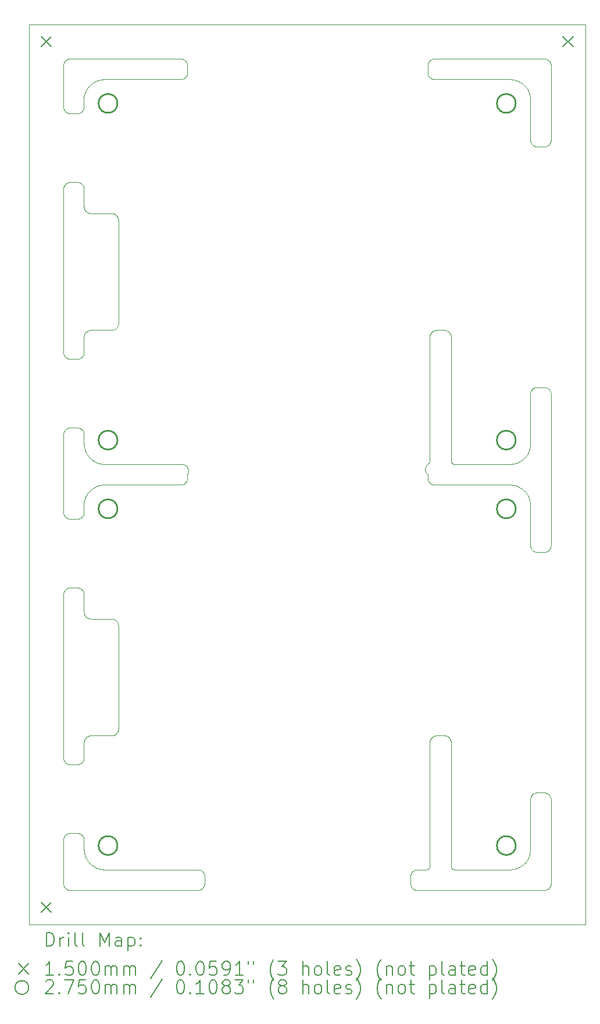
<source format=gbr>
%TF.GenerationSoftware,KiCad,Pcbnew,6.0.11+dfsg-1*%
%TF.CreationDate,2024-04-08T11:49:50+01:00*%
%TF.ProjectId,panel,70616e65-6c2e-46b6-9963-61645f706362,rev?*%
%TF.SameCoordinates,Original*%
%TF.FileFunction,Drillmap*%
%TF.FilePolarity,Positive*%
%FSLAX45Y45*%
G04 Gerber Fmt 4.5, Leading zero omitted, Abs format (unit mm)*
G04 Created by KiCad (PCBNEW 6.0.11+dfsg-1) date 2024-04-08 11:49:50*
%MOMM*%
%LPD*%
G01*
G04 APERTURE LIST*
%ADD10C,0.100000*%
%ADD11C,0.200000*%
%ADD12C,0.150000*%
%ADD13C,0.275000*%
G04 APERTURE END LIST*
D10*
X11623324Y-12385844D02*
X11621723Y-12387807D01*
X18100000Y-8099379D02*
X18100000Y-8099367D01*
X11600031Y-3050081D02*
X11600000Y-3051268D01*
X11600266Y-3048733D02*
X11600261Y-3048759D01*
X11686089Y-12350997D02*
X11683635Y-12351372D01*
X18096317Y-8146675D02*
X18096321Y-8146650D01*
X17799356Y-14300000D02*
X17799368Y-14300000D01*
X17873986Y-14290703D02*
X17876389Y-14290081D01*
X18140026Y-7299483D02*
X18143999Y-7296685D01*
X12080570Y-4790822D02*
X12080584Y-4790841D01*
X17930990Y-14269859D02*
X17933219Y-14268766D01*
X17984594Y-8336448D02*
X17984614Y-8336432D01*
X11389296Y-3297023D02*
X11384474Y-3296428D01*
X16694296Y-8699523D02*
X16689474Y-8698928D01*
X18170262Y-13184263D02*
X18174945Y-13182967D01*
X17905368Y-8719144D02*
X17905344Y-8719135D01*
X11654860Y-6460795D02*
X11654838Y-6460806D01*
X16948968Y-8369065D02*
X16948975Y-8369084D01*
X18094082Y-8159142D02*
X18096317Y-8146675D01*
X18899958Y-2000739D02*
X18899944Y-2000692D01*
X11836431Y-8706729D02*
X11836406Y-8706734D01*
X18143999Y-3763315D02*
X18140026Y-3760517D01*
X12007603Y-6449678D02*
X12007579Y-6449680D01*
X16648999Y-2783315D02*
X16645026Y-2780517D01*
X11633923Y-12374973D02*
X11632043Y-12376671D01*
X11379686Y-4299403D02*
X11384474Y-4298572D01*
X18100000Y-3680988D02*
X18100000Y-3100633D01*
X11869946Y-2801515D02*
X11869921Y-2801517D01*
X17984614Y-8336432D02*
X17994430Y-8328428D01*
X13097464Y-8638886D02*
X13095495Y-8643328D01*
X18096697Y-14044197D02*
X18096701Y-14044172D01*
X11600000Y-4649379D02*
X11600016Y-4650621D01*
X10800020Y-2000834D02*
X10800013Y-2000883D01*
X13010858Y-2500120D02*
X13015704Y-2500477D01*
X13322484Y-14325647D02*
X13326003Y-14328998D01*
X12050703Y-12336155D02*
X12046295Y-12338602D01*
X18320314Y-7281902D02*
X18325055Y-7282967D01*
X18037983Y-8282611D02*
X18045479Y-8272401D01*
X16689474Y-2501072D02*
X16694296Y-2500477D01*
X11652570Y-4738009D02*
X11652593Y-4738021D01*
X11665128Y-2910470D02*
X11656978Y-2920753D01*
X11623367Y-8876622D02*
X11623357Y-8876645D01*
X11694231Y-14218270D02*
X11694250Y-14218287D01*
X13039255Y-8401862D02*
X13043946Y-8402903D01*
X10800112Y-15099449D02*
X10800135Y-15099492D01*
X11748774Y-2840166D02*
X11737522Y-2846916D01*
X11583315Y-10241499D02*
X11585915Y-10245604D01*
X11601828Y-12431092D02*
X11601823Y-12431117D01*
X16598520Y-14297996D02*
X16601318Y-14297087D01*
X11868393Y-8398301D02*
X11868418Y-8398304D01*
X11302967Y-14525059D02*
X11301902Y-14520318D01*
X16965609Y-14290052D02*
X16965651Y-14290083D01*
X12099680Y-12257579D02*
X12099678Y-12257603D01*
X11374945Y-2502967D02*
X11379686Y-2501903D01*
X12099168Y-4837382D02*
X12099678Y-4842397D01*
X16986237Y-8398829D02*
X16987162Y-8399007D01*
X11543328Y-9187995D02*
X11538885Y-9189964D01*
X16957034Y-14282104D02*
X16957849Y-14283059D01*
X16982093Y-8397914D02*
X16983313Y-8398207D01*
X11715406Y-8336448D02*
X11717369Y-8337967D01*
X11686358Y-2887369D02*
X11677194Y-2896760D01*
X11709868Y-8766554D02*
X11709848Y-8766570D01*
X17799367Y-2800000D02*
X16704012Y-2800000D01*
X11302967Y-6795055D02*
X11301902Y-6790314D01*
X16947105Y-8363831D02*
X16947112Y-8363857D01*
X11610795Y-6504860D02*
X11609701Y-6507089D01*
X13099212Y-2734352D02*
X13097464Y-2738886D01*
X18300988Y-2500000D02*
X18305858Y-2500120D01*
X11782870Y-8376157D02*
X11794632Y-8380856D01*
X17844197Y-8703303D02*
X17844172Y-8703299D01*
X12055021Y-10666536D02*
X12059159Y-10669416D01*
X11621707Y-10612173D02*
X11621723Y-10612192D01*
X11600354Y-8113954D02*
X11600480Y-8116433D01*
X12017648Y-10651602D02*
X12022586Y-10652617D01*
X12007603Y-10650322D02*
X12012618Y-10650832D01*
X16675262Y-2504263D02*
X16679945Y-2502967D01*
X11500988Y-13770000D02*
X11505858Y-13770119D01*
X11630226Y-10621601D02*
X11632025Y-10623311D01*
X11661741Y-10642366D02*
X11664093Y-10643305D01*
X16630301Y-14270300D02*
X16630781Y-14269140D01*
X18900000Y-2001227D02*
X18900000Y-2001203D01*
X11601823Y-10568883D02*
X11601828Y-10568908D01*
X18380517Y-2540026D02*
X18383315Y-2543999D01*
X11755532Y-14262890D02*
X11766759Y-14268755D01*
X11606427Y-8161624D02*
X11609290Y-8173962D01*
X18075158Y-8880542D02*
X18069870Y-8869033D01*
X16943580Y-6534457D02*
X16944175Y-6539279D01*
X12046274Y-4761387D02*
X12046295Y-4761398D01*
X16619047Y-8386215D02*
X16619957Y-8385351D01*
X11608623Y-10590564D02*
X11608633Y-10590587D01*
X16953991Y-14278225D02*
X16954002Y-14278241D01*
X13100737Y-2729738D02*
X13099212Y-2734352D01*
X17861599Y-8393578D02*
X17861624Y-8393573D01*
X18081735Y-8897007D02*
X18081727Y-8896983D01*
X11301902Y-3217814D02*
X11301072Y-3213026D01*
X18096701Y-8144172D02*
X18098301Y-8131607D01*
X17984614Y-2863568D02*
X17984594Y-2863552D01*
X16573984Y-8442197D02*
X16575640Y-8437615D01*
X11609701Y-10592911D02*
X11610795Y-10595140D01*
X11389296Y-4297977D02*
X11394142Y-4297620D01*
X11600000Y-6550633D02*
X11600000Y-6770988D01*
X17831607Y-2801699D02*
X17831582Y-2801696D01*
X13088315Y-8656001D02*
X13085517Y-8659974D01*
X11808549Y-2814065D02*
X11808524Y-2814072D01*
X13114474Y-8468930D02*
X13115822Y-8473543D01*
X12067026Y-12324169D02*
X12067008Y-12324185D01*
X11571003Y-10226497D02*
X11574354Y-10230016D01*
X16664057Y-12378989D02*
X16667576Y-12375639D01*
X11699749Y-8774987D02*
X11697854Y-8776650D01*
X13030055Y-2502967D02*
X13034738Y-2504263D01*
X18320314Y-3778097D02*
X18315526Y-3778928D01*
X11666468Y-4744185D02*
X11668865Y-4745004D01*
X18055236Y-8842403D02*
X18055223Y-8842381D01*
X11647822Y-2933498D02*
X11647808Y-2933519D01*
X18399880Y-7374142D02*
X18400000Y-7379012D01*
X11646046Y-6465833D02*
X11643931Y-6467226D01*
X11343999Y-10214185D02*
X11348104Y-10211585D01*
X16971437Y-14293727D02*
X16971454Y-14293736D01*
X11652593Y-10638021D02*
X11654838Y-10639194D01*
X16988506Y-14299170D02*
X16989751Y-14299334D01*
X11639334Y-8846697D02*
X11639321Y-8846719D01*
X16359263Y-14529743D02*
X16357967Y-14525059D01*
X16589811Y-8534414D02*
X16586911Y-8530499D01*
X16966707Y-14290809D02*
X16969176Y-14292411D01*
X17844197Y-14296697D02*
X17846650Y-14296321D01*
X11748774Y-8740166D02*
X11737522Y-8746916D01*
X13105047Y-8550073D02*
X13105038Y-8550121D01*
X17831582Y-14298304D02*
X17831607Y-14298301D01*
X12012641Y-6449165D02*
X12012618Y-6449168D01*
X11322472Y-3261305D02*
X11319483Y-3257474D01*
X18055223Y-14157619D02*
X18055236Y-14157597D01*
X16362536Y-14361119D02*
X16364505Y-14356677D01*
X13109111Y-8455560D02*
X13111114Y-8459928D01*
X18085840Y-8190984D02*
X18086583Y-8188615D01*
X11322472Y-2536195D02*
X11325646Y-2532516D01*
X11900643Y-8700000D02*
X11900630Y-8700000D01*
X11699367Y-12350016D02*
X11696201Y-12350096D01*
X18094082Y-3040857D02*
X18094078Y-3040832D01*
X18096697Y-8955803D02*
X18096321Y-8953350D01*
X11654860Y-4739205D02*
X11657089Y-4740299D01*
X16915651Y-6478990D02*
X16919001Y-6482508D01*
X12094598Y-6382322D02*
X12094591Y-6382345D01*
X11662033Y-14182631D02*
X11663552Y-14184594D01*
X16962539Y-14287609D02*
X16962559Y-14287626D01*
X11623357Y-2976645D02*
X11618092Y-2988663D01*
X11628416Y-6480207D02*
X11628399Y-6480226D01*
X17930990Y-2830140D02*
X17930967Y-2830130D01*
X11500988Y-9197500D02*
X11399012Y-9197500D01*
X11607634Y-4688259D02*
X11607644Y-4688283D01*
X11598097Y-10277186D02*
X11598928Y-10281974D01*
X11699379Y-6450016D02*
X11699367Y-6450016D01*
X18109505Y-13236672D02*
X18111690Y-13232332D01*
X11626671Y-4717957D02*
X11626689Y-4717975D01*
X11538885Y-12762464D02*
X11534352Y-12764212D01*
X18334352Y-14594217D02*
X18329738Y-14595741D01*
X11623852Y-14117154D02*
X11624831Y-14119435D01*
X18161114Y-7287536D02*
X18165648Y-7285787D01*
X11343999Y-9180815D02*
X11340026Y-9178017D01*
X16598501Y-14298002D02*
X16598520Y-14297996D01*
X17994430Y-8771572D02*
X17984614Y-8763568D01*
X11309505Y-6813328D02*
X11307536Y-6808885D01*
X11611633Y-3005747D02*
X11607631Y-3018243D01*
X11556001Y-13786685D02*
X11559974Y-13789483D01*
X18093573Y-14061624D02*
X18093578Y-14061599D01*
X18199012Y-13180000D02*
X18300988Y-13180000D01*
X18899970Y-15099218D02*
X18899980Y-15099170D01*
X13072484Y-8674354D02*
X13068805Y-8677528D01*
X18398097Y-14520318D02*
X18397033Y-14525059D01*
X11630226Y-12378399D02*
X11630207Y-12378416D01*
X11675446Y-8798646D02*
X11666777Y-8808496D01*
X12077484Y-4786835D02*
X12080570Y-4790822D01*
X18899839Y-2000470D02*
X18899812Y-2000430D01*
X12092840Y-6387072D02*
X12092831Y-6387094D01*
X11307536Y-6808885D02*
X11305787Y-6804352D01*
X18098304Y-14031582D02*
X18098555Y-14029112D01*
X11600417Y-6541146D02*
X11600224Y-6543672D01*
X17946660Y-8361674D02*
X17946682Y-8361661D01*
X16642595Y-12411099D02*
X16644565Y-12406658D01*
X16955153Y-14279782D02*
X16955165Y-14279797D01*
X11365648Y-9191713D02*
X11361114Y-9189964D01*
X18383315Y-14556006D02*
X18380517Y-14559979D01*
X11336195Y-12747528D02*
X11332516Y-12744354D01*
X18007568Y-8783440D02*
X18005769Y-8781730D01*
X17944468Y-2837109D02*
X17933241Y-2831245D01*
X18053896Y-8840253D02*
X18046926Y-8829677D01*
X18329738Y-14595741D02*
X18325055Y-14597037D01*
X11608623Y-4690564D02*
X11608633Y-4690587D01*
X16724350Y-12350477D02*
X16729195Y-12350119D01*
X11740274Y-14253910D02*
X11742381Y-14255223D01*
X13105000Y-8600988D02*
X13104880Y-8605858D01*
X18351896Y-14585919D02*
X18347668Y-14588314D01*
X16985871Y-14298752D02*
X16985897Y-14298757D01*
X11600016Y-14000633D02*
X11600353Y-14013928D01*
X17994449Y-14228412D02*
X17996333Y-14226795D01*
X11599523Y-10286796D02*
X11599880Y-10291642D01*
X11656962Y-2920774D02*
X11655448Y-2922789D01*
X16987162Y-8399007D02*
X16987201Y-8399013D01*
X16604671Y-8549760D02*
X16604635Y-8549727D01*
X12001260Y-10650032D02*
X12002544Y-10650064D01*
X11617120Y-8891045D02*
X11612481Y-8903319D01*
X12092840Y-12287072D02*
X12092831Y-12287094D01*
X18053910Y-14159726D02*
X18055223Y-14157619D01*
X16653104Y-2514085D02*
X16657332Y-2511690D01*
X11394142Y-4297620D02*
X11399012Y-4297500D01*
X16976202Y-14295932D02*
X16977070Y-14296298D01*
X18099984Y-3099367D02*
X18099647Y-3086072D01*
X18152332Y-7291690D02*
X18156672Y-7289505D01*
X11780565Y-8375169D02*
X11782846Y-8376147D01*
X18334352Y-13185787D02*
X18338886Y-13187536D01*
X11762597Y-2832737D02*
X11751013Y-2838899D01*
X11615819Y-6496067D02*
X11614506Y-6498174D01*
X11300000Y-10296512D02*
X11300000Y-10296512D01*
X11600039Y-8949978D02*
X11600034Y-8950030D01*
X13061001Y-8683315D02*
X13056896Y-8685915D01*
X18114085Y-13228104D02*
X18116685Y-13223999D01*
X16641195Y-8677528D02*
X16637516Y-8674354D01*
X11657089Y-12359701D02*
X11654860Y-12360795D01*
X12070679Y-6420696D02*
X12067026Y-6424169D01*
X11606422Y-8161599D02*
X11606427Y-8161624D01*
X16604967Y-8550313D02*
X16604957Y-8550265D01*
X18347668Y-9668310D02*
X18343328Y-9670495D01*
X11797007Y-8381735D02*
X11808992Y-8385832D01*
X16634576Y-14251301D02*
X16634577Y-14251275D01*
X11899370Y-8700016D02*
X11899357Y-8700017D01*
X11601377Y-12433610D02*
X11601372Y-12433635D01*
X18062879Y-8855510D02*
X18061674Y-8853340D01*
X12041748Y-4759167D02*
X12046274Y-4761387D01*
X12022586Y-6447383D02*
X12017648Y-6448398D01*
X16989795Y-8399353D02*
X16990734Y-8399421D01*
X16641195Y-2777528D02*
X16637516Y-2774354D01*
X12067026Y-6424169D02*
X12067008Y-6424185D01*
X11624957Y-10616058D02*
X11624973Y-10616077D01*
X13340915Y-14348105D02*
X13343310Y-14352333D01*
X11600223Y-4656303D02*
X11600224Y-4656328D01*
X11628399Y-12380226D02*
X11626689Y-12382025D01*
X11567484Y-9171854D02*
X11563805Y-9175028D01*
X13117607Y-8516416D02*
X13116647Y-8521124D01*
X11686089Y-6450997D02*
X11683635Y-6451372D01*
X11605823Y-10583556D02*
X11606686Y-10585883D01*
X18394213Y-7345648D02*
X18395737Y-7350262D01*
X11574354Y-9164984D02*
X11571003Y-9168503D01*
X11653088Y-8270344D02*
X11654506Y-8272381D01*
X11300000Y-4396512D02*
X11300000Y-4396512D01*
X16604770Y-8549869D02*
X16604739Y-8549831D01*
X11646385Y-8835631D02*
X11639334Y-8846697D01*
X11823611Y-8709752D02*
X11821173Y-8710394D01*
X11559974Y-10216983D02*
X11563805Y-10219972D01*
X11711846Y-2864990D02*
X11709868Y-2866554D01*
X11671282Y-10645762D02*
X11673717Y-10646459D01*
X11604996Y-10581135D02*
X11605815Y-10583532D01*
X12090833Y-4808252D02*
X12090843Y-4808273D01*
X16634421Y-14254266D02*
X16634422Y-14254246D01*
X11311690Y-13822332D02*
X11314085Y-13818104D01*
X18080865Y-8894656D02*
X18080856Y-8894632D01*
X16944995Y-14249006D02*
X16945012Y-14250283D01*
X16403104Y-14585919D02*
X16398999Y-14583320D01*
X16614505Y-2743328D02*
X16612536Y-2738886D01*
X11305787Y-12704352D02*
X11304263Y-12699738D01*
X17844172Y-2803299D02*
X17831607Y-2801699D01*
X16941683Y-12424930D02*
X16942748Y-12429670D01*
X12063183Y-12327469D02*
X12063165Y-12327484D01*
X18061674Y-8246660D02*
X18062879Y-8244490D01*
X11538885Y-7877536D02*
X11543328Y-7879505D01*
X11602906Y-10573831D02*
X11602912Y-10573856D01*
X11676144Y-4747088D02*
X11676169Y-4747094D01*
X18090081Y-8923611D02*
X18090075Y-8923586D01*
X13052668Y-8688310D02*
X13048328Y-8690495D01*
X11676144Y-12352912D02*
X11673741Y-12353534D01*
X13088315Y-2543999D02*
X13090915Y-2548104D01*
X16627929Y-14274961D02*
X16628528Y-14273858D01*
X16632173Y-14265464D02*
X16632185Y-14265426D01*
X11836431Y-2806729D02*
X11836406Y-2806734D01*
X16993730Y-8399578D02*
X16996272Y-8399645D01*
X11356672Y-14590499D02*
X11352332Y-14588314D01*
X16449142Y-14599885D02*
X16444296Y-14599527D01*
X18099984Y-14000633D02*
X18099984Y-14000620D01*
X11729656Y-14246912D02*
X11729677Y-14246926D01*
X17919458Y-2824841D02*
X17919435Y-2824831D01*
X12100000Y-6348739D02*
X12099968Y-6351260D01*
X16968901Y-8392233D02*
X16971166Y-8393541D01*
X16978301Y-8396720D02*
X16978326Y-8396728D01*
X11779142Y-2825000D02*
X11779118Y-2825010D01*
X11821173Y-2810394D02*
X11821148Y-2810400D01*
X11655433Y-2922810D02*
X11647822Y-2933498D01*
X13085517Y-8659974D02*
X13082528Y-8663805D01*
X16919001Y-12382508D02*
X16922175Y-12386187D01*
X11643931Y-4732773D02*
X11646046Y-4734167D01*
X16374483Y-14559979D02*
X16371685Y-14556006D01*
X11624957Y-12383942D02*
X11623340Y-12385825D01*
X18090081Y-3023611D02*
X18090075Y-3023586D01*
X16666114Y-2507536D02*
X16670648Y-2505787D01*
X11604996Y-12418865D02*
X11604988Y-12418889D01*
X18018287Y-8305750D02*
X18026778Y-8296352D01*
X11370262Y-12765737D02*
X11365648Y-12764212D01*
X11737501Y-2846929D02*
X11735373Y-2848281D01*
X11325646Y-13802516D02*
X11328997Y-13798997D01*
X11538885Y-3289964D02*
X11534352Y-3291712D01*
X11600673Y-6538626D02*
X11600670Y-6538652D01*
X16633145Y-14261981D02*
X16633825Y-14258782D01*
X13345495Y-14356673D02*
X13347464Y-14361116D01*
X11567484Y-7895646D02*
X11571003Y-7898997D01*
X16944995Y-8349006D02*
X16945012Y-8350283D01*
X17903017Y-8381727D02*
X17905344Y-8380865D01*
X11556001Y-7886685D02*
X11559974Y-7889483D01*
X17829113Y-8398555D02*
X17831582Y-8398304D01*
X11840857Y-8394082D02*
X11853325Y-8396317D01*
X18136195Y-13202472D02*
X18140026Y-13199483D01*
X11365648Y-7875787D02*
X11370262Y-7874263D01*
X11646090Y-8259726D02*
X11646104Y-8259747D01*
X16594071Y-14299065D02*
X16594090Y-14299061D01*
X11606695Y-10585907D02*
X11607634Y-10588259D01*
X18100120Y-13274142D02*
X18100477Y-13269296D01*
X11600993Y-10563886D02*
X11600997Y-10563911D01*
X18388310Y-3727668D02*
X18385915Y-3731896D01*
X11692432Y-14216560D02*
X11694231Y-14218270D01*
X11309505Y-9140828D02*
X11307536Y-9136386D01*
X16635173Y-6544121D02*
X16635531Y-6539275D01*
X18099984Y-8100620D02*
X18100000Y-8099379D01*
X18090075Y-8923586D02*
X18086590Y-8911409D01*
X11607644Y-6511717D02*
X11607634Y-6511741D01*
X12077484Y-6413165D02*
X12077469Y-6413183D01*
X10800739Y-2000042D02*
X10800692Y-2000056D01*
X18156672Y-3770495D02*
X18152332Y-3768310D01*
X12096114Y-6377489D02*
X12096107Y-6377512D01*
X16605119Y-2594142D02*
X16605477Y-2589296D01*
X11631536Y-2960315D02*
X11631524Y-2960337D01*
X11601828Y-4668908D02*
X11602328Y-4671339D01*
X16616110Y-8388816D02*
X16617064Y-8388000D01*
X13005988Y-2800000D02*
X11900643Y-2800000D01*
X16369085Y-14348108D02*
X16371685Y-14344003D01*
X11600000Y-6550621D02*
X11600000Y-6550633D01*
X18086590Y-14088591D02*
X18090075Y-14076414D01*
X11600000Y-9098488D02*
X11599880Y-9103358D01*
X12099168Y-10737382D02*
X12099678Y-10742397D01*
X18899610Y-2000217D02*
X18899570Y-2000188D01*
X16439474Y-14301076D02*
X16444296Y-14300481D01*
X12041727Y-4759157D02*
X12041748Y-4759167D01*
X11638326Y-8246660D02*
X11638339Y-8246682D01*
X16983313Y-8398207D02*
X16983339Y-8398213D01*
X12050723Y-6436143D02*
X12050703Y-6436155D01*
X17816458Y-8399519D02*
X17829087Y-8398557D01*
X16612671Y-8391359D02*
X16615052Y-8389629D01*
X18899648Y-15099756D02*
X18899684Y-15099723D01*
X11611641Y-3005723D02*
X11611633Y-3005747D01*
X11505858Y-7870119D02*
X11510704Y-7870477D01*
X11340026Y-10216983D02*
X11343999Y-10214185D01*
X18093578Y-3038401D02*
X18093573Y-3038376D01*
X12007603Y-12349678D02*
X12007579Y-12349680D01*
X11737522Y-2846916D02*
X11737501Y-2846929D01*
X11600419Y-12441121D02*
X11600417Y-12441146D01*
X18116685Y-3736001D02*
X18114085Y-3731896D01*
X11620173Y-12389810D02*
X11618673Y-12391852D01*
X11300119Y-3203358D02*
X11300000Y-3198488D01*
X11633942Y-12374957D02*
X11633923Y-12374973D01*
X11609919Y-14076389D02*
X11609925Y-14076414D01*
X12022609Y-6447378D02*
X12022586Y-6447383D01*
X18899214Y-2000030D02*
X18899166Y-2000020D01*
X17996352Y-8773222D02*
X17996333Y-8773205D01*
X16633997Y-2771003D02*
X16630646Y-2767484D01*
X18114085Y-3731896D02*
X18111690Y-3727668D01*
X11620188Y-4710210D02*
X11621707Y-4712173D01*
X16734065Y-12350000D02*
X16845642Y-12350000D01*
X11583315Y-6826001D02*
X11580517Y-6829974D01*
X12063183Y-4772531D02*
X12067008Y-4775815D01*
X11348104Y-14585919D02*
X11343999Y-14583320D01*
X18099646Y-8113954D02*
X18099647Y-8113928D01*
X18300988Y-14600005D02*
X16454012Y-14600005D01*
X13020526Y-2798928D02*
X13015704Y-2799523D01*
X11686114Y-4749007D02*
X11688626Y-4749327D01*
X13034738Y-8695737D02*
X13030055Y-8697033D01*
X18068766Y-8866781D02*
X18068755Y-8866759D01*
X11793680Y-8719163D02*
X11791321Y-8720052D01*
X16971454Y-14293736D02*
X16972291Y-14294169D01*
X16617104Y-14287966D02*
X16618059Y-14287151D01*
X18028428Y-8294430D02*
X18036432Y-8284614D01*
X18028412Y-14194449D02*
X18028428Y-14194430D01*
X12055002Y-4766523D02*
X12055021Y-4766536D01*
X17994449Y-8771588D02*
X17994430Y-8771572D01*
X18398097Y-3700314D02*
X18397033Y-3705055D01*
X16987201Y-8399013D02*
X16988132Y-8399155D01*
X11571003Y-13798997D02*
X11574354Y-13802516D01*
X18148104Y-7294085D02*
X18152332Y-7291690D01*
X16704012Y-2500000D02*
X18300988Y-2500000D01*
X18174945Y-3777033D02*
X18170262Y-3775737D01*
X17876389Y-8390081D02*
X17876414Y-8390075D01*
X11696201Y-10649904D02*
X11699367Y-10649984D01*
X11699749Y-2874987D02*
X11697854Y-2876650D01*
X11764875Y-2831599D02*
X11762620Y-2832725D01*
X11600000Y-8951268D02*
X11600000Y-8951294D01*
X18075169Y-8880565D02*
X18075158Y-8880542D01*
X18046926Y-2929677D02*
X18046912Y-2929656D01*
X11567484Y-10223146D02*
X11571003Y-10226497D01*
X18392464Y-14538890D02*
X18390495Y-14543332D01*
X11602333Y-12428636D02*
X11602328Y-12428661D01*
X11394142Y-14599885D02*
X11389296Y-14599527D01*
X16634245Y-8356180D02*
X16634350Y-8355244D01*
X18122472Y-7316195D02*
X18125646Y-7312516D01*
X11325646Y-9164984D02*
X11322472Y-9161305D01*
X16964613Y-14289288D02*
X16965609Y-14290052D01*
X18026778Y-14196352D02*
X18026795Y-14196333D01*
X12088602Y-10703705D02*
X12088613Y-10703726D01*
X11340026Y-2519483D02*
X11343999Y-2516685D01*
X11791297Y-8720061D02*
X11779142Y-8725000D01*
X12097378Y-12272609D02*
X12096114Y-12277489D01*
X16869706Y-6452966D02*
X16874389Y-6454262D01*
X18081735Y-2997007D02*
X18081727Y-2996983D01*
X11607634Y-12411741D02*
X11606695Y-12414093D01*
X11666761Y-2908516D02*
X11665144Y-2910450D01*
X11742381Y-8355223D02*
X11742402Y-8355236D01*
X11597033Y-3222555D02*
X11595737Y-3227238D01*
X16612670Y-14291391D02*
X16612686Y-14291380D01*
X17831582Y-8398304D02*
X17831607Y-8398301D01*
X18028412Y-8805551D02*
X18026795Y-8803667D01*
X17970344Y-8753088D02*
X17970323Y-8753074D01*
X11300477Y-14510708D02*
X11300119Y-14505862D01*
X18148104Y-3765915D02*
X18143999Y-3763315D01*
X10800000Y-15098777D02*
X10800000Y-15098802D01*
X11650400Y-12363195D02*
X11650378Y-12363208D01*
X11311690Y-2552332D02*
X11314085Y-2548104D01*
X11600266Y-8948734D02*
X11600261Y-8948759D01*
X11600000Y-7969012D02*
X11600000Y-8099367D01*
X18076157Y-14117130D02*
X18080856Y-14105368D01*
X18096321Y-14046650D02*
X18096697Y-14044197D01*
X18898773Y-2000000D02*
X10801227Y-2000000D01*
X16606072Y-2584474D02*
X16606902Y-2579686D01*
X11699379Y-4749984D02*
X11700621Y-4750000D01*
X16632917Y-8362956D02*
X16632927Y-8362917D01*
X12070696Y-10679320D02*
X12074169Y-10682974D01*
X18046912Y-2929656D02*
X18045494Y-2927619D01*
X11316685Y-4341499D02*
X11319483Y-4337526D01*
X18086590Y-8911409D02*
X18086583Y-8911385D01*
X17982631Y-8337967D02*
X17984594Y-8336448D01*
X16420648Y-14594217D02*
X16416114Y-14592468D01*
X16944995Y-14248993D02*
X16944995Y-14249006D01*
X16949330Y-8369956D02*
X16949345Y-8369992D01*
X11585915Y-9149396D02*
X11583315Y-9153501D01*
X11599880Y-3203358D02*
X11599523Y-3208204D01*
X11314085Y-10245604D02*
X11316685Y-10241499D01*
X13064974Y-2519483D02*
X13068805Y-2522472D01*
X16584451Y-8420265D02*
X16587173Y-8416224D01*
X11603679Y-8146650D02*
X11603683Y-8146675D01*
X16660706Y-6482507D02*
X16664057Y-6478989D01*
X16984637Y-14298524D02*
X16985871Y-14298752D01*
X11806098Y-8714847D02*
X11793705Y-8719154D01*
X16615073Y-8389613D02*
X16616069Y-8388849D01*
X18068755Y-8866759D02*
X18062891Y-8855532D01*
X16636959Y-6529667D02*
X16638024Y-6524927D01*
X11666444Y-4744176D02*
X11666468Y-4744185D01*
X12022609Y-12347378D02*
X12022586Y-12347383D01*
X11691121Y-4749581D02*
X11691146Y-4749583D01*
X12099168Y-6362618D02*
X12099165Y-6362641D01*
X16945914Y-8359094D02*
X16946104Y-8360017D01*
X16632476Y-8364510D02*
X16632662Y-8363883D01*
X11609290Y-14073962D02*
X11609296Y-14073986D01*
X12059178Y-10669430D02*
X12063165Y-10672516D01*
X12088613Y-10703726D02*
X12090833Y-10708252D01*
X16958748Y-14284008D02*
X16958767Y-14284027D01*
X16958785Y-8384047D02*
X16959649Y-8384957D01*
X17891008Y-8714168D02*
X17890984Y-8714160D01*
X11595737Y-3227238D02*
X11594212Y-3231852D01*
X11594212Y-7935648D02*
X11595737Y-7940262D01*
X11611979Y-4697407D02*
X11611991Y-4697430D01*
X11588310Y-4349832D02*
X11590495Y-4354172D01*
X16407332Y-14588314D02*
X16403104Y-14585919D01*
X12097383Y-4827414D02*
X12098398Y-4832352D01*
X11314085Y-13818104D02*
X11316685Y-13813999D01*
X17800631Y-14299984D02*
X17800644Y-14299984D01*
X13097464Y-2561114D02*
X13099212Y-2565648D01*
X13103097Y-2579686D02*
X13103928Y-2584474D01*
X16628583Y-8373828D02*
X16629747Y-8371542D01*
X16605477Y-2589296D02*
X16606072Y-2584474D01*
X11601445Y-14029112D02*
X11601696Y-14031582D01*
X11691146Y-10649583D02*
X11693672Y-10649775D01*
X11611991Y-6502570D02*
X11611979Y-6502593D01*
X11611633Y-8905747D02*
X11607631Y-8918243D01*
X16945039Y-8351300D02*
X16945082Y-8352241D01*
X16679058Y-6466680D02*
X16683163Y-6464081D01*
X11614168Y-8191008D02*
X11618265Y-8202993D01*
X18068755Y-2966759D02*
X18062891Y-2955532D01*
X17919435Y-14275169D02*
X17919458Y-14275158D01*
X11602912Y-4673856D02*
X11603534Y-4676259D01*
X11692432Y-8316560D02*
X11694231Y-8318270D01*
X18007586Y-2883458D02*
X18007568Y-2883440D01*
X18007568Y-14216560D02*
X18007586Y-14216542D01*
X12070696Y-6420679D02*
X12070679Y-6420696D01*
X11641852Y-4731327D02*
X11641873Y-4731341D01*
X11840857Y-14294082D02*
X11853325Y-14296317D01*
X18100120Y-7374142D02*
X18100477Y-7369296D01*
X11379686Y-3295597D02*
X11374945Y-3294533D01*
X18371003Y-13208997D02*
X18374354Y-13212516D01*
X11646067Y-6465819D02*
X11646046Y-6465833D01*
X17888615Y-8713417D02*
X17888591Y-8713410D01*
X11607644Y-10588283D02*
X11608623Y-10590564D01*
X18099984Y-8999367D02*
X18099647Y-8986072D01*
X11300477Y-9108204D02*
X11300119Y-9103358D01*
X18140026Y-9660517D02*
X18136195Y-9657528D01*
X17831607Y-8398301D02*
X17844172Y-8396701D01*
X18100000Y-13999367D02*
X18100000Y-13279012D01*
X11883542Y-8399519D02*
X11883567Y-8399520D01*
X13020139Y-8400001D02*
X13024955Y-8400118D01*
X16420648Y-14305792D02*
X16425262Y-14304268D01*
X11600016Y-6549367D02*
X11600016Y-6549379D01*
X11661741Y-12357634D02*
X11661717Y-12357644D01*
X11614493Y-6498195D02*
X11613208Y-6500378D01*
X13105038Y-8550121D02*
X13105030Y-8550170D01*
X16970026Y-14292939D02*
X16970845Y-14293405D01*
X17891008Y-8385832D02*
X17902993Y-8381735D01*
X18356001Y-3763315D02*
X18351896Y-3765915D01*
X11580517Y-12729974D02*
X11577528Y-12733805D01*
X16989756Y-8399350D02*
X16989795Y-8399353D01*
X16945628Y-8357444D02*
X16945634Y-8357483D01*
X10800042Y-15099266D02*
X10800056Y-15099313D01*
X17996333Y-8326795D02*
X17996352Y-8326778D01*
X10800006Y-2000981D02*
X10800000Y-2001203D01*
X11618659Y-6491873D02*
X11617241Y-6493910D01*
X11556001Y-9180815D02*
X11551896Y-9183415D01*
X11867413Y-8701776D02*
X11867387Y-8701779D01*
X18388310Y-7332332D02*
X18390495Y-7336672D01*
X11500988Y-4297500D02*
X11505858Y-4297620D01*
X11599523Y-13859296D02*
X11599880Y-13864142D01*
X11602967Y-3035875D02*
X11602962Y-3035900D01*
X11673741Y-4746466D02*
X11676144Y-4747088D01*
X11620173Y-6489810D02*
X11618673Y-6491852D01*
X10800352Y-15099756D02*
X10800390Y-15099787D01*
X10800316Y-15099723D02*
X10800352Y-15099756D01*
X12090843Y-4808273D02*
X12092831Y-4812906D01*
X18170262Y-3775737D02*
X18165648Y-3774212D01*
X11899379Y-14299984D02*
X11900621Y-14300000D01*
X11343999Y-12753315D02*
X11340026Y-12750517D01*
X11599880Y-7964142D02*
X11600000Y-7969012D01*
X13329354Y-14332517D02*
X13332528Y-14336197D01*
X13349212Y-14534356D02*
X13347464Y-14538890D01*
X11700621Y-6450000D02*
X11699379Y-6450016D01*
X11580517Y-4337526D02*
X11583315Y-4341499D01*
X11601828Y-6531092D02*
X11601823Y-6531117D01*
X16653104Y-8685915D02*
X16648999Y-8683315D01*
X16635173Y-12444121D02*
X16635531Y-12439275D01*
X13048328Y-8690495D02*
X13043885Y-8692464D01*
X11630337Y-8862562D02*
X11630325Y-8862585D01*
X18184474Y-9678928D02*
X18179686Y-9678097D01*
X12099678Y-10742397D02*
X12099680Y-10742421D01*
X18061661Y-14146682D02*
X18061674Y-14146660D01*
X16632662Y-8363883D02*
X16632668Y-8363864D01*
X18899261Y-15099963D02*
X18899308Y-15099949D01*
X16614007Y-14290449D02*
X16614038Y-14290426D01*
X16946104Y-14260017D02*
X16946112Y-14260055D01*
X11300000Y-7969012D02*
X11300000Y-7969012D01*
X11780565Y-14275169D02*
X11782846Y-14276147D01*
X18397033Y-7354945D02*
X18398097Y-7359686D01*
X11666444Y-12355823D02*
X11664117Y-12356686D01*
X11699367Y-4749984D02*
X11699379Y-4749984D01*
X18899214Y-15099975D02*
X18899261Y-15099963D01*
X16355477Y-14510708D02*
X16355119Y-14505862D01*
X11654860Y-12360795D02*
X11654838Y-12360806D01*
X18114085Y-9631896D02*
X18111690Y-9627668D01*
X11779142Y-8725000D02*
X11779118Y-8725010D01*
X18076148Y-2982846D02*
X18075169Y-2980565D01*
X18119483Y-9639974D02*
X18116685Y-9636001D01*
X18390495Y-7336672D02*
X18392464Y-7341114D01*
X13118836Y-8506887D02*
X13118338Y-8511666D01*
X11394142Y-12769880D02*
X11389296Y-12769523D01*
X16633825Y-14258782D02*
X16633829Y-14258763D01*
X11681730Y-8305769D02*
X11683440Y-8307568D01*
X11614160Y-14090984D02*
X11614168Y-14091008D01*
X12083477Y-12305002D02*
X12083464Y-12305021D01*
X11618673Y-4708148D02*
X11620173Y-4710189D01*
X11657112Y-4740309D02*
X11659413Y-4741367D01*
X11724441Y-8755630D02*
X11722385Y-8757089D01*
X18899980Y-2000834D02*
X18899970Y-2000786D01*
X11598928Y-13854474D02*
X11599523Y-13859296D01*
X13043946Y-8402903D02*
X13048581Y-8404171D01*
X18380517Y-9639974D02*
X18377528Y-9643805D01*
X13354880Y-14394144D02*
X13355000Y-14399014D01*
X16667576Y-12375639D02*
X16671255Y-12372466D01*
X17816433Y-8399520D02*
X17816458Y-8399519D01*
X13104523Y-8610704D02*
X13103928Y-8615526D01*
X11600997Y-6536089D02*
X11600993Y-6536114D01*
X18899068Y-15099996D02*
X18899117Y-15099992D01*
X18037983Y-14182611D02*
X18045479Y-14172401D01*
X18085840Y-8909016D02*
X18085832Y-8908992D01*
X12037072Y-12342840D02*
X12032345Y-12344591D01*
X11648195Y-4735507D02*
X11650378Y-4736792D01*
X18359974Y-3760517D02*
X18356001Y-3763315D01*
X16660706Y-12382507D02*
X16664057Y-12378989D01*
X18136195Y-3757528D02*
X18132516Y-3754354D01*
X11609296Y-8173986D02*
X11609919Y-8176389D01*
X18315526Y-14598933D02*
X18310704Y-14599527D01*
X11300000Y-12670988D02*
X11300000Y-10296512D01*
X16613241Y-14290998D02*
X16614007Y-14290449D01*
X16605119Y-2705858D02*
X16605000Y-2700988D01*
X16649145Y-12398091D02*
X16651745Y-12393987D01*
X11365648Y-6864212D02*
X11361114Y-6862464D01*
X17816458Y-2800481D02*
X17816433Y-2800480D01*
X11635825Y-4726660D02*
X11635844Y-4726676D01*
X17984614Y-14236432D02*
X17994430Y-14228428D01*
X11583315Y-9153501D02*
X11580517Y-9157474D01*
X16963575Y-8388492D02*
X16964571Y-8389256D01*
X11619144Y-8205368D02*
X11623843Y-8217130D01*
X11543328Y-10207005D02*
X11547668Y-10209190D01*
X18094082Y-14059142D02*
X18096317Y-14046675D01*
X12037094Y-6442831D02*
X12037072Y-6442840D01*
X16953609Y-14277670D02*
X16953620Y-14277686D01*
X11683458Y-8307586D02*
X11692414Y-8316542D01*
X17816458Y-8700481D02*
X17816433Y-8700480D01*
X11301072Y-10281974D02*
X11301902Y-10277186D01*
X18055223Y-2942381D02*
X18053910Y-2940274D01*
X11630130Y-8230967D02*
X11630140Y-8230990D01*
X13024955Y-8400118D02*
X13029748Y-8400468D01*
X12017625Y-10651598D02*
X12017648Y-10651602D01*
X18399880Y-9585858D02*
X18399523Y-9590704D01*
X13068805Y-2777528D02*
X13064974Y-2780517D01*
X13105074Y-8549978D02*
X13105059Y-8550025D01*
X17994430Y-14228428D02*
X17994449Y-14228412D01*
X16606902Y-2579686D02*
X16607967Y-2574945D01*
X11301072Y-4381974D02*
X11301902Y-4377186D01*
X12083477Y-6405002D02*
X12083464Y-6405021D01*
X18900000Y-2001203D02*
X18899994Y-2000981D01*
X11571003Y-7898997D02*
X11574354Y-7902516D01*
X18315526Y-7281072D02*
X18320314Y-7281902D01*
X11691146Y-6450417D02*
X11691121Y-6450419D01*
X18363805Y-13202472D02*
X18367484Y-13205646D01*
X16585954Y-14299936D02*
X16588564Y-14299799D01*
X11515526Y-7871072D02*
X11520314Y-7871902D01*
X18338886Y-9672464D02*
X18334352Y-9674213D01*
X13103097Y-2720314D02*
X13102033Y-2725055D01*
X11633923Y-10625027D02*
X11633942Y-10625043D01*
X18068766Y-14133218D02*
X18069859Y-14130990D01*
X13025314Y-8698097D02*
X13020526Y-8698928D01*
X17846650Y-14296321D02*
X17846675Y-14296317D01*
X11322472Y-12733805D02*
X11319483Y-12729974D01*
X11590495Y-3240828D02*
X11588310Y-3245168D01*
X13034738Y-2504263D02*
X13039352Y-2505787D01*
X17944468Y-8737109D02*
X17933241Y-8731245D01*
X11515526Y-13771072D02*
X11520314Y-13771902D01*
X17959726Y-8746090D02*
X17957619Y-8744777D01*
X16684686Y-8698097D02*
X16679945Y-8697033D01*
X11700621Y-12350000D02*
X11699379Y-12350016D01*
X18005750Y-14218287D02*
X18005769Y-14218270D01*
X17813928Y-2800353D02*
X17800633Y-2800016D01*
X16632471Y-14264529D02*
X16632476Y-14264510D01*
X10800600Y-2000091D02*
X10800556Y-2000112D01*
X16945165Y-8353218D02*
X16945167Y-8353238D01*
X16966708Y-8390809D02*
X16966729Y-8390824D01*
X18090081Y-8176389D02*
X18090703Y-8173986D01*
X17831582Y-2801696D02*
X17829113Y-2801445D01*
X11361114Y-14592468D02*
X11356672Y-14590499D01*
X11340026Y-9178017D02*
X11336195Y-9175028D01*
X11619144Y-14105368D02*
X11623843Y-14117130D01*
X11868418Y-8398304D02*
X11870887Y-8398555D01*
X12007579Y-10650320D02*
X12007603Y-10650322D01*
X13108501Y-8543669D02*
X13106224Y-8547914D01*
X17957597Y-14255236D02*
X17957619Y-14255223D01*
X10800000Y-15098802D02*
X10800006Y-15099024D01*
X11632043Y-10623329D02*
X11633923Y-10625027D01*
X16950455Y-8372318D02*
X16950473Y-8372353D01*
X16595056Y-14298888D02*
X16595976Y-14298686D01*
X18305858Y-13180119D02*
X18310704Y-13180477D01*
X11666777Y-8808496D02*
X11666761Y-8808516D01*
X18098304Y-3068418D02*
X18098301Y-3068393D01*
X11600097Y-4653824D02*
X11600223Y-4656303D01*
X16912132Y-12375640D02*
X16915651Y-12378990D01*
X11332516Y-4323146D02*
X11336195Y-4319972D01*
X11500988Y-3297500D02*
X11399012Y-3297500D01*
X11314085Y-4345604D02*
X11316685Y-4341499D01*
X11605823Y-6516444D02*
X11605815Y-6516468D01*
X16581706Y-8522265D02*
X16579413Y-8517966D01*
X13102033Y-8625055D02*
X13100737Y-8629738D01*
X11348104Y-9183415D02*
X11343999Y-9180815D01*
X11618659Y-4708127D02*
X11618673Y-4708148D01*
X11639321Y-8846719D02*
X11638021Y-8848879D01*
X11300119Y-12675858D02*
X11300000Y-12670988D01*
X11618082Y-2988687D02*
X11617130Y-2991021D01*
X13105090Y-8549932D02*
X13105074Y-8549978D01*
X11609925Y-14076414D02*
X11613410Y-14088591D01*
X11659413Y-6458633D02*
X11657112Y-6459691D01*
X16629728Y-14271504D02*
X16629739Y-14271480D01*
X16961585Y-14286794D02*
X16962539Y-14287609D01*
X11609691Y-10592888D02*
X11609701Y-10592911D01*
X18090703Y-8926014D02*
X18090081Y-8923611D01*
X16377472Y-14336200D02*
X16380646Y-14332520D01*
X17982631Y-8762033D02*
X17982611Y-8762017D01*
X16904622Y-6469478D02*
X16908452Y-6472467D01*
X11300119Y-4391642D02*
X11300477Y-4386796D01*
X13048328Y-2509505D02*
X13052668Y-2511690D01*
X11643910Y-6467241D02*
X11641873Y-6468659D01*
X18165648Y-13185787D02*
X18170262Y-13184263D01*
X16449142Y-14300124D02*
X16454012Y-14300004D01*
X11668865Y-6454996D02*
X11666468Y-6455815D01*
X11688626Y-10649327D02*
X11688652Y-10649330D01*
X11343999Y-14583320D02*
X11340026Y-14580522D01*
X17930967Y-8369870D02*
X17930990Y-8369859D01*
X17873962Y-8390710D02*
X17873986Y-8390703D01*
X11594212Y-9131852D02*
X11592464Y-9136386D01*
X16955165Y-14279797D02*
X16957017Y-14282084D01*
X12007579Y-6449680D02*
X12002544Y-6449935D01*
X18125646Y-9647484D02*
X18122472Y-9643805D01*
X18081727Y-8203017D02*
X18081735Y-8202993D01*
X11314085Y-2548104D02*
X11316685Y-2543999D01*
X16615052Y-8389629D02*
X16615073Y-8389613D01*
X11623367Y-2976622D02*
X11623357Y-2976645D01*
X16945039Y-14251300D02*
X16945082Y-14252241D01*
X11683458Y-14207586D02*
X11692414Y-14216542D01*
X16616690Y-8647668D02*
X16614505Y-8643328D01*
X12088613Y-6396274D02*
X12088602Y-6396295D01*
X18899944Y-15099313D02*
X18899958Y-15099266D01*
X18383315Y-3736001D02*
X18380517Y-3739974D01*
X11621723Y-6487807D02*
X11621707Y-6487827D01*
X11600419Y-10558879D02*
X11600670Y-10561348D01*
X18099984Y-8100633D02*
X18099984Y-8100620D01*
X12041748Y-10659167D02*
X12046274Y-10661387D01*
X11681730Y-14205769D02*
X11683440Y-14207568D01*
X11900621Y-8400000D02*
X11900633Y-8400000D01*
X11301072Y-3213026D02*
X11300477Y-3208204D01*
X18053896Y-8259747D02*
X18053910Y-8259726D01*
X16922175Y-12386187D02*
X16925165Y-12390017D01*
X16429945Y-14597037D02*
X16425262Y-14595741D01*
X11356672Y-12760495D02*
X11352332Y-12758310D01*
X11365648Y-10203287D02*
X11370262Y-10201763D01*
X16993704Y-14299577D02*
X16993730Y-14299578D01*
X11595737Y-10267762D02*
X11597033Y-10272445D01*
X11389296Y-9197023D02*
X11384474Y-9196428D01*
X11379686Y-9195597D02*
X11374945Y-9194533D01*
X11620173Y-4710189D02*
X11620188Y-4710210D01*
X11646067Y-12365819D02*
X11646046Y-12365833D01*
X12074169Y-10682974D02*
X12074185Y-10682992D01*
X11886072Y-14299647D02*
X11899367Y-14299984D01*
X16956999Y-8382064D02*
X16957017Y-8382084D01*
X11301902Y-10277186D02*
X11302967Y-10272445D01*
X18320314Y-2501903D02*
X18325055Y-2502967D01*
X13275314Y-14598102D02*
X13270526Y-14598933D01*
X11836406Y-2806734D02*
X11823636Y-2809746D01*
X11525055Y-4300467D02*
X11529738Y-4301763D01*
X10800646Y-2000072D02*
X10800600Y-2000091D01*
X13338315Y-14556006D02*
X13335517Y-14559979D01*
X16627233Y-14276099D02*
X16627247Y-14276077D01*
X16937112Y-12411101D02*
X16938862Y-12415634D01*
X18046926Y-14170323D02*
X18053896Y-14159747D01*
X16581930Y-8424434D02*
X16584451Y-8420265D01*
X18174945Y-7282967D02*
X18179686Y-7281902D01*
X18170262Y-9675737D02*
X18165648Y-9674213D01*
X11300119Y-9103358D02*
X11300000Y-9098488D01*
X11614506Y-10601826D02*
X11615819Y-10603933D01*
X11791321Y-8720052D02*
X11791297Y-8720061D01*
X11681092Y-12351828D02*
X11678661Y-12352328D01*
X11691121Y-6450419D02*
X11688652Y-6450670D01*
X11686376Y-8787350D02*
X11686358Y-8787369D01*
X18104263Y-9609738D02*
X18102967Y-9605055D01*
X18315526Y-9678928D02*
X18310704Y-9679523D01*
X11610806Y-12404838D02*
X11610795Y-12404860D01*
X16607352Y-14294510D02*
X16608455Y-14293911D01*
X13056896Y-2514085D02*
X13061001Y-2516685D01*
X11666777Y-2908496D02*
X11666761Y-2908516D01*
X16945165Y-14253218D02*
X16945167Y-14253238D01*
X16947913Y-14266318D02*
X16948968Y-14269065D01*
X16629899Y-8371224D02*
X16629908Y-8371206D01*
X18098555Y-14029112D02*
X18098557Y-14029087D01*
X16946104Y-8360017D02*
X16946112Y-8360055D01*
X11599523Y-3208204D02*
X11598928Y-3213026D01*
X16940386Y-12420247D02*
X16941683Y-12424930D01*
X11307536Y-9136386D02*
X11305787Y-9131852D01*
X18094082Y-8940857D02*
X18094078Y-8940833D01*
X16570316Y-8490293D02*
X16569610Y-8485472D01*
X11678661Y-4747672D02*
X11681092Y-4748172D01*
X16571258Y-8495073D02*
X16570316Y-8490293D01*
X16604875Y-8550034D02*
X16604852Y-8549991D01*
X11668865Y-10645004D02*
X11668889Y-10645012D01*
X13099212Y-2565648D02*
X13100737Y-2570262D01*
X11639810Y-12370173D02*
X11639790Y-12370188D01*
X11379686Y-10199403D02*
X11384474Y-10198572D01*
X11806098Y-2814847D02*
X11793705Y-2819154D01*
X12022586Y-4752617D02*
X12022609Y-4752622D01*
X11683610Y-10648623D02*
X11683635Y-10648627D01*
X11574354Y-7902516D02*
X11577528Y-7906195D01*
X17959726Y-2846090D02*
X17957619Y-2844777D01*
X11727619Y-8345494D02*
X11729656Y-8346912D01*
X11336195Y-6847528D02*
X11332516Y-6844354D01*
X16611027Y-14292427D02*
X16611044Y-14292417D01*
X12067008Y-4775815D02*
X12067026Y-4775830D01*
X12094598Y-10717678D02*
X12096107Y-10722488D01*
X11676169Y-12352906D02*
X11676144Y-12352912D01*
X16634154Y-8356868D02*
X16634157Y-8356849D01*
X11311690Y-6817668D02*
X11309505Y-6813328D01*
X11683635Y-6451372D02*
X11683610Y-6451377D01*
X11855803Y-8396697D02*
X11855828Y-8396701D01*
X11646046Y-4734167D02*
X11646067Y-4734181D01*
X11348104Y-6855915D02*
X11343999Y-6853315D01*
X11742381Y-14255223D02*
X11742402Y-14255236D01*
X11602333Y-10571364D02*
X11602906Y-10573831D01*
X11624973Y-4716077D02*
X11626671Y-4717957D01*
X16604635Y-8549727D02*
X16603234Y-8548519D01*
X11356672Y-2509505D02*
X11361114Y-2507536D01*
X11615833Y-10603954D02*
X11617226Y-10606069D01*
X10800646Y-15099932D02*
X10800692Y-15099949D01*
X11715386Y-8336432D02*
X11715406Y-8336448D01*
X11654838Y-12360806D02*
X11652593Y-12361979D01*
X11600097Y-6546176D02*
X11600096Y-6546201D01*
X11600000Y-3051294D02*
X11600000Y-3198488D01*
X16629747Y-8371542D02*
X16629759Y-8371519D01*
X11735373Y-8748281D02*
X11735351Y-8748295D01*
X11606916Y-8920687D02*
X11606909Y-8920712D01*
X16927963Y-12393989D02*
X16930563Y-12398093D01*
X17994449Y-8328412D02*
X17996333Y-8326795D01*
X12050723Y-10663856D02*
X12055002Y-10666523D01*
X11696176Y-6450097D02*
X11693697Y-6450223D01*
X16945791Y-14258432D02*
X16945910Y-14259075D01*
X16972326Y-14294186D02*
X16973179Y-14294586D01*
X18100000Y-9000633D02*
X18100000Y-9000621D01*
X17930990Y-8369859D02*
X17933219Y-8368766D01*
X16953620Y-14277686D02*
X16953991Y-14278225D01*
X16630646Y-2532516D02*
X16633997Y-2528997D01*
X13088315Y-2756001D02*
X13085517Y-2759974D01*
X18062891Y-8855532D02*
X18062879Y-8855510D01*
X13115822Y-8473543D02*
X13116944Y-8478215D01*
X18148104Y-13194085D02*
X18152332Y-13191690D01*
X12083477Y-4794998D02*
X12086143Y-4799276D01*
X16583333Y-14300005D02*
X16583359Y-14300004D01*
X11322472Y-14563809D02*
X11319483Y-14559979D01*
X17996333Y-2873205D02*
X17994449Y-2871588D01*
X11851858Y-8703854D02*
X11851833Y-8703858D01*
X16640846Y-12415631D02*
X16642595Y-12411099D01*
X18174945Y-13182967D02*
X18179686Y-13181902D01*
X11332516Y-6844354D02*
X11328997Y-6841003D01*
X17944468Y-8362890D02*
X17944490Y-8362878D01*
X16988151Y-8399157D02*
X16988800Y-8399243D01*
X18026778Y-8803648D02*
X18018287Y-8794250D01*
X11325646Y-4330016D02*
X11328997Y-4326497D01*
X16700705Y-6455786D02*
X16705318Y-6454262D01*
X18343328Y-7289505D02*
X18347668Y-7291690D01*
X11663552Y-8284594D02*
X11663568Y-8284614D01*
X11632043Y-6476671D02*
X11632025Y-6476689D01*
X11525055Y-10200467D02*
X11529738Y-10201763D01*
X11696201Y-4749904D02*
X11699367Y-4749984D01*
X11319483Y-14559979D02*
X11316685Y-14556006D01*
X11657089Y-6459701D02*
X11654860Y-6460795D01*
X16604945Y-8550217D02*
X16604931Y-8550170D01*
X16960616Y-14285877D02*
X16960635Y-14285895D01*
X18101903Y-7359686D02*
X18102967Y-7354945D01*
X16943580Y-12434457D02*
X16944175Y-12439279D01*
X16654543Y-6490015D02*
X16657533Y-6486185D01*
X11311690Y-7922332D02*
X11314085Y-7918104D01*
X18036432Y-8815386D02*
X18028428Y-8805570D01*
X12088602Y-12296295D02*
X12086155Y-12300703D01*
X11693697Y-12350223D02*
X11693672Y-12350224D01*
X12027489Y-4753886D02*
X12027512Y-4753892D01*
X16634353Y-14255205D02*
X16634421Y-14254266D01*
X12070696Y-4779320D02*
X12074169Y-4782974D01*
X11309505Y-14543332D02*
X11307536Y-14538890D01*
X13284738Y-14595741D02*
X13280055Y-14597037D01*
X11729656Y-8346912D02*
X11729677Y-8346926D01*
X11899357Y-8700017D02*
X11885597Y-8700371D01*
X11641873Y-6468659D02*
X11641852Y-6468673D01*
X12032322Y-4755402D02*
X12032345Y-4755409D01*
X17933219Y-14268766D02*
X17933241Y-14268755D01*
X16633829Y-14258763D02*
X16634007Y-14257838D01*
X12017648Y-6448398D02*
X12017625Y-6448402D01*
X11688652Y-10649330D02*
X11691121Y-10649581D01*
X11776808Y-8726019D02*
X11776784Y-8726030D01*
X11709848Y-2866570D02*
X11699768Y-2874970D01*
X16605000Y-8551230D02*
X16605000Y-8551205D01*
X16603735Y-14296160D02*
X16603759Y-14296150D01*
X12041727Y-10659157D02*
X12041748Y-10659167D01*
X11641873Y-12368659D02*
X11641852Y-12368673D01*
X18098304Y-8968418D02*
X18098301Y-8968393D01*
X11563805Y-12747528D02*
X11559974Y-12750517D01*
X16362536Y-14538890D02*
X16360787Y-14534356D01*
X11314085Y-12721896D02*
X11311690Y-12717668D01*
X18099646Y-8986046D02*
X18099520Y-8983567D01*
X16642595Y-6511099D02*
X16644565Y-6506658D01*
X16630781Y-14269140D02*
X16630791Y-14269115D01*
X11657112Y-10640309D02*
X11659413Y-10641367D01*
X11307536Y-14538890D02*
X11305787Y-14534356D01*
X11637121Y-14144490D02*
X11638326Y-14146660D01*
X11598928Y-9113026D02*
X11598097Y-9117814D01*
X18028428Y-2905570D02*
X18028412Y-2905551D01*
X11370262Y-7874263D02*
X11374945Y-7872967D01*
X18179686Y-3778097D02*
X18174945Y-3777033D01*
X16609263Y-8629738D02*
X16607967Y-8625055D01*
X11379686Y-7871902D02*
X11384474Y-7871072D01*
X16589894Y-14299693D02*
X16591138Y-14299529D01*
X10800281Y-2000316D02*
X10800248Y-2000352D01*
X12017625Y-6448402D02*
X12012641Y-6449165D01*
X11603299Y-14044172D02*
X11603303Y-14044197D01*
X18310704Y-14599527D02*
X18305858Y-14599885D01*
X16357967Y-14374949D02*
X16359263Y-14370266D01*
X16631853Y-14266349D02*
X16632173Y-14265464D01*
X11797007Y-14281735D02*
X11808992Y-14285832D01*
X16612686Y-14291380D02*
X16613225Y-14291009D01*
X18096317Y-3053325D02*
X18094082Y-3040857D01*
X11624831Y-8219435D02*
X11624841Y-8219458D01*
X11630140Y-8230990D02*
X11631234Y-8233218D01*
X11384474Y-7871072D02*
X11389296Y-7870477D01*
X10800248Y-2000352D02*
X10800217Y-2000390D01*
X12002544Y-4750064D02*
X12007579Y-4750320D01*
X10800556Y-2000112D02*
X10800513Y-2000135D01*
X18377528Y-14563809D02*
X18374354Y-14567489D01*
X11637121Y-8244490D02*
X11638326Y-8246660D01*
X11853350Y-8396321D02*
X11855803Y-8396697D01*
X11600224Y-10556328D02*
X11600417Y-10558854D01*
X11646104Y-14159747D02*
X11653074Y-14170323D01*
X11340026Y-14580522D02*
X11336195Y-14577532D01*
X11811409Y-14286590D02*
X11823586Y-14290075D01*
X18398097Y-13259686D02*
X18398928Y-13264474D01*
X11574354Y-12737484D02*
X11571003Y-12741003D01*
X12046274Y-6438613D02*
X12041748Y-6440833D01*
X11302967Y-13844945D02*
X11304263Y-13840262D01*
X18128997Y-9651003D02*
X18125646Y-9647484D01*
X17859167Y-14294078D02*
X17861599Y-14293578D01*
X18018270Y-14205769D02*
X18018287Y-14205750D01*
X17861599Y-2806422D02*
X17859167Y-2805922D01*
X18046912Y-8270344D02*
X18046926Y-8270323D01*
X18099519Y-14016458D02*
X18099520Y-14016433D01*
X12099678Y-6357603D02*
X12099168Y-6362618D01*
X11601372Y-6533635D02*
X11600997Y-6536089D01*
X11838401Y-8393578D02*
X11840832Y-8394078D01*
X17984614Y-8763568D02*
X17984594Y-8763552D01*
X12046295Y-12338602D02*
X12046274Y-12338613D01*
X16614505Y-8643328D02*
X16612536Y-8638886D01*
X12098402Y-6367625D02*
X12098398Y-6367648D01*
X18068755Y-14133241D02*
X18068766Y-14133218D01*
X17970344Y-8346912D02*
X17972381Y-8345494D01*
X11556001Y-12753315D02*
X11551896Y-12755915D01*
X16604739Y-8549831D02*
X16604706Y-8549794D01*
X11577528Y-9161305D02*
X11574354Y-9164984D01*
X11309505Y-12713328D02*
X11307536Y-12708885D01*
X11394142Y-7870119D02*
X11399012Y-7870000D01*
X16632476Y-14264510D02*
X16632662Y-14263883D01*
X18397033Y-2574945D02*
X18398097Y-2579686D01*
X18098301Y-8968393D02*
X18096701Y-8955828D01*
X16630280Y-14270347D02*
X16630301Y-14270300D01*
X18055236Y-2942402D02*
X18055223Y-2942381D01*
X16622626Y-14282441D02*
X16624272Y-14280408D01*
X17982611Y-8337982D02*
X17982631Y-8337967D01*
X12097378Y-4827391D02*
X12097383Y-4827414D01*
X11694250Y-14218287D02*
X11703648Y-14226778D01*
X18102967Y-7354945D02*
X18104263Y-7350262D01*
X12067026Y-10675830D02*
X12070679Y-10679304D01*
X16657533Y-12386185D02*
X16660706Y-12382507D01*
X11657112Y-12359691D02*
X11657089Y-12359701D01*
X11632025Y-12376689D02*
X11630226Y-12378399D01*
X18899909Y-15099404D02*
X18899928Y-15099359D01*
X16605000Y-8551205D02*
X16604981Y-8550459D01*
X17984594Y-2863552D02*
X17982631Y-2862033D01*
X11600096Y-4653798D02*
X11600097Y-4653824D01*
X16945085Y-8352280D02*
X16945165Y-8353218D01*
X12097383Y-6372586D02*
X12097378Y-6372609D01*
X11794656Y-8380865D02*
X11796983Y-8381727D01*
X11618273Y-14103017D02*
X11619135Y-14105344D01*
X16724350Y-6450477D02*
X16729195Y-6450119D01*
X11630207Y-10621583D02*
X11630226Y-10621601D01*
X11656962Y-8820774D02*
X11655448Y-8822789D01*
X16945085Y-14252280D02*
X16945165Y-14253218D01*
X16983339Y-8398213D02*
X16986218Y-8398825D01*
X11356672Y-3287995D02*
X11352332Y-3285810D01*
X11600224Y-4656328D02*
X11600417Y-4658854D01*
X17994449Y-2871588D02*
X17994430Y-2871572D01*
X13105130Y-8549842D02*
X13105109Y-8549886D01*
X11899370Y-2800016D02*
X11899357Y-2800016D01*
X11681117Y-6451823D02*
X11681092Y-6451828D01*
X16679945Y-8697033D02*
X16675262Y-8695737D01*
X18085840Y-3009016D02*
X18085832Y-3008992D01*
X12086143Y-4799276D02*
X12086155Y-4799297D01*
X11782870Y-14276157D02*
X11794632Y-14280856D01*
X11779118Y-2825010D02*
X11776808Y-2826019D01*
X11806123Y-2814838D02*
X11806098Y-2814847D01*
X11678636Y-6452333D02*
X11676169Y-6452906D01*
X16978006Y-14296651D02*
X16978623Y-14296870D01*
X18018287Y-8794250D02*
X18018270Y-8794231D01*
X11691121Y-12350419D02*
X11688652Y-12350670D01*
X11696201Y-12350096D02*
X11696176Y-12350097D01*
X13270526Y-14598933D02*
X13265704Y-14599527D01*
X16879002Y-6455786D02*
X16883535Y-6457534D01*
X11500988Y-12770000D02*
X11399012Y-12770000D01*
X18099520Y-14016433D02*
X18099646Y-14013954D01*
X13350737Y-14529743D02*
X13349212Y-14534356D01*
X11867387Y-8701779D02*
X11854375Y-8703463D01*
X13314974Y-14580522D02*
X13311001Y-14583320D01*
X16958767Y-14284027D02*
X16960616Y-14285877D01*
X16945509Y-14256490D02*
X16945511Y-14256510D01*
X18899117Y-2000013D02*
X18899068Y-2000008D01*
X17946682Y-8361661D02*
X17957597Y-8355236D01*
X11600417Y-12441146D02*
X11600224Y-12443672D01*
X16634576Y-8351301D02*
X16634577Y-8351275D01*
X17846675Y-8396317D02*
X17859143Y-8394082D01*
X16945012Y-14250283D02*
X16945012Y-14250296D01*
X13116944Y-8478215D02*
X13117839Y-8482937D01*
X11520314Y-6868097D02*
X11515526Y-6868928D01*
X16612536Y-8638886D02*
X16610787Y-8634352D01*
X13093310Y-2552332D02*
X13095495Y-2556672D01*
X18086583Y-14088615D02*
X18086590Y-14088591D01*
X16960597Y-8385858D02*
X16960616Y-8385876D01*
X11722365Y-2857104D02*
X11711866Y-2864975D01*
X12017648Y-4751602D02*
X12022586Y-4752617D01*
X13025314Y-2798097D02*
X13020526Y-2798928D01*
X11676169Y-4747094D02*
X11678636Y-4747667D01*
X18397033Y-14525059D02*
X18395737Y-14529743D01*
X11311690Y-3245168D02*
X11309505Y-3240828D01*
X17982631Y-14237967D02*
X17984594Y-14236448D01*
X17957597Y-8744764D02*
X17946682Y-8738339D01*
X11300000Y-10296512D02*
X11300119Y-10291642D01*
X11693697Y-4749777D02*
X11696176Y-4749903D01*
X11600096Y-6546201D02*
X11600016Y-6549367D01*
X16632927Y-8362917D02*
X16633141Y-8362000D01*
X11592464Y-4358614D02*
X11594212Y-4363148D01*
X18069870Y-2969033D02*
X18069859Y-2969010D01*
X18338886Y-7287536D02*
X18343328Y-7289505D01*
X18377528Y-7316195D02*
X18380517Y-7320026D01*
X11510704Y-9197023D02*
X11505858Y-9197380D01*
X18094078Y-8940833D02*
X18093578Y-8938401D01*
X11624957Y-4716058D02*
X11624973Y-4716077D01*
X12097378Y-10727391D02*
X12097383Y-10727414D01*
X11556001Y-10214185D02*
X11559974Y-10216983D01*
X11325646Y-7902516D02*
X11328997Y-7898997D01*
X11607623Y-3018267D02*
X11606916Y-3020687D01*
X11678636Y-4747667D02*
X11678661Y-4747672D01*
X11673717Y-12353541D02*
X11671282Y-12354237D01*
X11607644Y-4688283D02*
X11608623Y-4690564D01*
X16633145Y-8361981D02*
X16633825Y-8358782D01*
X18143999Y-13196685D02*
X18148104Y-13194085D01*
X11598097Y-6790314D02*
X11597033Y-6795055D01*
X16630646Y-2767484D02*
X16627472Y-2763805D01*
X11677194Y-2896760D02*
X11677176Y-2896778D01*
X18119483Y-13220026D02*
X18122472Y-13216195D01*
X18325055Y-7282967D02*
X18329738Y-7284263D01*
X16947469Y-14265060D02*
X16947485Y-14265110D01*
X16945914Y-14259094D02*
X16946104Y-14260017D01*
X11598928Y-3213026D02*
X11598097Y-3217814D01*
X11654521Y-14172401D02*
X11662017Y-14182611D01*
X11374945Y-6867033D02*
X11370262Y-6865737D01*
X11748796Y-8740153D02*
X11748774Y-8740166D01*
X11309505Y-3240828D02*
X11307536Y-3236385D01*
X11764899Y-8731588D02*
X11764875Y-8731599D01*
X11610806Y-4695162D02*
X11611979Y-4697407D01*
X16614797Y-14289835D02*
X16617084Y-14287983D01*
X18351896Y-7294085D02*
X18356001Y-7296685D01*
X18096321Y-3053350D02*
X18096317Y-3053325D01*
X11678636Y-12352333D02*
X11676169Y-12352906D01*
X18388310Y-14547673D02*
X18385915Y-14551901D01*
X11654860Y-10639205D02*
X11657089Y-10640299D01*
X16603234Y-8548519D02*
X16603234Y-8548519D01*
X11665128Y-8810470D02*
X11656978Y-8820753D01*
X11693697Y-10649777D02*
X11696176Y-10649903D01*
X16996298Y-8399645D02*
X17799356Y-8400000D01*
X18394213Y-9614352D02*
X18392464Y-9618886D01*
X16960616Y-8385876D02*
X16962560Y-8387626D01*
X10800188Y-2000430D02*
X10800161Y-2000470D01*
X12001260Y-4750032D02*
X12002544Y-4750064D01*
X13043885Y-2792464D02*
X13039352Y-2794213D01*
X18356001Y-7296685D02*
X18359974Y-7299483D01*
X17959747Y-2846104D02*
X17959726Y-2846090D01*
X11577528Y-4333695D02*
X11580517Y-4337526D01*
X12077469Y-4786817D02*
X12077484Y-4786835D01*
X11619135Y-8205344D02*
X11619144Y-8205368D01*
X12092840Y-10712928D02*
X12094591Y-10717655D01*
X11630207Y-12378416D02*
X11628416Y-12380207D01*
X16982042Y-8397901D02*
X16982093Y-8397914D01*
X18899783Y-15099614D02*
X18899812Y-15099575D01*
X11547668Y-7881690D02*
X11551896Y-7884085D01*
X11600417Y-10558854D02*
X11600419Y-10558879D01*
X13119136Y-8497283D02*
X13119103Y-8502089D01*
X11696201Y-6450096D02*
X11696176Y-6450097D01*
X17829087Y-14298557D02*
X17829113Y-14298555D01*
X11304263Y-13840262D02*
X11305787Y-13835648D01*
X18122472Y-3743805D02*
X18119483Y-3739974D01*
X18116685Y-13223999D02*
X18119483Y-13220026D01*
X11683440Y-14207568D02*
X11683458Y-14207586D01*
X11671282Y-12354237D02*
X11671257Y-12354245D01*
X16953819Y-8377914D02*
X16953834Y-8377936D01*
X17984594Y-8763552D02*
X17982631Y-8762033D01*
X18045494Y-8827619D02*
X18045479Y-8827598D01*
X18090703Y-3026014D02*
X18090081Y-3023611D01*
X11304263Y-7940262D02*
X11305787Y-7935648D01*
X11529738Y-9193237D02*
X11525055Y-9194533D01*
X16671255Y-6472466D02*
X16675086Y-6469477D01*
X12055021Y-12333464D02*
X12055002Y-12333477D01*
X11601823Y-6531117D02*
X11601377Y-6533610D01*
X18005769Y-14218270D02*
X18007568Y-14216560D01*
X11631536Y-8860315D02*
X11631524Y-8860338D01*
X17829087Y-2801443D02*
X17816458Y-2800481D01*
X11635825Y-10626660D02*
X11635844Y-10626676D01*
X11551896Y-7884085D02*
X11556001Y-7886685D01*
X16595995Y-14298682D02*
X16596631Y-14298529D01*
X11808549Y-8714065D02*
X11808524Y-8714072D01*
X11613208Y-4699622D02*
X11614493Y-4701805D01*
X11304263Y-12699738D02*
X11302967Y-12695055D01*
X18199012Y-7280000D02*
X18300988Y-7280000D01*
X11305787Y-14534356D02*
X11304263Y-14529743D01*
X18899308Y-2000056D02*
X18899261Y-2000042D01*
X16606072Y-8615526D02*
X16605477Y-8610704D01*
X13082528Y-2536195D02*
X13085517Y-2540026D01*
X16612536Y-2738886D02*
X16610787Y-2734352D01*
X17888591Y-2813410D02*
X17876414Y-2809925D01*
X18105787Y-13245648D02*
X18107536Y-13241114D01*
X11626689Y-12382025D02*
X11626671Y-12382043D01*
X16357967Y-14525059D02*
X16356902Y-14520318D01*
X11356672Y-9187995D02*
X11352332Y-9185810D01*
X11577528Y-13806195D02*
X11580517Y-13810026D01*
X11301902Y-13849686D02*
X11302967Y-13844945D01*
X16395026Y-14580522D02*
X16391195Y-14577532D01*
X16617084Y-8387983D02*
X16619027Y-8386233D01*
X11643910Y-4732759D02*
X11643931Y-4732773D01*
X18111690Y-9627668D02*
X18109505Y-9623328D01*
X18394213Y-14534356D02*
X18392464Y-14538890D01*
X16946112Y-8360055D02*
X16946338Y-8360970D01*
X16617084Y-14287983D02*
X16617104Y-14287966D01*
X11608633Y-6509413D02*
X11608623Y-6509436D01*
X11601823Y-12431117D02*
X11601377Y-12433610D01*
X18062879Y-8244490D02*
X18062891Y-8244468D01*
X13318805Y-14577532D02*
X13314974Y-14580522D01*
X17890984Y-8714160D02*
X17888615Y-8713417D01*
X11641873Y-10631341D02*
X11643910Y-10632759D01*
X16874389Y-6454262D02*
X16879002Y-6455786D01*
X18367484Y-3754354D02*
X18363805Y-3757528D01*
X16988800Y-8399243D02*
X16988820Y-8399245D01*
X11600993Y-12436114D02*
X11600673Y-12438626D01*
X16940386Y-6520247D02*
X16941683Y-6524930D01*
X11650400Y-10636805D02*
X11652570Y-10638009D01*
X18390495Y-13236672D02*
X18392464Y-13241114D01*
X11328997Y-7898997D02*
X11332516Y-7895646D01*
X18338886Y-3772464D02*
X18334352Y-3774212D01*
X18374354Y-13212516D02*
X18377528Y-13216195D01*
X11624841Y-14119458D02*
X11630130Y-14130967D01*
X18061661Y-8246682D02*
X18061674Y-8246660D01*
X11700621Y-10650000D02*
X11700633Y-10650000D01*
X18320314Y-13181902D02*
X18325055Y-13182967D01*
X16970862Y-14293414D02*
X16971437Y-14293727D01*
X17905344Y-14280865D02*
X17905368Y-14280856D01*
X11666761Y-8808516D02*
X11665144Y-8810451D01*
X11646385Y-2935631D02*
X11639334Y-2946697D01*
X11300477Y-2589296D02*
X11301072Y-2584474D01*
X11307536Y-13831114D02*
X11309505Y-13826672D01*
X11657112Y-6459691D02*
X11657089Y-6459701D01*
X18400000Y-14500992D02*
X18399880Y-14505862D01*
X12022586Y-10652617D02*
X12022609Y-10652622D01*
X11601443Y-14029087D02*
X11601445Y-14029112D01*
X11525055Y-7872967D02*
X11529738Y-7874263D01*
X18090710Y-8926038D02*
X18090703Y-8926014D01*
X11644777Y-8257619D02*
X11646090Y-8259726D01*
X12059178Y-6430570D02*
X12059159Y-6430584D01*
X11510704Y-13770477D02*
X11515526Y-13771072D01*
X11637807Y-12371723D02*
X11635844Y-12373324D01*
X16945509Y-8356490D02*
X16945511Y-8356510D01*
X18086590Y-8188591D02*
X18090075Y-8176414D01*
X18068766Y-2966781D02*
X18068755Y-2966759D01*
X12012618Y-6449168D02*
X12007603Y-6449678D01*
X11598097Y-12690314D02*
X11597033Y-12695055D01*
X11567484Y-12744354D02*
X11563805Y-12747528D01*
X11618092Y-8888663D02*
X11618082Y-8888687D01*
X11646046Y-12365833D02*
X11643931Y-12367226D01*
X11529738Y-4301763D02*
X11534352Y-4303287D01*
X11510704Y-10197977D02*
X11515526Y-10198572D01*
X11319483Y-9157474D02*
X11316685Y-9153501D01*
X18045479Y-14172401D02*
X18045494Y-14172381D01*
X11520314Y-9195597D02*
X11515526Y-9196428D01*
X11735351Y-8748295D02*
X11724462Y-8755615D01*
X11609701Y-6507089D02*
X11609691Y-6507112D01*
X11769033Y-8369870D02*
X11780542Y-8375158D01*
X13078563Y-8419070D02*
X13082373Y-8421999D01*
X11628399Y-4719774D02*
X11628416Y-4719792D01*
X18343328Y-2509505D02*
X18347668Y-2511690D01*
X18016542Y-2892414D02*
X18007586Y-2883458D01*
X18899354Y-2000072D02*
X18899308Y-2000056D01*
X18305858Y-2500120D02*
X18310704Y-2500477D01*
X17944490Y-8737121D02*
X17944468Y-8737109D01*
X11588310Y-10249832D02*
X11590495Y-10254172D01*
X16704012Y-2800000D02*
X16699142Y-2799880D01*
X17829087Y-8398557D02*
X17829113Y-8398555D01*
X11664117Y-10643314D02*
X11666444Y-10644176D01*
X18899992Y-15099073D02*
X18899994Y-15099024D01*
X16989751Y-14299334D02*
X16989803Y-14299339D01*
X16624288Y-14280387D02*
X16625052Y-14279391D01*
X11597033Y-13844945D02*
X11598097Y-13849686D01*
X12099935Y-6352544D02*
X12099680Y-6357579D01*
X18100000Y-9580988D02*
X18100000Y-9000633D01*
X10800135Y-2000512D02*
X10800112Y-2000556D01*
X18377528Y-13216195D02*
X18380517Y-13220026D01*
X12099678Y-12257603D02*
X12099168Y-12262618D01*
X13034518Y-8401049D02*
X13039255Y-8401862D01*
X11628399Y-10619774D02*
X11628416Y-10619792D01*
X18036432Y-2915386D02*
X18028428Y-2905570D01*
X12055021Y-4766536D02*
X12059159Y-4769416D01*
X16620858Y-8384403D02*
X16620876Y-8384384D01*
X11686376Y-2887350D02*
X11686358Y-2887369D01*
X11673205Y-8296333D02*
X11673222Y-8296352D01*
X11776784Y-2826030D02*
X11764899Y-2831588D01*
X11300477Y-6780704D02*
X11300119Y-6775858D01*
X12080570Y-6409178D02*
X12077484Y-6413165D01*
X11604996Y-4681135D02*
X11605815Y-4683532D01*
X11656978Y-2920753D02*
X11656962Y-2920774D01*
X11356672Y-4307005D02*
X11361114Y-4305036D01*
X18096321Y-8953350D02*
X18096317Y-8953325D01*
X13061001Y-2516685D02*
X13064974Y-2519483D01*
X16653104Y-2785915D02*
X16648999Y-2783315D01*
X11336195Y-13792472D02*
X11340026Y-13789483D01*
X18359974Y-14580522D02*
X18356001Y-14583320D01*
X11668889Y-12354988D02*
X11668865Y-12354996D01*
X11796983Y-14281727D02*
X11797007Y-14281735D01*
X11631234Y-8233218D02*
X11631245Y-8233241D01*
X10800981Y-2000006D02*
X10800981Y-2000006D01*
X11583315Y-13813999D02*
X11585915Y-13818104D01*
X16648999Y-2516685D02*
X16653104Y-2514085D01*
X18392464Y-7341114D02*
X18394213Y-7345648D01*
X11776784Y-8726030D02*
X11764899Y-8731588D01*
X11399012Y-14600005D02*
X11394142Y-14599885D01*
X18098301Y-8131607D02*
X18098304Y-8131582D01*
X16980814Y-8397537D02*
X16980839Y-8397544D01*
X11639321Y-2946719D02*
X11638021Y-2948879D01*
X18325055Y-13182967D02*
X18329738Y-13184263D01*
X18099984Y-3099379D02*
X18099984Y-3099367D01*
X11638326Y-14146660D02*
X11638339Y-14146682D01*
X11711866Y-8764975D02*
X11711846Y-8764990D01*
X18005769Y-8318270D02*
X18007568Y-8316560D01*
X11764875Y-8731599D02*
X11762620Y-8732726D01*
X18148104Y-9665915D02*
X18143999Y-9663315D01*
X18085832Y-14091008D02*
X18085840Y-14090984D01*
X18116685Y-9636001D02*
X18114085Y-9631896D01*
X18100000Y-3100621D02*
X18099984Y-3099379D01*
X13066345Y-8411439D02*
X13070540Y-8413784D01*
X11534352Y-9191713D02*
X11529738Y-9193237D01*
X11614493Y-4701805D02*
X11614506Y-4701826D01*
X12077469Y-12313183D02*
X12074185Y-12317008D01*
X18359974Y-7299483D02*
X18363805Y-7302472D01*
X16949743Y-14270868D02*
X16950024Y-14271458D01*
X18347668Y-3768310D02*
X18343328Y-3770495D01*
X11604237Y-6521282D02*
X11603541Y-6523717D01*
X11384474Y-6868928D02*
X11379686Y-6868097D01*
X11300119Y-14505862D02*
X11300000Y-14500992D01*
X17970323Y-2853074D02*
X17959747Y-2846104D01*
X11563805Y-4319972D02*
X11567484Y-4323146D01*
X12002544Y-12349935D02*
X12001260Y-12349968D01*
X18899987Y-2000883D02*
X18899980Y-2000834D01*
X11626689Y-6482025D02*
X11626671Y-6482043D01*
X17800644Y-8399984D02*
X17813928Y-8399647D01*
X18099984Y-8999379D02*
X18099984Y-8999367D01*
X18090703Y-14073986D02*
X18090710Y-14073962D01*
X16606149Y-14295085D02*
X16606172Y-14295074D01*
X11681092Y-4748172D02*
X11681117Y-4748176D01*
X13270526Y-14301073D02*
X13275314Y-14301904D01*
X11619135Y-14105344D02*
X11619144Y-14105368D01*
X16985897Y-14298757D02*
X16988481Y-14299166D01*
X16908452Y-12372467D02*
X16912132Y-12375640D01*
X11620188Y-10610210D02*
X11621707Y-10612173D01*
X11356672Y-6860495D02*
X11352332Y-6858310D01*
X16604979Y-8550410D02*
X16604974Y-8550362D01*
X17930967Y-2830130D02*
X17919458Y-2824841D01*
X16391195Y-14322477D02*
X16395026Y-14319487D01*
X18036448Y-14184594D02*
X18037967Y-14182631D01*
X16944995Y-8348993D02*
X16944995Y-8349006D01*
X11551896Y-4311585D02*
X11556001Y-4314185D01*
X16633141Y-8362000D02*
X16633145Y-8361981D01*
X12099968Y-6351260D02*
X12099935Y-6352544D01*
X11563805Y-3275028D02*
X11559974Y-3278017D01*
X12055002Y-6433477D02*
X12050723Y-6436143D01*
X16383997Y-14571008D02*
X16380646Y-14567489D01*
X16572556Y-8446855D02*
X16573984Y-8442197D01*
X16597562Y-14298286D02*
X16597599Y-14298276D01*
X11600000Y-4396512D02*
X11600000Y-4649367D01*
X16996272Y-8399645D02*
X16996298Y-8399645D01*
X11314085Y-6821896D02*
X11311690Y-6817668D01*
X18371003Y-14571008D02*
X18367484Y-14574358D01*
X11605815Y-12416468D02*
X11604996Y-12418865D01*
X11659413Y-10641367D02*
X11659436Y-10641377D01*
X18018287Y-14205750D02*
X18026778Y-14196352D01*
X12059159Y-6430584D02*
X12055021Y-6433464D01*
X11998739Y-6450000D02*
X11700633Y-6450000D01*
X11605917Y-14059142D02*
X11605922Y-14059167D01*
X11641852Y-12368673D02*
X11639810Y-12370173D01*
X13068805Y-8677528D02*
X13064974Y-8680517D01*
X16962579Y-8387644D02*
X16963534Y-8388459D01*
X16644565Y-6506658D02*
X16646750Y-6502318D01*
X18359974Y-13199483D02*
X18363805Y-13202472D01*
X16634350Y-8355244D02*
X16634353Y-8355205D01*
X16621759Y-14283454D02*
X16621794Y-14283415D01*
X11520314Y-10199403D02*
X11525055Y-10200467D01*
X11617241Y-12393910D02*
X11617226Y-12393931D01*
X11300119Y-6775858D02*
X11300000Y-6770988D01*
X16627472Y-2536195D02*
X16630646Y-2532516D01*
X11534352Y-7875787D02*
X11538885Y-7877536D01*
X18300988Y-9680000D02*
X18199012Y-9680000D01*
X11613208Y-12400378D02*
X11613195Y-12400400D01*
X13280055Y-14597037D02*
X13275314Y-14598102D01*
X11322472Y-4333695D02*
X11325646Y-4330016D01*
X18102967Y-9605055D02*
X18101903Y-9600314D01*
X11370262Y-4301763D02*
X11374945Y-4300467D01*
X16989803Y-14299339D02*
X16991054Y-14299437D01*
X11534352Y-3291712D02*
X11529738Y-3293237D01*
X11600000Y-4649367D02*
X11600000Y-4649379D01*
X11600480Y-14016433D02*
X11600481Y-14016458D01*
X12063183Y-10672531D02*
X12067008Y-10675815D01*
X11538885Y-4305036D02*
X11543328Y-4307005D01*
X18300988Y-13180000D02*
X18305858Y-13180119D01*
X11886072Y-8399647D02*
X11899367Y-8399984D01*
X11307536Y-12708885D02*
X11305787Y-12704352D01*
X18367484Y-13205646D02*
X18371003Y-13208997D01*
X18053896Y-14159747D02*
X18053910Y-14159726D01*
X16632185Y-14265426D02*
X16632471Y-14264529D01*
X12041748Y-6440833D02*
X12041727Y-6440843D01*
X18392464Y-13241114D02*
X18394213Y-13245648D01*
X11654838Y-6460806D02*
X11652593Y-6461979D01*
X18098557Y-14029087D02*
X18099519Y-14016458D01*
X11664093Y-6456695D02*
X11661741Y-6457634D01*
X12083464Y-4794978D02*
X12083477Y-4794998D01*
X11769033Y-14269870D02*
X11780542Y-14275158D01*
X18351896Y-9665915D02*
X18347668Y-9668310D01*
X18152332Y-3768310D02*
X18148104Y-3765915D01*
X11613208Y-10599622D02*
X11614493Y-10601805D01*
X11384474Y-14598933D02*
X11379686Y-14598102D01*
X16634013Y-14257799D02*
X16634154Y-14256868D01*
X11538885Y-13777536D02*
X11543328Y-13779505D01*
X18351896Y-13194085D02*
X18356001Y-13196685D01*
X11301072Y-14515531D02*
X11300477Y-14510708D01*
X11600670Y-12438652D02*
X11600419Y-12441121D01*
X11600000Y-13999367D02*
X11600000Y-13999379D01*
X18390495Y-9623328D02*
X18388310Y-9627668D01*
X11365648Y-14594217D02*
X11361114Y-14592468D01*
X12002544Y-6449935D02*
X12001260Y-6449968D01*
X16364505Y-14543332D02*
X16362536Y-14538890D01*
X11618265Y-8202993D02*
X11618273Y-8203017D01*
X11370262Y-14595741D02*
X11365648Y-14594217D01*
X11671257Y-10645755D02*
X11671282Y-10645762D01*
X11332516Y-13795646D02*
X11336195Y-13792472D01*
X11547668Y-6858310D02*
X11543328Y-6860495D01*
X17972381Y-14245494D02*
X17972402Y-14245479D01*
X11574354Y-4330016D02*
X11577528Y-4333695D01*
X10800135Y-15099492D02*
X10800161Y-15099534D01*
X11652593Y-12361979D02*
X11652570Y-12361991D01*
X16356072Y-14515531D02*
X16355477Y-14510708D01*
X17800644Y-14299984D02*
X17813928Y-14299647D01*
X16850511Y-12350119D02*
X16855356Y-12350477D01*
X11666468Y-6455815D02*
X11666444Y-6455823D01*
X18075169Y-14119435D02*
X18076148Y-14117154D01*
X11606686Y-12414117D02*
X11605823Y-12416444D01*
X11693672Y-10649775D02*
X11693697Y-10649777D01*
X11538885Y-9189964D02*
X11534352Y-9191713D01*
X11307536Y-4358614D02*
X11309505Y-4354172D01*
X18305858Y-14599885D02*
X18300988Y-14600005D01*
X11602912Y-6526144D02*
X11602906Y-6526169D01*
X11699367Y-6450016D02*
X11696201Y-6450096D01*
X11361114Y-13777536D02*
X11365648Y-13775787D01*
X11647808Y-2933519D02*
X11646399Y-2935610D01*
X16948968Y-14269065D02*
X16948975Y-14269084D01*
X16980478Y-14297446D02*
X16980497Y-14297452D01*
X11688182Y-8785592D02*
X11686376Y-8787350D01*
X11700633Y-10650000D02*
X11998739Y-10650000D01*
X11821148Y-8710401D02*
X11808549Y-8714065D01*
X11665144Y-8810451D02*
X11665128Y-8810470D01*
X16734065Y-6450000D02*
X16845642Y-6450000D01*
X11614506Y-12398174D02*
X11614493Y-12398195D01*
X18899783Y-2000390D02*
X18899752Y-2000352D01*
X17888615Y-14286583D02*
X17890984Y-14285840D01*
X11510704Y-12769523D02*
X11505858Y-12769880D01*
X11615819Y-12396067D02*
X11614506Y-12398174D01*
X17799368Y-8400000D02*
X17800631Y-8399984D01*
X17888591Y-8713410D02*
X17876414Y-8709925D01*
X13118338Y-8511666D02*
X13117607Y-8516416D01*
X11316685Y-9153501D02*
X11314085Y-9149396D01*
X11624973Y-6483923D02*
X11624957Y-6483942D01*
X11655448Y-2922789D02*
X11655433Y-2922810D01*
X13005988Y-8700000D02*
X11900643Y-8700000D01*
X11639790Y-6470188D02*
X11637827Y-6471707D01*
X12080584Y-10690841D02*
X12083464Y-10694978D01*
X16383997Y-14329001D02*
X16387516Y-14325650D01*
X18101903Y-9600314D02*
X18101072Y-9595526D01*
X11617130Y-8891021D02*
X11617120Y-8891045D01*
X11637827Y-6471707D02*
X11637807Y-6471723D01*
X16657332Y-8688310D02*
X16653104Y-8685915D01*
X11577528Y-3261305D02*
X11574354Y-3264984D01*
X11638008Y-2948901D02*
X11631536Y-2960315D01*
X16634154Y-14256868D02*
X16634157Y-14256849D01*
X11580517Y-6829974D02*
X11577528Y-6833805D01*
X13105030Y-8550170D02*
X13105026Y-8550219D01*
X11305787Y-10263148D02*
X11307536Y-10258614D01*
X18125646Y-7312516D02*
X18128997Y-7308997D01*
X11644764Y-14157597D02*
X11644777Y-14157619D01*
X16977069Y-8396282D02*
X16977118Y-8396301D01*
X11534352Y-6864212D02*
X11529738Y-6865737D01*
X16938862Y-6515634D02*
X16940386Y-6520247D01*
X11600673Y-4661374D02*
X11600993Y-4663886D01*
X11600000Y-3051268D02*
X11600000Y-3051294D01*
X17970323Y-8753074D02*
X17959747Y-8746104D01*
X17917154Y-14276147D02*
X17919435Y-14275169D01*
X11868393Y-14298301D02*
X11868418Y-14298304D01*
X11309505Y-7926672D02*
X11311690Y-7922332D01*
X11370262Y-2504263D02*
X11374945Y-2502967D01*
X16972292Y-8394152D02*
X16972339Y-8394176D01*
X16607967Y-2725055D02*
X16606902Y-2720314D01*
X18016560Y-14207568D02*
X18018270Y-14205769D01*
X18101903Y-13259686D02*
X18102967Y-13254945D01*
X11600354Y-14013954D02*
X11600480Y-14016433D01*
X11538885Y-6862464D02*
X11534352Y-6864212D01*
X17799368Y-14300000D02*
X17800631Y-14299984D01*
X11612472Y-3003343D02*
X11611641Y-3005723D01*
X11675463Y-8798627D02*
X11675446Y-8798646D01*
X18398928Y-9595526D02*
X18398097Y-9600314D01*
X11598097Y-4377186D02*
X11598928Y-4381974D01*
X11311690Y-12717668D02*
X11309505Y-12713328D01*
X16962560Y-8387626D02*
X16962579Y-8387644D01*
X11577528Y-6833805D02*
X11574354Y-6837484D01*
X13117839Y-8482937D02*
X13118503Y-8487696D01*
X18156672Y-7289505D02*
X18161114Y-7287536D01*
X16596485Y-8404973D02*
X16599945Y-8401543D01*
X17861624Y-8706427D02*
X17861599Y-8706422D01*
X11340026Y-13789483D02*
X11343999Y-13786685D01*
X18037967Y-2917369D02*
X18036448Y-2915406D01*
X17970323Y-8346926D02*
X17970344Y-8346912D01*
X11594212Y-13835648D02*
X11595737Y-13840262D01*
X10801203Y-15100004D02*
X10801227Y-15100005D01*
X13015704Y-2799523D02*
X13010858Y-2799880D01*
X11659436Y-10641377D02*
X11661717Y-10642356D01*
X10800008Y-15099073D02*
X10800013Y-15099121D01*
X11637827Y-4728293D02*
X11639790Y-4729812D01*
X18380517Y-13220026D02*
X18383315Y-13223999D01*
X16371685Y-14344003D02*
X16374483Y-14340030D01*
X13104880Y-8605858D02*
X13104523Y-8610704D01*
X11590495Y-7926672D02*
X11592464Y-7931114D01*
X11370262Y-3293237D02*
X11365648Y-3291712D01*
X11637807Y-6471723D02*
X11635844Y-6473324D01*
X18061661Y-2953318D02*
X18055236Y-2942402D01*
X12032345Y-4755409D02*
X12037072Y-4757160D01*
X12099165Y-4837358D02*
X12099168Y-4837382D01*
X12099968Y-4848740D02*
X12100000Y-4851261D01*
X18104263Y-3709738D02*
X18102967Y-3705055D01*
X11869921Y-2801517D02*
X11867413Y-2801776D01*
X11631245Y-8233241D02*
X11637109Y-8244468D01*
X11605815Y-6516468D02*
X11604996Y-6518865D01*
X11853325Y-8396317D02*
X11853350Y-8396321D01*
X11762597Y-8732737D02*
X11751013Y-8738900D01*
X18136195Y-9657528D02*
X18132516Y-9654354D01*
X11697854Y-2876650D02*
X11697835Y-2876667D01*
X11348104Y-7884085D02*
X11352332Y-7881690D01*
X11740274Y-8353910D02*
X11742381Y-8355223D01*
X10800000Y-2001203D02*
X10800000Y-2001227D01*
X11666444Y-10644176D02*
X11666468Y-10644185D01*
X11838401Y-14293578D02*
X11840832Y-14294078D01*
X11379686Y-12768097D02*
X11374945Y-12767033D01*
X11900633Y-14300000D02*
X13255988Y-14300001D01*
X11678661Y-6452328D02*
X11678636Y-6452333D01*
X11646090Y-14159726D02*
X11646104Y-14159747D01*
X16625809Y-14278293D02*
X16627233Y-14276099D01*
X11628416Y-10619792D02*
X11630207Y-10621583D01*
X16864966Y-12351902D02*
X16869706Y-12352966D01*
X11343999Y-3280815D02*
X11340026Y-3278017D01*
X18184474Y-13181072D02*
X18189296Y-13180477D01*
X11779118Y-8725010D02*
X11776808Y-8726019D01*
X10800056Y-2000692D02*
X10800042Y-2000739D01*
X16634645Y-8348723D02*
X16634645Y-8348697D01*
X12097378Y-6372609D02*
X12096114Y-6377489D01*
X17859143Y-14294082D02*
X17859167Y-14294078D01*
X18374354Y-14567489D02*
X18371003Y-14571008D01*
X16983365Y-14298220D02*
X16984586Y-14298513D01*
X18899994Y-15099024D02*
X18900000Y-15098802D01*
X11628416Y-12380207D02*
X11628399Y-12380226D01*
X18099519Y-8983542D02*
X18098557Y-8970913D01*
X11314085Y-14551901D02*
X11311690Y-14547673D01*
X11322472Y-13806195D02*
X11325646Y-13802516D01*
X11617241Y-4706090D02*
X11618659Y-4708127D01*
X16945787Y-14258412D02*
X16945791Y-14258432D01*
X11600223Y-12443697D02*
X11600097Y-12446176D01*
X16699142Y-8699880D02*
X16694296Y-8699523D01*
X11641873Y-4731341D02*
X11643910Y-4732759D01*
X11352332Y-14588314D02*
X11348104Y-14585919D01*
X17844172Y-8703299D02*
X17831607Y-8701699D01*
X11755510Y-14262878D02*
X11755532Y-14262890D01*
X12080570Y-12309178D02*
X12077484Y-12313165D01*
X11623340Y-6485825D02*
X11623324Y-6485844D01*
X18069870Y-8230967D02*
X18075158Y-8219458D01*
X18119483Y-3739974D02*
X18116685Y-3736001D01*
X11600000Y-8951294D02*
X11600000Y-9098488D01*
X16973196Y-14294594D02*
X16976184Y-14295924D01*
X11671588Y-14194449D02*
X11673205Y-14196333D01*
X12050703Y-10663844D02*
X12050723Y-10663856D01*
X13302668Y-14588314D02*
X13298328Y-14590499D01*
X18899719Y-2000316D02*
X18899684Y-2000281D01*
X11628416Y-4719792D02*
X11630207Y-4721583D01*
X13020526Y-2501072D02*
X13025314Y-2501903D01*
X16634421Y-8354266D02*
X16634422Y-8354246D01*
X11638339Y-8246682D02*
X11644764Y-8257597D01*
X11325646Y-3264984D02*
X11322472Y-3261305D01*
X16628405Y-8374155D02*
X16628414Y-8374138D01*
X17919458Y-8375158D02*
X17930967Y-8369870D01*
X18899812Y-2000430D02*
X18899783Y-2000390D01*
X11580517Y-10237526D02*
X11583315Y-10241499D01*
X16609263Y-2729738D02*
X16607967Y-2725055D01*
X11654506Y-8272381D02*
X11654521Y-8272401D01*
X11302967Y-10272445D02*
X11304263Y-10267762D01*
X16632917Y-14262956D02*
X16632927Y-14262917D01*
X11606916Y-3020687D02*
X11606909Y-3020712D01*
X12012641Y-4750835D02*
X12017625Y-4751598D01*
X11703648Y-8326778D02*
X11703667Y-8326795D01*
X11592464Y-3236385D02*
X11590495Y-3240828D01*
X12055002Y-10666523D02*
X12055021Y-10666536D01*
X16954551Y-14279007D02*
X16954574Y-14279038D01*
X18109505Y-7336672D02*
X18111690Y-7332332D01*
X11534352Y-12764212D02*
X11529738Y-12765737D01*
X11328997Y-14571008D02*
X11325646Y-14567489D01*
X16628570Y-8373851D02*
X16628583Y-8373828D01*
X11885597Y-2800371D02*
X11885571Y-2800372D01*
X12099165Y-12262641D02*
X12098402Y-12267625D01*
X18099984Y-14000620D02*
X18100000Y-13999379D01*
X13096062Y-8435452D02*
X13099057Y-8439211D01*
X12096114Y-10722511D02*
X12097378Y-10727391D01*
X12074185Y-4782992D02*
X12077469Y-4786817D01*
X10800000Y-2001227D02*
X10800000Y-15098777D01*
X12086143Y-10699276D02*
X12086155Y-10699297D01*
X18028412Y-2905551D02*
X18026795Y-2903667D01*
X11703667Y-14226795D02*
X11705551Y-14228412D01*
X18899261Y-2000042D02*
X18899214Y-2000030D01*
X11510704Y-4297977D02*
X11515526Y-4298572D01*
X18090710Y-8173962D02*
X18093573Y-8161624D01*
X11776808Y-2826019D02*
X11776784Y-2826030D01*
X11606695Y-4685907D02*
X11607634Y-4688259D01*
X16666114Y-2792464D02*
X16661672Y-2790495D01*
X11314085Y-7918104D02*
X11316685Y-7913999D01*
X11599523Y-4386796D02*
X11599880Y-4391642D01*
X11650400Y-4736805D02*
X11652570Y-4738009D01*
X16634645Y-14248697D02*
X16635052Y-12448990D01*
X11307536Y-3236385D02*
X11305787Y-3231852D01*
X17890984Y-2814160D02*
X17888615Y-2813417D01*
X11302967Y-7944945D02*
X11304263Y-7940262D01*
X11311690Y-9145168D02*
X11309505Y-9140828D01*
X11580517Y-9157474D02*
X11577528Y-9161305D01*
X16619027Y-14286233D02*
X16620877Y-14284384D01*
X11304263Y-4367762D02*
X11305787Y-4363148D01*
X11686114Y-12350993D02*
X11686089Y-12350997D01*
X16425262Y-14304268D02*
X16429945Y-14302972D01*
X11603534Y-6523741D02*
X11602912Y-6526144D01*
X13260858Y-14300121D02*
X13265704Y-14300478D01*
X11600047Y-3049927D02*
X11600047Y-3049927D01*
X11630325Y-8862585D02*
X11624449Y-8874316D01*
X11600480Y-8116433D02*
X11600481Y-8116458D01*
X11617226Y-4706069D02*
X11617241Y-4706090D01*
X11678636Y-10647667D02*
X11678661Y-10647672D01*
X11505858Y-10197620D02*
X11510704Y-10197977D01*
X11322472Y-7906195D02*
X11325646Y-7902516D01*
X12086143Y-6400723D02*
X12083477Y-6405002D01*
X18069859Y-2969010D02*
X18068766Y-2966781D01*
X10800430Y-2000188D02*
X10800390Y-2000217D01*
X16944534Y-6544124D02*
X16944654Y-6548993D01*
X17816433Y-8700480D02*
X17813954Y-8700354D01*
X11681713Y-14205750D02*
X11681730Y-14205769D01*
X18383315Y-7323999D02*
X18385915Y-7328104D01*
X16641195Y-2522472D02*
X16645026Y-2519483D01*
X11635844Y-6473324D02*
X11635825Y-6473340D01*
X16635052Y-12448990D02*
X16635052Y-12448990D01*
X16592900Y-8538181D02*
X16589811Y-8534414D01*
X16988132Y-8399155D02*
X16988151Y-8399157D01*
X12090833Y-6391748D02*
X12088613Y-6396274D01*
X11599880Y-4391642D02*
X11600000Y-4396512D01*
X13053149Y-8405663D02*
X13057640Y-8407374D01*
X11551896Y-13784085D02*
X11556001Y-13786685D01*
X11809016Y-14285840D02*
X11811385Y-14286583D01*
X11673741Y-10646466D02*
X11676144Y-10647088D01*
X11694231Y-8318270D02*
X11694250Y-8318287D01*
X16952573Y-14276027D02*
X16952583Y-14276044D01*
X18398928Y-7364474D02*
X18399523Y-7369296D01*
X11600993Y-6536114D02*
X11600673Y-6538626D01*
X13102033Y-2574945D02*
X13103097Y-2579686D01*
X17930990Y-8730141D02*
X17930967Y-8730130D01*
X11559974Y-9178017D02*
X11556001Y-9180815D01*
X12094598Y-4817678D02*
X12096107Y-4822488D01*
X11600000Y-13869012D02*
X11600000Y-13999367D01*
X11534352Y-4303287D02*
X11538885Y-4305036D01*
X16380646Y-14567489D02*
X16377472Y-14563809D01*
X11336195Y-2522472D02*
X11340026Y-2519483D01*
X11633923Y-6474973D02*
X11632043Y-6476671D01*
X16945787Y-8358412D02*
X16945791Y-8358432D01*
X11638021Y-8848879D02*
X11638008Y-8848901D01*
X11590495Y-4354172D02*
X11592464Y-4358614D01*
X13034738Y-2795737D02*
X13030055Y-2797033D01*
X11870887Y-8398555D02*
X11870913Y-8398557D01*
X18399523Y-13269296D02*
X18399880Y-13274142D01*
X11637109Y-8244468D02*
X11637121Y-8244490D01*
X11688182Y-2885592D02*
X11686376Y-2887350D01*
X11600016Y-4650633D02*
X11600096Y-4653798D01*
X16945167Y-8353238D02*
X16945509Y-8356490D01*
X11592464Y-12708885D02*
X11590495Y-12713328D01*
X13110565Y-8539329D02*
X13108501Y-8543669D01*
X16604981Y-8550459D02*
X16604979Y-8550410D01*
X12096107Y-6377512D02*
X12094598Y-6382322D01*
X17873962Y-8709290D02*
X17861624Y-8706427D01*
X11302967Y-4372445D02*
X11304263Y-4367762D01*
X11328997Y-4326497D02*
X11332516Y-4323146D01*
X11753318Y-8361661D02*
X11753340Y-8361674D01*
X11605922Y-8159167D02*
X11606422Y-8161599D01*
X16952583Y-14276044D02*
X16953070Y-14276850D01*
X11855828Y-14296700D02*
X11868393Y-14298301D01*
X11624973Y-12383923D02*
X11624957Y-12383942D01*
X11675446Y-2898646D02*
X11666777Y-2908496D01*
X18075158Y-14119458D02*
X18075169Y-14119435D01*
X12094591Y-12282345D02*
X12092840Y-12287072D01*
X11664093Y-12356695D02*
X11661741Y-12357634D01*
X13092889Y-8431844D02*
X13096062Y-8435452D01*
X18394213Y-2565648D02*
X18395737Y-2570262D01*
X18300988Y-3780000D02*
X18199012Y-3780000D01*
X11599880Y-10291642D02*
X11600000Y-10296512D01*
X16634645Y-14248723D02*
X16634645Y-14248697D01*
X12022609Y-10652622D02*
X12027489Y-10653886D01*
X11609691Y-6507112D02*
X11608633Y-6509413D01*
X17946682Y-8738339D02*
X17946660Y-8738326D01*
X11600016Y-10550633D02*
X11600096Y-10553798D01*
X13353928Y-14384475D02*
X13354523Y-14389298D01*
X11601377Y-10566390D02*
X11601823Y-10568883D01*
X11737522Y-8746916D02*
X11737501Y-8746929D01*
X18081727Y-14103017D02*
X18081735Y-14102993D01*
X16949734Y-8370850D02*
X16949743Y-8370868D01*
X12099165Y-6362641D02*
X12098402Y-6367625D01*
X16604826Y-8549949D02*
X16604799Y-8549908D01*
X11304263Y-2570262D02*
X11305787Y-2565648D01*
X11606427Y-14061624D02*
X11609290Y-14073962D01*
X18099646Y-14013954D02*
X18099647Y-14013928D01*
X18105787Y-7345648D02*
X18107536Y-7341114D01*
X16624483Y-2540026D02*
X16627472Y-2536195D01*
X11520314Y-13771902D02*
X11525055Y-13772967D01*
X18102967Y-3705055D02*
X18101903Y-3700314D01*
X18367484Y-7305646D02*
X18371003Y-7308997D01*
X17800621Y-2800016D02*
X17799379Y-2800000D01*
X16617064Y-8388000D02*
X16617084Y-8387983D01*
X11559974Y-4316983D02*
X11563805Y-4319972D01*
X11648174Y-6464506D02*
X11646067Y-6465819D01*
X11628399Y-6480226D02*
X11626689Y-6482025D01*
X11615833Y-6496046D02*
X11615819Y-6496067D01*
X11602333Y-4671364D02*
X11602906Y-4673831D01*
X18371003Y-3751003D02*
X18367484Y-3754354D01*
X11600000Y-13999379D02*
X11600016Y-14000620D01*
X10800013Y-2000883D02*
X10800008Y-2000932D01*
X11607631Y-8918243D02*
X11607623Y-8918268D01*
X16900649Y-12366681D02*
X16904622Y-12369478D01*
X11600016Y-14000620D02*
X11600016Y-14000633D01*
X16627411Y-8375824D02*
X16627422Y-8375808D01*
X11693697Y-6450223D02*
X11693672Y-6450224D01*
X17846650Y-2803679D02*
X17844197Y-2803303D01*
X17903017Y-14281727D02*
X17905344Y-14280865D01*
X11666468Y-10644185D02*
X11668865Y-10645004D01*
X16947485Y-14265110D02*
X16947904Y-14266293D01*
X11600000Y-12670988D02*
X11599880Y-12675858D01*
X16380646Y-14332520D02*
X16383997Y-14329001D01*
X11626689Y-4717975D02*
X11628399Y-4719774D01*
X16621685Y-2756001D02*
X16619085Y-2751896D01*
X18329738Y-13184263D02*
X18334352Y-13185787D01*
X18016542Y-8792414D02*
X18007586Y-8783458D01*
X11700633Y-4750000D02*
X11998739Y-4750000D01*
X16639321Y-6520244D02*
X16640846Y-6515631D01*
X16608478Y-14293898D02*
X16611027Y-14292427D01*
X18005750Y-2881713D02*
X17996352Y-2873222D01*
X12041727Y-12340843D02*
X12037094Y-12342831D01*
X18081727Y-8896983D02*
X18080865Y-8894656D01*
X11673717Y-6453541D02*
X11671282Y-6454237D01*
X11304263Y-6799738D02*
X11302967Y-6795055D01*
X16945634Y-14257483D02*
X16945787Y-14258412D01*
X18069859Y-8230990D02*
X18069870Y-8230967D01*
X11585915Y-13818104D02*
X11588310Y-13822332D01*
X11604988Y-10581111D02*
X11604996Y-10581135D01*
X13052668Y-2511690D02*
X13056896Y-2514085D01*
X16434686Y-14598102D02*
X16429945Y-14597037D01*
X13265704Y-14599527D02*
X13260858Y-14599885D01*
X12100000Y-4851261D02*
X12100000Y-6348739D01*
X13118936Y-8492482D02*
X13119136Y-8497283D01*
X11793705Y-8719154D02*
X11793680Y-8719163D01*
X11611991Y-10597430D02*
X11613195Y-10599600D01*
X18347668Y-2511690D02*
X18351896Y-2514085D01*
X11525055Y-3294533D02*
X11520314Y-3295597D01*
X16704012Y-8700000D02*
X16699142Y-8699880D01*
X16571358Y-8451577D02*
X16572556Y-8446855D01*
X18359974Y-2519483D02*
X18363805Y-2522472D01*
X16645026Y-8680517D02*
X16641195Y-8677528D01*
X18383315Y-9636001D02*
X18380517Y-9639974D01*
X11520314Y-7871902D02*
X11525055Y-7872967D01*
X11603541Y-12423717D02*
X11603534Y-12423741D01*
X16945634Y-8357483D02*
X16945787Y-8358412D01*
X12094591Y-10717655D02*
X12094598Y-10717678D01*
X11740253Y-8353896D02*
X11740274Y-8353910D01*
X11600673Y-10561374D02*
X11600993Y-10563886D01*
X12012618Y-12349168D02*
X12007603Y-12349678D01*
X11639334Y-2946697D02*
X11639321Y-2946719D01*
X17972402Y-2854521D02*
X17972381Y-2854506D01*
X18899019Y-2000006D02*
X18898797Y-2000000D01*
X11624438Y-8874339D02*
X11623367Y-8876622D01*
X11794656Y-14280865D02*
X11796983Y-14281727D01*
X11319483Y-4337526D02*
X11322472Y-4333695D01*
X10800932Y-15099996D02*
X10800981Y-15099999D01*
X11302967Y-3222555D02*
X11301902Y-3217814D01*
X16945167Y-14253238D02*
X16945509Y-14256490D01*
X16942748Y-12429670D02*
X16943580Y-12434457D01*
X16654543Y-12390015D02*
X16657533Y-12386185D01*
X11688201Y-2885574D02*
X11688182Y-2885592D01*
X17972402Y-8754521D02*
X17972381Y-8754506D01*
X17917154Y-8376147D02*
X17919435Y-8375169D01*
X11623843Y-8217130D02*
X11623852Y-8217154D01*
X11617226Y-10606069D02*
X11617241Y-10606090D01*
X13039352Y-2794213D02*
X13034738Y-2795737D01*
X16633997Y-8671003D02*
X16630646Y-8667484D01*
X17813954Y-8399646D02*
X17816433Y-8399520D01*
X18055236Y-8257597D02*
X18061661Y-8246682D01*
X11300119Y-2594142D02*
X11300477Y-2589296D01*
X17799367Y-8700000D02*
X16704012Y-8700000D01*
X16377472Y-14563809D02*
X16374483Y-14559979D01*
X12080584Y-4790841D02*
X12083464Y-4794978D01*
X16990754Y-8399422D02*
X16993704Y-8399577D01*
X16860179Y-12351071D02*
X16864966Y-12351902D01*
X16967808Y-8391564D02*
X16968878Y-8392219D01*
X12099935Y-12252544D02*
X12099680Y-12257579D01*
X11631234Y-14133218D02*
X11631245Y-14133241D01*
X11654838Y-10639194D02*
X11654860Y-10639205D01*
X18128997Y-3751003D02*
X18125646Y-3747484D01*
X16403104Y-14314090D02*
X16407332Y-14311694D01*
X13097464Y-2738886D02*
X13095495Y-2743328D01*
X16621685Y-2543999D02*
X16624483Y-2540026D01*
X11343999Y-2516685D02*
X11348104Y-2514085D01*
X11336195Y-9175028D02*
X11332516Y-9171854D01*
X11374945Y-12767033D02*
X11370262Y-12765737D01*
X11374945Y-4300467D02*
X11379686Y-4299403D01*
X11515526Y-3296428D02*
X11510704Y-3297023D01*
X18069870Y-8869033D02*
X18069859Y-8869010D01*
X12032345Y-6444591D02*
X12032322Y-6444598D01*
X11399012Y-12770000D02*
X11394142Y-12769880D01*
X11547668Y-3285810D02*
X11543328Y-3287995D01*
X16356072Y-14384478D02*
X16356902Y-14379691D01*
X18099647Y-3086072D02*
X18099646Y-3086046D01*
X18080865Y-8205344D02*
X18081727Y-8203017D01*
X11599523Y-9108204D02*
X11598928Y-9113026D01*
X11348104Y-10211585D02*
X11352332Y-10209190D01*
X11606909Y-8920712D02*
X11603555Y-8933397D01*
X11601696Y-14031582D02*
X11601699Y-14031607D01*
X11300477Y-12680704D02*
X11300119Y-12675858D01*
X11602912Y-10573856D02*
X11603534Y-10576259D01*
X11661717Y-10642356D02*
X11661741Y-10642366D01*
X11638008Y-8848901D02*
X11631536Y-8860315D01*
X18098557Y-8970913D02*
X18098555Y-8970887D01*
X13314974Y-14319484D02*
X13318805Y-14322473D01*
X11623852Y-8217154D02*
X11624831Y-8219435D01*
X11352332Y-7881690D02*
X11356672Y-7879505D01*
X16634577Y-8351275D02*
X16634645Y-8348723D01*
X11686114Y-6450993D02*
X11686089Y-6450997D01*
X16606172Y-14295074D02*
X16607305Y-14294534D01*
X11505858Y-9197380D02*
X11500988Y-9197500D01*
X11352332Y-4309190D02*
X11356672Y-4307005D01*
X16627422Y-8375808D02*
X16627919Y-8375008D01*
X16687390Y-12361687D02*
X16691730Y-12359503D01*
X16634577Y-14251275D02*
X16634645Y-14248723D01*
X11643931Y-12367226D02*
X11643910Y-12367241D01*
X16595017Y-14298896D02*
X16595056Y-14298888D01*
X16953107Y-8376880D02*
X16953819Y-8377914D01*
X11646067Y-10634181D02*
X11648174Y-10635494D01*
X13072484Y-2774354D02*
X13068805Y-2777528D01*
X11609691Y-4692888D02*
X11609701Y-4692911D01*
X13093310Y-8647668D02*
X13090915Y-8651896D01*
X11307536Y-2561114D02*
X11309505Y-2556672D01*
X18899684Y-15099723D02*
X18899719Y-15099689D01*
X11543328Y-4307005D02*
X11547668Y-4309190D01*
X16620895Y-14284365D02*
X16621759Y-14283454D01*
X11823611Y-14290081D02*
X11826014Y-14290703D01*
X11352332Y-9185810D02*
X11348104Y-9183415D01*
X18055223Y-8257619D02*
X18055236Y-8257597D01*
X18374354Y-7312516D02*
X18377528Y-7316195D01*
X11600417Y-4658854D02*
X11600419Y-4658879D01*
X18334352Y-3774212D02*
X18329738Y-3775737D01*
X11608633Y-10590587D02*
X11609691Y-10592888D01*
X18005750Y-8781713D02*
X17996352Y-8773222D01*
X18338886Y-14592468D02*
X18334352Y-14594217D01*
X11654838Y-4739194D02*
X11654860Y-4739205D01*
X17933219Y-2831234D02*
X17930990Y-2830140D01*
X12074169Y-12317026D02*
X12070696Y-12320679D01*
X12080584Y-6409159D02*
X12080570Y-6409178D01*
X11594212Y-6804352D02*
X11592464Y-6808885D01*
X10800091Y-2000600D02*
X10800072Y-2000645D01*
X18094078Y-14059167D02*
X18094082Y-14059142D01*
X11613417Y-14088615D02*
X11614160Y-14090984D01*
X16579618Y-8428723D02*
X16581930Y-8424434D01*
X11314085Y-3249396D02*
X11311690Y-3245168D01*
X16845642Y-6450000D02*
X16850511Y-6450119D01*
X12074185Y-12317008D02*
X12074169Y-12317026D01*
X16694296Y-2799523D02*
X16689474Y-2798928D01*
X18005769Y-2881730D02*
X18005750Y-2881713D01*
X13082373Y-8421999D02*
X13086037Y-8425109D01*
X18329738Y-2504263D02*
X18334352Y-2505787D01*
X11328997Y-6841003D02*
X11325646Y-6837484D01*
X12097383Y-10727414D02*
X12098398Y-10732352D01*
X18899752Y-15099652D02*
X18899783Y-15099614D01*
X18075169Y-2980565D02*
X18075158Y-2980542D01*
X18075158Y-8219458D02*
X18075169Y-8219435D01*
X11643931Y-10632773D02*
X11646046Y-10634167D01*
X13265704Y-14300478D02*
X13270526Y-14301073D01*
X13104523Y-2710704D02*
X13103928Y-2715526D01*
X18098555Y-3070887D02*
X18098304Y-3068418D01*
X11585915Y-12721896D02*
X11583315Y-12726001D01*
X11332516Y-12744354D02*
X11328997Y-12741003D01*
X16945082Y-8352241D02*
X16945085Y-8352280D01*
X13104880Y-2705858D02*
X13104523Y-2710704D01*
X11607634Y-10588259D02*
X11607644Y-10588283D01*
X11534352Y-13775787D02*
X11538885Y-13777536D01*
X17917130Y-8723843D02*
X17905368Y-8719144D01*
X16606072Y-2715526D02*
X16605477Y-2710704D01*
X18329738Y-9675737D02*
X18325055Y-9677033D01*
X11870887Y-14298555D02*
X11870913Y-14298557D01*
X11601372Y-10566365D02*
X11601377Y-10566390D01*
X18090075Y-14076414D02*
X18090081Y-14076389D01*
X10800834Y-15099984D02*
X10800883Y-15099992D01*
X11601445Y-8129112D02*
X11601696Y-8131582D01*
X11309505Y-2556672D02*
X11311690Y-2552332D01*
X11598928Y-10281974D02*
X11599523Y-10286796D01*
X11618092Y-2988663D02*
X11618082Y-2988687D01*
X11998739Y-10650000D02*
X12001260Y-10650032D01*
X18125646Y-13212516D02*
X18128997Y-13208997D01*
X11585915Y-4345604D02*
X11588310Y-4349832D01*
X16983340Y-14298213D02*
X16983365Y-14298220D01*
X11600261Y-8948759D02*
X11600047Y-8949927D01*
X16689474Y-2798928D02*
X16684686Y-2798097D01*
X13010858Y-8699880D02*
X13005988Y-8700000D01*
X18093578Y-14061599D02*
X18094078Y-14059167D01*
X16416114Y-14592468D02*
X16411672Y-14590499D01*
X18385915Y-2548104D02*
X18388310Y-2552332D01*
X18165648Y-3774212D02*
X18161114Y-3772464D01*
X10800513Y-15099869D02*
X10800556Y-15099892D01*
X16584207Y-8526446D02*
X16581706Y-8522265D01*
X18100000Y-8099367D02*
X18100000Y-7379012D01*
X13005988Y-2500000D02*
X13010858Y-2500120D01*
X11602962Y-3035900D02*
X11600266Y-3048733D01*
X18334352Y-9674213D02*
X18329738Y-9675737D01*
X12032322Y-10655402D02*
X12032345Y-10655409D01*
X11613417Y-8188615D02*
X11614160Y-8190984D01*
X16604931Y-8550170D02*
X16604915Y-8550124D01*
X11673741Y-12353534D02*
X11673717Y-12353541D01*
X10800008Y-2000932D02*
X10800006Y-2000981D01*
X16664057Y-6478989D02*
X16667576Y-6475639D01*
X11370262Y-9193237D02*
X11365648Y-9191713D01*
X18899610Y-15099787D02*
X18899648Y-15099756D01*
X16636959Y-12429667D02*
X16638024Y-12424927D01*
X11603541Y-6523717D02*
X11603534Y-6523741D01*
X11592464Y-10258614D02*
X11594212Y-10263148D01*
X12046274Y-10661387D02*
X12046295Y-10661398D01*
X18007586Y-8783458D02*
X18007568Y-8783440D01*
X11673222Y-14196352D02*
X11681713Y-14205750D01*
X11793705Y-2819154D02*
X11793680Y-2819163D01*
X12017625Y-12348402D02*
X12012641Y-12349165D01*
X10800217Y-15099614D02*
X10800248Y-15099652D01*
X18046926Y-8829677D02*
X18046912Y-8829656D01*
X18310704Y-3779523D02*
X18305858Y-3779880D01*
X12017625Y-4751598D02*
X12017648Y-4751602D01*
X11597033Y-12695055D02*
X11595737Y-12699738D01*
X11676144Y-6452912D02*
X11673741Y-6453534D01*
X18096697Y-8144197D02*
X18096701Y-8144172D01*
X11639790Y-4729812D02*
X11639810Y-4729827D01*
X18122472Y-13216195D02*
X18125646Y-13212516D01*
X18085832Y-8908992D02*
X18081735Y-8897007D01*
X11624831Y-14119435D02*
X11624841Y-14119458D01*
X16645026Y-2519483D02*
X16648999Y-2516685D01*
X16369085Y-14551901D02*
X16366690Y-14547673D01*
X11608633Y-4690587D02*
X11609691Y-4692888D01*
X11585915Y-6821896D02*
X11583315Y-6826001D01*
X18325055Y-2502967D02*
X18329738Y-2504263D01*
X11505858Y-3297380D02*
X11500988Y-3297500D01*
X10800932Y-2000008D02*
X10800883Y-2000013D01*
X11699379Y-12350016D02*
X11699367Y-12350016D01*
X11688652Y-4749330D02*
X11691121Y-4749581D01*
X18099520Y-8116433D02*
X18099646Y-8113954D01*
X11823586Y-8390075D02*
X11823611Y-8390081D01*
X11617241Y-6493910D02*
X11617226Y-6493931D01*
X10800513Y-2000135D02*
X10800470Y-2000160D01*
X11652570Y-6461991D02*
X11650400Y-6463195D01*
X18061674Y-2953340D02*
X18061661Y-2953318D01*
X11623357Y-8876645D02*
X11618092Y-8888663D01*
X13099212Y-8634352D02*
X13097464Y-8638886D01*
X17844172Y-8396701D02*
X17844197Y-8396697D01*
X11673717Y-4746459D02*
X11673741Y-4746466D01*
X18096701Y-8955828D02*
X18096697Y-8955803D01*
X16632927Y-14262917D02*
X16633141Y-14262000D01*
X16972291Y-14294169D02*
X16972326Y-14294186D01*
X13100737Y-8629738D02*
X13099212Y-8634352D01*
X16978326Y-8396728D02*
X16980814Y-8397537D01*
X13020526Y-8698928D02*
X13015704Y-8699523D01*
X16604915Y-8550124D02*
X16604896Y-8550079D01*
X11650378Y-6463208D02*
X11648195Y-6464493D01*
X11724441Y-2855630D02*
X11722385Y-2857089D01*
X11597033Y-7944945D02*
X11598097Y-7949686D01*
X13100737Y-2570262D02*
X13102033Y-2574945D01*
X12096107Y-10722488D02*
X12096114Y-10722511D01*
X11563805Y-9175028D02*
X11559974Y-9178017D01*
X18343328Y-3770495D02*
X18338886Y-3772464D01*
X18194142Y-13180119D02*
X18199012Y-13180000D01*
X11602967Y-8935875D02*
X11602962Y-8935900D01*
X16972339Y-8394176D02*
X16973472Y-8394717D01*
X11352332Y-12758310D02*
X11348104Y-12755915D01*
X11623340Y-10614175D02*
X11624957Y-10616058D01*
X16603570Y-8398288D02*
X16607350Y-8395214D01*
X11851833Y-8703858D02*
X11838924Y-8706209D01*
X18899400Y-2000091D02*
X18899354Y-2000072D01*
X18107536Y-13241114D02*
X18109505Y-13236672D01*
X13332528Y-14336197D02*
X13335517Y-14340027D01*
X18392464Y-2561114D02*
X18394213Y-2565648D01*
X11365648Y-2505787D02*
X11370262Y-2504263D01*
X11635825Y-6473340D02*
X11633942Y-6474957D01*
X11705551Y-14228412D02*
X11705570Y-14228428D01*
X16627247Y-14276077D02*
X16627903Y-14275006D01*
X17946682Y-14261661D02*
X17957597Y-14255236D01*
X11654521Y-8272401D02*
X11662017Y-8282611D01*
X16621794Y-14283415D02*
X16622609Y-14282461D01*
X11515526Y-6868928D02*
X11510704Y-6869523D01*
X18356001Y-9663315D02*
X18351896Y-9665915D01*
X11603303Y-14044197D02*
X11603679Y-14046650D01*
X11600481Y-14016458D02*
X11601443Y-14029087D01*
X11618659Y-12391873D02*
X11617241Y-12393910D01*
X11681713Y-8305750D02*
X11681730Y-8305769D01*
X16619994Y-8385314D02*
X16620858Y-8384403D01*
X18305858Y-3779880D02*
X18300988Y-3780000D01*
X18899987Y-15099121D02*
X18899992Y-15099073D01*
X17970344Y-14246912D02*
X17972381Y-14245494D01*
X13352033Y-14525059D02*
X13350737Y-14529743D01*
X16969176Y-14292411D02*
X16969192Y-14292422D01*
X18069870Y-14130967D02*
X18075158Y-14119458D01*
X16603234Y-8548519D02*
X16599615Y-8545238D01*
X11613410Y-8188591D02*
X11613417Y-8188615D01*
X18179686Y-7281902D02*
X18184474Y-7281072D01*
X17876414Y-8390075D02*
X17888591Y-8386590D01*
X13095495Y-2743328D02*
X13093310Y-2747668D01*
X11632043Y-4723329D02*
X11633923Y-4725027D01*
X17813928Y-8399647D02*
X17813954Y-8399646D01*
X11610806Y-10595162D02*
X11611979Y-10597407D01*
X11612481Y-8903319D02*
X11612472Y-8903343D01*
X11609919Y-8176389D02*
X11609925Y-8176414D01*
X17861624Y-14293573D02*
X17873962Y-14290709D01*
X11609701Y-4692911D02*
X11610795Y-4695140D01*
X12063165Y-12327484D02*
X12059178Y-12330570D01*
X11599880Y-13864142D02*
X11600000Y-13869012D01*
X11300477Y-10286796D02*
X11301072Y-10281974D01*
X11595737Y-6799738D02*
X11594212Y-6804352D01*
X11899357Y-2800016D02*
X11885597Y-2800371D01*
X10800834Y-2000020D02*
X10800786Y-2000030D01*
X16609263Y-2570262D02*
X16610787Y-2565648D01*
X11603549Y-3033422D02*
X11602967Y-3035875D01*
X11319483Y-6829974D02*
X11316685Y-6826001D01*
X12088613Y-4803726D02*
X12090833Y-4808252D01*
X18045494Y-2927619D02*
X18045479Y-2927598D01*
X11618673Y-12391852D02*
X11618659Y-12391873D01*
X12083477Y-10694998D02*
X12086143Y-10699276D01*
X16591138Y-14299529D02*
X16591164Y-14299525D01*
X11600000Y-3198488D02*
X11599880Y-3203358D01*
X11686089Y-10649003D02*
X11686114Y-10649007D01*
X13103928Y-2584474D02*
X13104523Y-2589296D01*
X11691121Y-10649581D02*
X11691146Y-10649583D01*
X18090081Y-14076389D02*
X18090703Y-14073986D01*
X18363805Y-9657528D02*
X18359974Y-9660517D01*
X16630646Y-8667484D02*
X16627472Y-8663805D01*
X10800030Y-15099218D02*
X10800042Y-15099266D01*
X18062891Y-2955532D02*
X18062879Y-2955510D01*
X16954574Y-14279038D02*
X16955153Y-14279782D01*
X10800390Y-2000217D02*
X10800352Y-2000248D01*
X18068755Y-8233241D02*
X18068766Y-8233218D01*
X11543328Y-3287995D02*
X11538885Y-3289964D01*
X11311690Y-10249832D02*
X11314085Y-10245604D01*
X16634245Y-14256180D02*
X16634350Y-14255244D01*
X18310704Y-13180477D02*
X18315526Y-13181072D01*
X11630130Y-14130967D02*
X11630140Y-14130990D01*
X18028412Y-8294449D02*
X18028428Y-8294430D01*
X11556001Y-4314185D02*
X11559974Y-4316983D01*
X16634422Y-8354246D02*
X16634576Y-8351301D01*
X11571003Y-9168503D02*
X11567484Y-9171854D01*
X17919435Y-8724831D02*
X17917154Y-8723852D01*
X17919458Y-8724842D02*
X17919435Y-8724831D01*
X16629759Y-8371519D02*
X16629899Y-8371224D01*
X11683635Y-10648627D02*
X11686089Y-10649003D01*
X16977988Y-14296645D02*
X16978006Y-14296651D01*
X17957619Y-8744777D02*
X17957597Y-8744764D01*
X18099647Y-8986072D02*
X18099646Y-8986046D01*
X11574354Y-6837484D02*
X11571003Y-6841003D01*
X11683440Y-8307568D02*
X11683458Y-8307586D01*
X12074185Y-6417008D02*
X12074169Y-6417026D01*
X16970845Y-14293405D02*
X16970862Y-14293414D01*
X18152332Y-9668310D02*
X18148104Y-9665915D01*
X11793680Y-2819163D02*
X11791321Y-2820052D01*
X18899994Y-2000981D02*
X18899992Y-2000932D01*
X11791321Y-2820052D02*
X11791297Y-2820061D01*
X18061674Y-8853340D02*
X18061661Y-8853318D01*
X12037072Y-10657160D02*
X12037094Y-10657169D01*
X12022586Y-12347383D02*
X12017648Y-12348398D01*
X18305858Y-9679880D02*
X18300988Y-9680000D01*
X18099520Y-3083567D02*
X18099519Y-3083542D01*
X16883535Y-12357534D02*
X16887977Y-12359503D01*
X16969192Y-14292422D02*
X16969992Y-14292919D01*
X11588310Y-13822332D02*
X11590495Y-13826672D01*
X10800030Y-2000786D02*
X10800020Y-2000834D01*
X16569176Y-8466018D02*
X16569666Y-8461171D01*
X11601377Y-4666390D02*
X11601823Y-4668883D01*
X18055236Y-14157597D02*
X18061661Y-14146682D01*
X11678661Y-10647672D02*
X11681092Y-10648172D01*
X11605917Y-8159142D02*
X11605922Y-8159167D01*
X17902993Y-14281735D02*
X17903017Y-14281727D01*
X11361114Y-10205036D02*
X11365648Y-10203287D01*
X13332528Y-14563809D02*
X13329354Y-14567489D01*
X12070696Y-12320679D02*
X12070679Y-12320696D01*
X11693672Y-4749775D02*
X11693697Y-4749777D01*
X11635825Y-12373340D02*
X11633942Y-12374957D01*
X17859143Y-2805917D02*
X17846675Y-2803683D01*
X17970323Y-14246926D02*
X17970344Y-14246912D01*
X16646750Y-6502318D02*
X16649145Y-6498091D01*
X16355477Y-14389301D02*
X16356072Y-14384478D01*
X11611991Y-4697430D02*
X11613195Y-4699600D01*
X16947485Y-8365110D02*
X16947904Y-8366293D01*
X11607631Y-3018243D02*
X11607623Y-3018267D01*
X11633942Y-4725043D02*
X11635825Y-4726660D01*
X12098402Y-4832375D02*
X12099165Y-4837358D01*
X11611641Y-8905723D02*
X11611633Y-8905747D01*
X16607350Y-8395214D02*
X16611287Y-8392323D01*
X13111114Y-8459928D02*
X13112903Y-8464389D01*
X18343328Y-13189505D02*
X18347668Y-13191690D01*
X13085517Y-2540026D02*
X13088315Y-2543999D01*
X11525055Y-12767033D02*
X11520314Y-12768097D01*
X18026795Y-8296333D02*
X18028412Y-8294449D01*
X16689474Y-8698928D02*
X16684686Y-8698097D01*
X11673205Y-14196333D02*
X11673222Y-14196352D01*
X18109505Y-3723328D02*
X18107536Y-3718885D01*
X11597033Y-10272445D02*
X11598097Y-10277186D01*
X11823636Y-2809746D02*
X11823611Y-2809752D01*
X17859143Y-8705918D02*
X17846675Y-8703683D01*
X18397033Y-3705055D02*
X18395737Y-3709738D01*
X11389296Y-7870477D02*
X11394142Y-7870119D01*
X11637807Y-4728277D02*
X11637827Y-4728293D01*
X17905368Y-2819144D02*
X17905344Y-2819135D01*
X16945038Y-14251280D02*
X16945039Y-14251300D01*
X13061001Y-2783315D02*
X13056896Y-2785915D01*
X11780542Y-14275158D02*
X11780565Y-14275169D01*
X16605477Y-2710704D02*
X16605119Y-2705858D01*
X11899367Y-8399984D02*
X11899379Y-8399984D01*
X16945511Y-8356510D02*
X16945628Y-8357444D01*
X11583315Y-3253501D02*
X11580517Y-3257474D01*
X11676169Y-6452906D02*
X11676144Y-6452912D01*
X11671257Y-4745755D02*
X11671282Y-4745762D01*
X18098557Y-8129087D02*
X18099519Y-8116458D01*
X11624449Y-2974316D02*
X11624438Y-2974339D01*
X11611979Y-6502593D02*
X11610806Y-6504838D01*
X11655433Y-8822810D02*
X11647822Y-8833498D01*
X11855803Y-14296697D02*
X11855828Y-14296700D01*
X11717389Y-8337982D02*
X11727598Y-8345479D01*
X11603534Y-4676259D02*
X11603541Y-4676283D01*
X13048581Y-8404171D02*
X13053149Y-8405663D01*
X12092831Y-10712906D02*
X12092840Y-10712928D01*
X16454012Y-14300004D02*
X16583333Y-14300005D01*
X17890984Y-8385840D02*
X17891008Y-8385832D01*
X13030055Y-8697033D02*
X13025314Y-8698097D01*
X18076148Y-8217154D02*
X18076157Y-8217130D01*
X12070679Y-4779304D02*
X12070696Y-4779320D01*
X11867387Y-2801779D02*
X11854375Y-2803462D01*
X11711846Y-8764990D02*
X11709868Y-8766554D01*
X17846675Y-8703683D02*
X17846650Y-8703679D01*
X16366690Y-14547673D02*
X16364505Y-14543332D01*
X16616069Y-8388849D02*
X16616110Y-8388816D01*
X16572434Y-8499801D02*
X16571258Y-8495073D01*
X18329738Y-7284263D02*
X18334352Y-7285787D01*
X13118503Y-8487696D02*
X13118936Y-8492482D01*
X12094598Y-12282322D02*
X12094591Y-12282345D01*
X18036448Y-2915406D02*
X18036432Y-2915386D01*
X11594212Y-12704352D02*
X11592464Y-12708885D01*
X16949330Y-14269956D02*
X16949345Y-14269992D01*
X18174945Y-9677033D02*
X18170262Y-9675737D01*
X11620173Y-10610189D02*
X11620188Y-10610210D01*
X11668865Y-12354996D02*
X11666468Y-12355815D01*
X16630674Y-8369421D02*
X16631846Y-8366368D01*
X18085840Y-14090984D02*
X18086583Y-14088615D01*
X18086583Y-3011385D02*
X18085840Y-3009016D01*
X16627919Y-8375008D02*
X16627939Y-8374974D01*
X18143999Y-7296685D02*
X18148104Y-7294085D01*
X11853350Y-14296321D02*
X11855803Y-14296697D01*
X17933219Y-8731234D02*
X17930990Y-8730141D01*
X13354523Y-14510708D02*
X13353928Y-14515531D01*
X18016542Y-8307586D02*
X18016560Y-8307568D01*
X11551896Y-12755915D02*
X11547668Y-12758310D01*
X18111690Y-13232332D02*
X18114085Y-13228104D01*
X12090833Y-10708252D02*
X12090843Y-10708273D01*
X16596650Y-14298524D02*
X16597562Y-14298286D01*
X11699367Y-10649984D02*
X11699379Y-10649984D01*
X17996333Y-14226795D02*
X17996352Y-14226778D01*
X18005769Y-8781730D02*
X18005750Y-8781713D01*
X17994430Y-2871572D02*
X17984614Y-2863568D01*
X18128997Y-13208997D02*
X18132516Y-13205646D01*
X11668889Y-10645012D02*
X11671257Y-10645755D01*
X11305787Y-3231852D02*
X11304263Y-3227238D01*
X16696172Y-6457534D02*
X16700705Y-6455786D01*
X16649145Y-6498091D02*
X16651745Y-6493987D01*
X11590495Y-13826672D02*
X11592464Y-13831114D01*
X17972402Y-8345479D02*
X17982611Y-8337982D01*
X11657089Y-4740299D02*
X11657112Y-4740309D01*
X18090710Y-3026038D02*
X18090703Y-3026014D01*
X16593198Y-8408569D02*
X16596485Y-8404973D01*
X16636127Y-6534454D02*
X16636959Y-6529667D01*
X11598097Y-9117814D02*
X11597033Y-9122555D01*
X12059159Y-4769416D02*
X12059178Y-4769430D01*
X11663568Y-14184614D02*
X11671572Y-14194430D01*
X12077484Y-10686835D02*
X12080570Y-10690822D01*
X18094078Y-8159167D02*
X18094082Y-8159142D01*
X13105000Y-2599012D02*
X13105000Y-2700988D01*
X17946660Y-2838326D02*
X17944490Y-2837121D01*
X11823611Y-2809752D02*
X11821173Y-2810394D01*
X12096107Y-4822488D02*
X12096114Y-4822511D01*
X11838899Y-2806214D02*
X11836431Y-2806729D01*
X11340026Y-3278017D02*
X11336195Y-3275028D01*
X17888591Y-14286590D02*
X17888615Y-14286583D01*
X11571003Y-12741003D02*
X11567484Y-12744354D01*
X18076157Y-8217130D02*
X18080856Y-8205368D01*
X16956151Y-8381069D02*
X16956184Y-8381110D01*
X11603534Y-10576259D02*
X11603541Y-10576283D01*
X16624498Y-8380169D02*
X16624510Y-8380154D01*
X17859143Y-8394082D02*
X17859167Y-8394078D01*
X11700633Y-12350000D02*
X11700621Y-12350000D01*
X17844197Y-8396697D02*
X17846650Y-8396321D01*
X11370262Y-10201763D02*
X11374945Y-10200467D01*
X16947469Y-8365060D02*
X16947485Y-8365110D01*
X16996272Y-14299645D02*
X16996298Y-14299645D01*
X16632662Y-14263883D02*
X16632668Y-14263864D01*
X18899648Y-2000248D02*
X18899610Y-2000217D01*
X11632025Y-6476689D02*
X11630226Y-6478399D01*
X11304263Y-3227238D02*
X11302967Y-3222555D01*
X16945910Y-8359075D02*
X16945914Y-8359094D01*
X16705318Y-6454262D02*
X16710001Y-6452966D01*
X13103928Y-2715526D02*
X13103097Y-2720314D01*
X18899812Y-15099575D02*
X18899839Y-15099534D01*
X11605815Y-10583532D02*
X11605823Y-10583556D01*
X11624841Y-8219458D02*
X11630130Y-8230967D01*
X16683163Y-12364081D02*
X16687390Y-12361687D01*
X11316685Y-12726001D02*
X11314085Y-12721896D01*
X13298328Y-14590499D02*
X13293885Y-14592468D01*
X10800739Y-15099963D02*
X10800786Y-15099975D01*
X13338315Y-14344000D02*
X13340915Y-14348105D01*
X11615819Y-4703933D02*
X11615833Y-4703954D01*
X11304263Y-10267762D02*
X11305787Y-10263148D01*
X11389296Y-14599527D02*
X11384474Y-14598933D01*
X16636127Y-12434454D02*
X16636959Y-12429667D01*
X12050703Y-4763844D02*
X12050723Y-4763856D01*
X11821148Y-2810400D02*
X11808549Y-2814065D01*
X13326003Y-14328998D02*
X13329354Y-14332517D01*
X13347464Y-14361116D02*
X13349212Y-14365649D01*
X11806123Y-8714839D02*
X11806098Y-8714847D01*
X16631853Y-8366349D02*
X16632173Y-8365464D01*
X11361114Y-4305036D02*
X11365648Y-4303287D01*
X16648999Y-8683315D02*
X16645026Y-8680517D01*
X12027489Y-10653886D02*
X12027512Y-10653892D01*
X17959747Y-8353896D02*
X17970323Y-8346926D01*
X18165648Y-9674213D02*
X18161114Y-9672464D01*
X17876389Y-14290081D02*
X17876414Y-14290075D01*
X13105023Y-8550268D02*
X13105000Y-8551205D01*
X13306896Y-14314086D02*
X13311001Y-14316686D01*
X11336195Y-3275028D02*
X11332516Y-3271854D01*
X11883028Y-2800503D02*
X11869946Y-2801515D01*
X11838924Y-2806209D02*
X11838899Y-2806214D01*
X18374354Y-3747484D02*
X18371003Y-3751003D01*
X16429945Y-14302972D02*
X16434686Y-14301907D01*
X17799379Y-2800000D02*
X17799367Y-2800000D01*
X17944490Y-2837121D02*
X17944468Y-2837109D01*
X18320314Y-14598102D02*
X18315526Y-14598933D01*
X12099680Y-4842421D02*
X12099935Y-4847456D01*
X18371003Y-2528997D02*
X18374354Y-2532516D01*
X16625619Y-8378583D02*
X16625630Y-8378567D01*
X18899530Y-15099844D02*
X18899570Y-15099817D01*
X16950033Y-14271476D02*
X16950455Y-14272318D01*
X11753340Y-14261674D02*
X11755510Y-14262878D01*
X16627472Y-8663805D02*
X16624483Y-8659974D01*
X11374945Y-13772967D02*
X11379686Y-13771902D01*
X16657533Y-6486185D02*
X16660706Y-6482507D01*
X12092840Y-4812928D02*
X12094591Y-4817655D01*
X11838376Y-8393573D02*
X11838401Y-8393578D01*
X11370262Y-13774263D02*
X11374945Y-13772967D01*
X13355000Y-14500992D02*
X13354880Y-14505862D01*
X13057640Y-8407374D02*
X13062042Y-8409301D01*
X11705551Y-8328412D02*
X11705570Y-8328428D01*
X11563805Y-6847528D02*
X11559974Y-6850517D01*
X11668889Y-6454988D02*
X11668865Y-6454996D01*
X11621707Y-12387827D02*
X11620188Y-12389790D01*
X16411672Y-14590499D02*
X16407332Y-14588314D01*
X16624100Y-8380688D02*
X16624498Y-8380169D01*
X13318805Y-14322473D02*
X13322484Y-14325647D01*
X13064974Y-8680517D02*
X13061001Y-8683315D01*
X16630667Y-8369439D02*
X16630674Y-8369421D01*
X11655448Y-8822789D02*
X11655433Y-8822810D01*
X11343999Y-13786685D02*
X11348104Y-13784085D01*
X11753340Y-8361674D02*
X11755510Y-8362878D01*
X16948975Y-8369084D02*
X16949330Y-8369956D01*
X18075169Y-8219435D02*
X18076148Y-8217154D01*
X11332516Y-3271854D02*
X11328997Y-3268503D01*
X13090915Y-2751896D02*
X13088315Y-2756001D01*
X16629739Y-14271480D02*
X16630280Y-14270347D01*
X11343999Y-4314185D02*
X11348104Y-4311585D01*
X16976184Y-14295924D02*
X16976202Y-14295932D01*
X16618098Y-14287116D02*
X16619008Y-14286252D01*
X12086155Y-10699297D02*
X12088602Y-10703705D01*
X16978623Y-14296870D02*
X16978642Y-14296876D01*
X18899888Y-2000556D02*
X18899865Y-2000512D01*
X11742402Y-14255236D02*
X11753318Y-14261661D01*
X16395026Y-14319487D02*
X16398999Y-14316689D01*
X11374945Y-9194533D02*
X11370262Y-9193237D01*
X11613208Y-6500378D02*
X11613195Y-6500400D01*
X11826038Y-14290709D02*
X11838376Y-14293573D01*
X12037094Y-10657169D02*
X12041727Y-10659157D01*
X11583315Y-12726001D02*
X11580517Y-12729974D01*
X13105000Y-8551205D02*
X13105000Y-8551230D01*
X18315526Y-13181072D02*
X18320314Y-13181902D01*
X10800430Y-15099817D02*
X10800470Y-15099844D01*
X16605477Y-8610704D02*
X16605119Y-8605858D01*
X11597033Y-6795055D02*
X11595737Y-6799738D01*
X16633825Y-8358782D02*
X16633829Y-8358763D01*
X16967764Y-8391535D02*
X16967808Y-8391564D01*
X11868418Y-14298304D02*
X11870887Y-14298555D01*
X11365648Y-13775787D02*
X11370262Y-13774263D01*
X18016560Y-2892432D02*
X18016542Y-2892414D01*
X11621723Y-4712192D02*
X11623324Y-4714155D01*
X11608623Y-12409436D02*
X11607644Y-12411717D01*
X18394213Y-3714352D02*
X18392464Y-3718885D01*
X17957619Y-2844777D02*
X17957597Y-2844764D01*
X18898797Y-15100004D02*
X18899019Y-15099999D01*
X12098398Y-10732352D02*
X12098402Y-10732375D01*
X18099647Y-14013928D02*
X18099984Y-14000633D01*
X16915651Y-12378990D02*
X16919001Y-12382508D01*
X11626689Y-10617975D02*
X11628399Y-10619774D01*
X17813954Y-14299646D02*
X17816433Y-14299520D01*
X16977106Y-14296313D02*
X16977988Y-14296645D01*
X13343310Y-14547673D02*
X13340915Y-14551901D01*
X18899068Y-2000008D02*
X18899019Y-2000006D01*
X11869946Y-8701515D02*
X11869921Y-8701517D01*
X18101072Y-3695526D02*
X18100477Y-3690704D01*
X11379686Y-6868097D02*
X11374945Y-6867033D01*
X11700633Y-6450000D02*
X11700621Y-6450000D01*
X17829087Y-8701443D02*
X17816458Y-8700481D01*
X16670648Y-2794213D02*
X16666114Y-2792464D01*
X16635052Y-6548990D02*
X16635173Y-6544121D01*
X16719528Y-6451071D02*
X16724350Y-6450477D01*
X10800006Y-15099024D02*
X10800008Y-15099073D01*
X11618273Y-8203017D02*
X11619135Y-8205344D01*
X16604896Y-8550079D02*
X16604875Y-8550034D01*
X16930563Y-12398093D02*
X16932958Y-12402320D01*
X11618082Y-8888687D02*
X11617130Y-8891021D01*
X11301902Y-14520318D02*
X11301072Y-14515531D01*
X12032322Y-12344598D02*
X12027512Y-12346107D01*
X11600224Y-12443672D02*
X11600223Y-12443697D01*
X16908452Y-6472467D02*
X16912132Y-6475640D01*
X11603299Y-8144172D02*
X11603303Y-8144197D01*
X11673741Y-6453534D02*
X11673717Y-6453541D01*
X11374945Y-14597037D02*
X11370262Y-14595741D01*
X16632185Y-8365426D02*
X16632471Y-8364529D01*
X11600016Y-10550621D02*
X11600016Y-10550633D01*
X18377528Y-9643805D02*
X18374354Y-9647484D01*
X11600000Y-12450621D02*
X11600000Y-12450633D01*
X11998739Y-4750000D02*
X12001260Y-4750032D01*
X18090710Y-14073962D02*
X18093573Y-14061624D01*
X11600000Y-10549379D02*
X11600016Y-10550621D01*
X11590495Y-10254172D02*
X11592464Y-10258614D01*
X11599880Y-9103358D02*
X11599523Y-9108204D01*
X16953834Y-8377936D02*
X16955371Y-8380052D01*
X11547668Y-10209190D02*
X11551896Y-10211585D01*
X18069859Y-14130990D02*
X18069870Y-14130967D01*
X11600000Y-10549367D02*
X11600000Y-10549379D01*
X11677176Y-2896778D02*
X11675463Y-2898627D01*
X10800883Y-2000013D02*
X10800834Y-2000020D01*
X11639790Y-10629812D02*
X11639810Y-10629827D01*
X17799356Y-8400000D02*
X17799368Y-8400000D01*
X16586911Y-8530499D02*
X16584207Y-8526446D01*
X18334352Y-2505787D02*
X18338886Y-2507536D01*
X11394142Y-10197620D02*
X11399012Y-10197500D01*
X16634353Y-8355205D02*
X16634421Y-8354266D01*
X18300988Y-2500000D02*
X18300988Y-2500000D01*
X11604988Y-4681111D02*
X11604996Y-4681135D01*
X16623500Y-8381440D02*
X16624088Y-8380704D01*
X12037072Y-6442840D02*
X12032345Y-6444591D01*
X11505858Y-12769880D02*
X11500988Y-12770000D01*
X11365648Y-12764212D02*
X11361114Y-12762464D01*
X11600031Y-8950081D02*
X11600000Y-8951268D01*
X11869921Y-8701517D02*
X11867413Y-8701776D01*
X12074169Y-4782974D02*
X12074185Y-4782992D01*
X16729195Y-12350119D02*
X16734065Y-12350000D01*
X11664117Y-12356686D02*
X11664093Y-12356695D01*
X16965651Y-14290083D02*
X16966686Y-14290794D01*
X16947112Y-8363857D02*
X16947469Y-8365060D01*
X12088602Y-4803705D02*
X12088613Y-4803726D01*
X16391195Y-14577532D02*
X16387516Y-14574358D01*
X17873986Y-2809296D02*
X17873962Y-2809290D01*
X11609691Y-12407112D02*
X11608633Y-12409413D01*
X12032345Y-12344591D02*
X12032322Y-12344598D01*
X17996352Y-8326778D02*
X18005750Y-8318287D01*
X11688626Y-4749327D02*
X11688652Y-4749330D01*
X11603555Y-3033397D02*
X11603549Y-3033422D01*
X16595976Y-14298686D02*
X16595995Y-14298682D01*
X18080865Y-2994656D02*
X18080856Y-2994632D01*
X12070679Y-12320696D02*
X12067026Y-12324169D01*
X18371003Y-7308997D02*
X18374354Y-7312516D01*
X16645026Y-2780517D02*
X16641195Y-2777528D01*
X11529738Y-6865737D02*
X11525055Y-6867033D01*
X11577528Y-7906195D02*
X11580517Y-7910026D01*
X17813928Y-8700353D02*
X17800633Y-8700016D01*
X11646104Y-8259747D02*
X11653074Y-8270323D01*
X18899684Y-2000281D02*
X18899648Y-2000248D01*
X11603303Y-8144197D02*
X11603679Y-8146650D01*
X16991081Y-14299439D02*
X16993704Y-14299577D01*
X12067008Y-12324185D02*
X12063183Y-12327469D01*
X17994430Y-8328428D02*
X17994449Y-8328412D01*
X13095495Y-8643328D02*
X13093310Y-8647668D01*
X11374945Y-7872967D02*
X11379686Y-7871902D01*
X12074185Y-10682992D02*
X12077469Y-10686817D01*
X16619085Y-8651896D02*
X16616690Y-8647668D01*
X16596171Y-8541792D02*
X16592900Y-8538181D01*
X17861624Y-2806427D02*
X17861599Y-2806422D01*
X11602328Y-6528661D02*
X11601828Y-6531092D01*
X16631846Y-8366368D02*
X16631853Y-8366349D01*
X11838924Y-8706209D02*
X11838899Y-8706214D01*
X11886046Y-14299646D02*
X11886072Y-14299647D01*
X16632471Y-8364529D02*
X16632476Y-8364510D01*
X11547668Y-4309190D02*
X11551896Y-4311585D01*
X17813928Y-14299647D02*
X17813954Y-14299646D01*
X17846650Y-8396321D02*
X17846675Y-8396317D01*
X11600039Y-3049978D02*
X11600034Y-3050029D01*
X17946660Y-14261674D02*
X17946682Y-14261661D01*
X18899992Y-2000932D02*
X18899987Y-2000883D01*
X11600047Y-8949927D02*
X11600039Y-8949978D01*
X12099968Y-10748740D02*
X12100000Y-10751261D01*
X11348104Y-3283415D02*
X11343999Y-3280815D01*
X11653074Y-8270323D02*
X11653088Y-8270344D01*
X11592464Y-6808885D02*
X11590495Y-6813328D01*
X11547668Y-9185810D02*
X11543328Y-9187995D01*
X13112903Y-8464389D02*
X13114474Y-8468930D01*
X18062879Y-14144490D02*
X18062891Y-14144468D01*
X11631245Y-14133241D02*
X11637109Y-14144468D01*
X16971166Y-8393541D02*
X16971189Y-8393553D01*
X11384474Y-2501072D02*
X11389296Y-2500477D01*
X11633923Y-4725027D02*
X11633942Y-4725043D01*
X16611287Y-8392323D02*
X16612655Y-8391370D01*
X18899928Y-2000645D02*
X18899909Y-2000600D01*
X11384474Y-12768928D02*
X11379686Y-12768097D01*
X11599880Y-6775858D02*
X11599523Y-6780704D01*
X13076003Y-2771003D02*
X13072484Y-2774354D01*
X11394142Y-2500120D02*
X11399012Y-2500000D01*
X11399012Y-9197500D02*
X11394142Y-9197380D01*
X13015704Y-2500477D02*
X13020526Y-2501072D01*
X17816433Y-14299520D02*
X17816458Y-14299519D01*
X11883567Y-8399520D02*
X11886046Y-8399646D01*
X17800631Y-8399984D02*
X17800644Y-8399984D01*
X11302967Y-9122555D02*
X11301902Y-9117814D01*
X13082528Y-2763805D02*
X13079354Y-2767484D01*
X18045494Y-8272381D02*
X18046912Y-8270344D01*
X11618673Y-6491852D02*
X11618659Y-6491873D01*
X16944534Y-12444124D02*
X16944654Y-12448993D01*
X18356001Y-13196685D02*
X18359974Y-13199483D01*
X16955371Y-8380052D02*
X16955387Y-8380073D01*
X11599523Y-12680704D02*
X11598928Y-12685526D01*
X18069859Y-8869010D02*
X18068766Y-8866781D01*
X11632043Y-12376671D02*
X11632025Y-12376689D01*
X13015704Y-8699523D02*
X13010858Y-8699880D01*
X17903017Y-8718273D02*
X17902993Y-8718265D01*
X16601318Y-14297087D02*
X16601343Y-14297078D01*
X18036432Y-14184614D02*
X18036448Y-14184594D01*
X11606422Y-14061599D02*
X11606427Y-14061624D01*
X11711866Y-2864975D02*
X11711846Y-2864990D01*
X16597599Y-14298276D02*
X16598501Y-14298002D01*
X16374483Y-14340030D02*
X16377472Y-14336200D01*
X18899865Y-2000512D02*
X18899839Y-2000470D01*
X11601696Y-8131582D02*
X11601699Y-8131607D01*
X11650378Y-10636792D02*
X11650400Y-10636805D01*
X18080856Y-8894632D02*
X18076157Y-8882870D01*
X11766759Y-8368755D02*
X11766781Y-8368766D01*
X11356672Y-13779505D02*
X11361114Y-13777536D01*
X11638339Y-14146682D02*
X11644764Y-14157597D01*
X12027512Y-4753892D02*
X12032322Y-4755402D01*
X18100000Y-13999379D02*
X18100000Y-13999367D01*
X18189296Y-13180477D02*
X18194142Y-13180119D01*
X11316685Y-2543999D02*
X11319483Y-2540026D01*
X12007579Y-4750320D02*
X12007603Y-4750322D01*
X16634157Y-14256849D02*
X16634243Y-14256200D01*
X12098402Y-12267625D02*
X12098398Y-12267648D01*
X17982611Y-14237982D02*
X17982631Y-14237967D01*
X18062879Y-2955510D02*
X18061674Y-2953340D01*
X17813954Y-8700354D02*
X17813928Y-8700353D01*
X12100000Y-12248739D02*
X12099968Y-12251260D01*
X10800981Y-15099999D02*
X10801203Y-15100004D01*
X16657332Y-2511690D02*
X16661672Y-2509505D01*
X11683610Y-6451377D02*
X11681117Y-6451823D01*
X16670648Y-2505787D02*
X16675262Y-2504263D01*
X13095495Y-2556672D02*
X13097464Y-2561114D01*
X18016560Y-8792432D02*
X18016542Y-8792414D01*
X11607644Y-12411717D02*
X11607634Y-12411741D01*
X16667576Y-6475639D02*
X16671255Y-6472466D01*
X11603683Y-14046675D02*
X11605917Y-14059142D01*
X11399012Y-10197500D02*
X11500988Y-10197500D01*
X16628528Y-14273858D02*
X16628540Y-14273835D01*
X16588564Y-14299799D02*
X16588590Y-14299797D01*
X11600096Y-10553798D02*
X11600097Y-10553824D01*
X16661672Y-8690495D02*
X16657332Y-8688310D01*
X16640846Y-6515631D02*
X16642595Y-6511099D01*
X16971189Y-8393553D02*
X16972292Y-8394152D01*
X11688626Y-12350673D02*
X11686114Y-12350993D01*
X18899166Y-2000020D02*
X18899117Y-2000013D01*
X11664117Y-4743314D02*
X11666444Y-4744176D01*
X11302967Y-2574945D02*
X11304263Y-2570262D01*
X12032322Y-6444598D02*
X12027512Y-6446107D01*
X17917130Y-14276157D02*
X17917154Y-14276147D01*
X12099935Y-10747456D02*
X12099968Y-10748740D01*
X12027489Y-12346114D02*
X12022609Y-12347378D01*
X11600223Y-6543697D02*
X11600097Y-6546176D01*
X11631524Y-8860338D02*
X11630337Y-8862562D01*
X16942748Y-6529670D02*
X16943580Y-6534457D01*
X18016560Y-8307568D02*
X18018270Y-8305769D01*
X11614506Y-4701826D02*
X11615819Y-4703933D01*
X18399523Y-7369296D02*
X18399880Y-7374142D01*
X11696176Y-4749903D02*
X11696201Y-4749904D01*
X11599523Y-7959296D02*
X11599880Y-7964142D01*
X12090833Y-12291748D02*
X12088613Y-12296274D01*
X11615833Y-12396046D02*
X11615819Y-12396067D01*
X11574354Y-13802516D02*
X11577528Y-13806195D01*
X11600000Y-10296512D02*
X11600000Y-10549367D01*
X16687390Y-6461687D02*
X16691730Y-6459503D01*
X18899444Y-2000112D02*
X18899400Y-2000091D01*
X11399012Y-4297500D02*
X11500988Y-4297500D01*
X18388310Y-2552332D02*
X18390495Y-2556672D01*
X10800470Y-2000160D02*
X10800430Y-2000188D01*
X13048328Y-2790495D02*
X13043885Y-2792464D01*
X11379686Y-14598102D02*
X11374945Y-14597037D01*
X13030055Y-2797033D02*
X13025314Y-2798097D01*
X11600047Y-3049927D02*
X11600039Y-3049978D01*
X16958767Y-8384027D02*
X16958785Y-8384047D01*
X18398928Y-2584474D02*
X18399523Y-2589296D01*
X18385915Y-3731896D02*
X18383315Y-3736001D01*
X11613410Y-14088591D02*
X11613417Y-14088615D01*
X18086583Y-8911385D02*
X18085840Y-8909016D01*
X18122472Y-9643805D02*
X18119483Y-9639974D01*
X16944654Y-12448993D02*
X16944995Y-14248993D01*
X13355000Y-14399014D02*
X13355000Y-14500992D01*
X11322472Y-10233695D02*
X11325646Y-10230016D01*
X17800633Y-2800016D02*
X17800621Y-2800016D01*
X13103097Y-8620314D02*
X13102033Y-8625055D01*
X12080570Y-10690822D02*
X12080584Y-10690841D01*
X16979536Y-14297173D02*
X16979573Y-14297185D01*
X18093578Y-8161599D02*
X18094078Y-8159167D01*
X11399012Y-2500000D02*
X13005988Y-2500000D01*
X11639810Y-10629827D02*
X11641852Y-10631327D01*
X11307536Y-7931114D02*
X11309505Y-7926672D01*
X11594212Y-4363148D02*
X11595737Y-4367762D01*
X18399880Y-14505862D02*
X18399523Y-14510708D01*
X13106898Y-8451295D02*
X13109111Y-8455560D01*
X16947913Y-8366318D02*
X16948968Y-8369065D01*
X16634013Y-8357799D02*
X16634154Y-8356868D01*
X11838899Y-8706214D02*
X11836431Y-8706729D01*
X11617241Y-10606090D02*
X11618659Y-10608127D01*
X18036448Y-8284594D02*
X18037967Y-8282631D01*
X11630140Y-14130990D02*
X11631234Y-14133218D01*
X11724462Y-8755615D02*
X11724441Y-8755630D01*
X11637827Y-10628293D02*
X11639790Y-10629812D01*
X13275314Y-14301904D02*
X13280055Y-14302968D01*
X18026778Y-2903648D02*
X18018287Y-2894250D01*
X11675463Y-2898627D02*
X11675446Y-2898646D01*
X16356902Y-14520318D02*
X16356072Y-14515531D01*
X11603679Y-14046650D02*
X11603683Y-14046675D01*
X18385915Y-7328104D02*
X18388310Y-7332332D01*
X13302668Y-14311691D02*
X13306896Y-14314086D01*
X11352332Y-3285810D02*
X11348104Y-3283415D01*
X11567484Y-6844354D02*
X11563805Y-6847528D01*
X16719528Y-12351071D02*
X16724350Y-12350477D01*
X16991054Y-14299437D02*
X16991081Y-14299439D01*
X12094591Y-6382345D02*
X12092840Y-6387072D01*
X11547668Y-12758310D02*
X11543328Y-12760495D01*
X11543328Y-12760495D02*
X11538885Y-12762464D01*
X11688626Y-6450673D02*
X11686114Y-6450993D01*
X17888591Y-8386590D02*
X17888615Y-8386583D01*
X12001260Y-12349968D02*
X11998739Y-12350000D01*
X16635531Y-12439275D02*
X16636127Y-12434454D01*
X16993730Y-14299578D02*
X16996272Y-14299645D01*
X11659413Y-4741367D02*
X11659436Y-4741377D01*
X13293886Y-14307537D02*
X13298328Y-14309507D01*
X18096321Y-8146650D02*
X18096697Y-8144197D01*
X11762620Y-8732726D02*
X11762597Y-8732737D01*
X11644777Y-14157619D02*
X11646090Y-14159726D01*
X11603683Y-8146675D02*
X11605917Y-8159142D01*
X11604996Y-6518865D02*
X11604988Y-6518889D01*
X16621685Y-8656001D02*
X16619085Y-8651896D01*
X16945082Y-14252241D02*
X16945085Y-14252280D01*
X18899570Y-15099817D02*
X18899610Y-15099787D01*
X17919435Y-8375169D02*
X17919458Y-8375158D01*
X13116647Y-8521124D02*
X13115460Y-8525781D01*
X18046912Y-8829656D02*
X18045494Y-8827619D01*
X11613195Y-4699600D02*
X11613208Y-4699622D01*
X13340915Y-14551901D02*
X13338315Y-14556006D01*
X11361114Y-9189964D02*
X11356672Y-9187995D01*
X11742402Y-8355236D02*
X11753318Y-8361661D01*
X11305787Y-9131852D02*
X11304263Y-9127238D01*
X11867413Y-2801776D02*
X11867387Y-2801779D01*
X11543328Y-7879505D02*
X11547668Y-7881690D01*
X13293885Y-14592468D02*
X13289352Y-14594217D01*
X11654506Y-14172381D02*
X11654521Y-14172401D01*
X16622845Y-8382197D02*
X16622858Y-8382182D01*
X18062891Y-8244468D02*
X18068755Y-8233241D01*
X11319483Y-13810026D02*
X11322472Y-13806195D01*
X18359974Y-9660517D02*
X18356001Y-9663315D01*
X16666114Y-8692464D02*
X16661672Y-8690495D01*
X18132516Y-7305646D02*
X18136195Y-7302472D01*
X18356001Y-2516685D02*
X18359974Y-2519483D01*
X17957619Y-14255223D02*
X17959726Y-14253910D01*
X11556001Y-6853315D02*
X11551896Y-6855915D01*
X17861624Y-8393573D02*
X17873962Y-8390710D01*
X11328997Y-9168503D02*
X11325646Y-9164984D01*
X16604799Y-8549908D02*
X16604770Y-8549869D01*
X16883535Y-6457534D02*
X16887977Y-6459503D01*
X16950473Y-14272353D02*
X16950928Y-14273178D01*
X17859167Y-2805922D02*
X17859143Y-2805917D01*
X16993704Y-8399577D02*
X16993730Y-8399578D01*
X16632668Y-8363864D02*
X16632917Y-8362956D01*
X17861599Y-8706422D02*
X17859167Y-8705922D01*
X11595737Y-7940262D02*
X11597033Y-7944945D01*
X16387516Y-14574358D02*
X16383997Y-14571008D01*
X18096697Y-3055803D02*
X18096321Y-3053350D01*
X17917130Y-2823843D02*
X17905368Y-2819144D01*
X11900621Y-14300000D02*
X11900633Y-14300000D01*
X16607305Y-14294534D02*
X16607352Y-14294510D01*
X11332516Y-7895646D02*
X11336195Y-7892472D01*
X17888615Y-2813417D02*
X17888591Y-2813410D01*
X16628540Y-14273835D02*
X16629728Y-14271504D01*
X12007579Y-12349680D02*
X12002544Y-12349935D01*
X11352332Y-6858310D02*
X11348104Y-6855915D01*
X18165648Y-7285787D02*
X18170262Y-7284263D01*
X11316685Y-10241499D02*
X11319483Y-10237526D01*
X17959747Y-8746104D02*
X17959726Y-8746090D01*
X18363805Y-3757528D02*
X18359974Y-3760517D01*
X16944175Y-6539279D02*
X16944534Y-6544124D01*
X18037983Y-8817389D02*
X18037967Y-8817369D01*
X18395737Y-7350262D02*
X18397033Y-7354945D01*
X11602328Y-10571339D02*
X11602333Y-10571364D01*
X11676144Y-10647088D02*
X11676169Y-10647094D01*
X11641852Y-10631327D02*
X11641873Y-10631341D01*
X11336195Y-7892472D02*
X11340026Y-7889483D01*
X16710001Y-6452966D02*
X16714741Y-6451902D01*
X18898797Y-2000000D02*
X18898773Y-2000000D01*
X11641852Y-6468673D02*
X11639810Y-6470173D01*
X16398999Y-14316689D02*
X16403104Y-14314090D01*
X11352332Y-10209190D02*
X11356672Y-10207005D01*
X18363805Y-2522472D02*
X18367484Y-2525646D01*
X11599523Y-6780704D02*
X11598928Y-6785526D01*
X16969992Y-14292919D02*
X16970026Y-14292939D01*
X18100477Y-3690704D02*
X18100120Y-3685858D01*
X11525055Y-13772967D02*
X11529738Y-13774263D01*
X12032345Y-10655409D02*
X12037072Y-10657160D01*
X10800091Y-15099404D02*
X10800112Y-15099449D01*
X16604852Y-8549991D02*
X16604826Y-8549949D01*
X16714741Y-12351902D02*
X16719528Y-12351071D01*
X18081727Y-2996983D02*
X18080865Y-2994656D01*
X11885571Y-2800372D02*
X11883054Y-2800501D01*
X16608455Y-14293911D02*
X16608478Y-14293898D01*
X18099646Y-3086046D02*
X18099520Y-3083567D01*
X11750991Y-8738912D02*
X11748796Y-8740153D01*
X11311690Y-4349832D02*
X11314085Y-4345604D01*
X11590495Y-6813328D02*
X11588310Y-6817668D01*
X13039352Y-8694213D02*
X13034738Y-8695737D01*
X12092831Y-4812906D02*
X12092840Y-4812928D01*
X11551896Y-6855915D02*
X11547668Y-6858310D01*
X16577520Y-8433120D02*
X16579618Y-8428723D01*
X11623324Y-4714155D02*
X11623340Y-4714175D01*
X13106224Y-8547914D02*
X13105153Y-8549799D01*
X16651745Y-12393987D02*
X16654543Y-12390015D01*
X16627939Y-8374974D02*
X16628405Y-8374155D01*
X11838376Y-14293573D02*
X11838401Y-14293578D01*
X11300477Y-13859296D02*
X11301072Y-13854474D01*
X11325646Y-6837484D02*
X11322472Y-6833805D01*
X16624272Y-14280408D02*
X16624288Y-14280387D01*
X12099680Y-6357579D02*
X12099678Y-6357603D01*
X16589842Y-14299699D02*
X16589894Y-14299693D01*
X18363805Y-14577532D02*
X18359974Y-14580522D01*
X11399012Y-6870000D02*
X11394142Y-6869880D01*
X18347668Y-7291690D02*
X18351896Y-7294085D01*
X16960635Y-14285895D02*
X16961546Y-14286759D01*
X18399880Y-3685858D02*
X18399523Y-3690704D01*
X11389296Y-13770477D02*
X11394142Y-13770119D01*
X11328997Y-3268503D02*
X11325646Y-3264984D01*
X18363805Y-7302472D02*
X18367484Y-7305646D01*
X11676169Y-10647094D02*
X11678636Y-10647667D01*
X11626671Y-12382043D02*
X11624973Y-12383923D01*
X11543328Y-6860495D02*
X11538885Y-6862464D01*
X11580517Y-7910026D02*
X11583315Y-7913999D01*
X11604237Y-12421282D02*
X11603541Y-12423717D01*
X11668865Y-4745004D02*
X11668889Y-4745012D01*
X12037094Y-4757169D02*
X12041727Y-4759157D01*
X17876414Y-14290075D02*
X17888591Y-14286590D01*
X11600419Y-4658879D02*
X11600670Y-4661348D01*
X11617120Y-2991045D02*
X11612481Y-3003318D01*
X13335517Y-14559979D02*
X13332528Y-14563809D01*
X11823586Y-14290075D02*
X11823611Y-14290081D01*
X17846675Y-2803683D02*
X17846650Y-2803679D01*
X16946338Y-14260970D02*
X16946343Y-14260989D01*
X11648195Y-6464493D02*
X11648174Y-6464506D01*
X13079354Y-2767484D02*
X13076003Y-2771003D01*
X16411672Y-14309510D02*
X16416114Y-14307541D01*
X18351896Y-3765915D02*
X18347668Y-3768310D01*
X11648195Y-10635507D02*
X11650378Y-10636792D01*
X11505858Y-4297620D02*
X11510704Y-4297977D01*
X11567484Y-3271854D02*
X11563805Y-3275028D01*
X11574354Y-10230016D02*
X11577528Y-10233695D01*
X18899400Y-15099913D02*
X18899444Y-15099892D01*
X11735351Y-2848295D02*
X11724462Y-2855615D01*
X17917154Y-2823852D02*
X17917130Y-2823843D01*
X11686358Y-8787369D02*
X11677194Y-8796760D01*
X11697835Y-8776667D02*
X11688201Y-8785574D01*
X16387516Y-14325650D02*
X16391195Y-14322477D01*
X18045479Y-2927598D02*
X18037983Y-2917389D01*
X16454012Y-14600005D02*
X16449142Y-14599885D01*
X18093573Y-8161624D02*
X18093578Y-8161599D01*
X12088602Y-6396295D02*
X12086155Y-6400703D01*
X11389296Y-2500477D02*
X11394142Y-2500120D01*
X11592464Y-13831114D02*
X11594212Y-13835648D01*
X11399012Y-13770000D02*
X11500988Y-13770000D01*
X11559974Y-7889483D02*
X11563805Y-7892472D01*
X11325646Y-10230016D02*
X11328997Y-10226497D01*
X17876389Y-2809919D02*
X17873986Y-2809296D01*
X11305787Y-6804352D02*
X11304263Y-6799738D01*
X11598928Y-4381974D02*
X11599523Y-4386796D01*
X11653074Y-14170323D02*
X11653088Y-14170344D01*
X11614493Y-12398195D02*
X11613208Y-12400378D01*
X18026795Y-2903667D02*
X18026778Y-2903648D01*
X11604237Y-10578718D02*
X11604245Y-10578743D01*
X11595737Y-4367762D02*
X11597033Y-4372445D01*
X18385915Y-9631896D02*
X18383315Y-9636001D01*
X13062042Y-8409301D02*
X13066345Y-8411439D01*
X11600016Y-4650621D02*
X11600016Y-4650633D01*
X11300000Y-4396512D02*
X11300119Y-4391642D01*
X11588310Y-6817668D02*
X11585915Y-6821896D01*
X16945791Y-8358432D02*
X16945910Y-8359075D01*
X18399523Y-9590704D02*
X18398928Y-9595526D01*
X18093573Y-8938376D02*
X18090710Y-8926038D01*
X11600016Y-12449367D02*
X11600016Y-12449379D01*
X18109505Y-9623328D02*
X18107536Y-9618886D01*
X11601372Y-4666365D02*
X11601377Y-4666390D01*
X11607623Y-8918268D02*
X11606916Y-8920687D01*
X11630207Y-4721583D02*
X11630226Y-4721601D01*
X16407332Y-14311694D02*
X16411672Y-14309510D01*
X11301902Y-2579686D02*
X11302967Y-2574945D01*
X18899308Y-15099949D02*
X18899354Y-15099932D01*
X18899487Y-2000135D02*
X18899444Y-2000112D01*
X11305787Y-7935648D02*
X11307536Y-7931114D01*
X11626671Y-10617957D02*
X11626689Y-10617975D01*
X12017648Y-12348398D02*
X12017625Y-12348402D01*
X11621723Y-12387807D02*
X11621707Y-12387827D01*
X10800217Y-2000390D02*
X10800188Y-2000430D01*
X16355000Y-14399017D02*
X16355119Y-14394147D01*
X10800470Y-15099844D02*
X10800513Y-15099869D01*
X11699768Y-2874970D02*
X11699749Y-2874987D01*
X11885571Y-8700372D02*
X11883054Y-8700501D01*
X12098398Y-4832352D02*
X12098402Y-4832375D01*
X11998739Y-12350000D02*
X11700633Y-12350000D01*
X13104523Y-2589296D02*
X13104880Y-2594142D01*
X17933241Y-8731245D02*
X17933219Y-8731234D01*
X18390495Y-3723328D02*
X18388310Y-3727668D01*
X18310704Y-9679523D02*
X18305858Y-9679880D01*
X11399012Y-3297500D02*
X11394142Y-3297380D01*
X18392464Y-3718885D02*
X18390495Y-3723328D01*
X16973179Y-14294586D02*
X16973196Y-14294594D01*
X11605922Y-14059167D02*
X11606422Y-14061599D01*
X18076157Y-2982870D02*
X18076148Y-2982846D01*
X11652570Y-12361991D02*
X11650400Y-12363195D01*
X18310704Y-7280477D02*
X18315526Y-7281072D01*
X17800633Y-8700016D02*
X17800621Y-8700016D01*
X18028428Y-14194430D02*
X18036432Y-14184614D01*
X18098301Y-14031607D02*
X18098304Y-14031582D01*
X11301902Y-9117814D02*
X11301072Y-9113026D01*
X13343310Y-14352333D02*
X13345495Y-14356673D01*
X11600993Y-4663886D02*
X11600997Y-4663911D01*
X16625794Y-14278314D02*
X16625809Y-14278293D01*
X16579413Y-8517966D02*
X16577335Y-8513559D01*
X11515526Y-4298572D02*
X11520314Y-4299403D01*
X10800692Y-15099949D02*
X10800739Y-15099963D01*
X11686114Y-10649007D02*
X11688626Y-10649327D01*
X18105787Y-9614352D02*
X18104263Y-9609738D01*
X11659413Y-12358633D02*
X11657112Y-12359691D01*
X12099968Y-12251260D02*
X12099935Y-12252544D01*
X10800248Y-15099652D02*
X10800281Y-15099689D01*
X18383315Y-2543999D02*
X18385915Y-2548104D01*
X18085832Y-3008992D02*
X18081735Y-2997007D01*
X11709868Y-2866554D02*
X11709848Y-2866570D01*
X18076157Y-8882870D02*
X18076148Y-8882846D01*
X16622858Y-8382182D02*
X16623475Y-8381470D01*
X11600034Y-3050029D02*
X11600031Y-3050081D01*
X17944490Y-8362878D02*
X17946660Y-8361674D01*
X11389296Y-10197977D02*
X11394142Y-10197620D01*
X18170262Y-7284263D02*
X18174945Y-7282967D01*
X11602962Y-8935900D02*
X11600266Y-8948734D01*
X11600016Y-8100633D02*
X11600353Y-8113928D01*
X11769010Y-14269859D02*
X11769033Y-14269870D01*
X11316685Y-13813999D02*
X11319483Y-13810026D01*
X11808524Y-8714072D02*
X11806123Y-8714839D01*
X16398999Y-14583320D02*
X16395026Y-14580522D01*
X11693672Y-12350224D02*
X11691146Y-12350417D01*
X17933241Y-8368755D02*
X17944468Y-8362890D01*
X16651745Y-6493987D02*
X16654543Y-6490015D01*
X11599880Y-12675858D02*
X11599523Y-12680704D01*
X11705570Y-8328428D02*
X11715386Y-8336432D01*
X16945511Y-14256510D02*
X16945628Y-14257444D01*
X16959649Y-8384957D02*
X16959686Y-8384994D01*
X16356902Y-14379691D02*
X16357967Y-14374949D01*
X16874389Y-12354262D02*
X16879002Y-12355786D01*
X18397033Y-9605055D02*
X18395737Y-9609738D01*
X18390495Y-2556672D02*
X18392464Y-2561114D01*
X11662017Y-14182611D02*
X11662033Y-14182631D01*
X18400000Y-13279012D02*
X18400000Y-14500992D01*
X12012641Y-10650835D02*
X12017625Y-10651598D01*
X18189296Y-7280477D02*
X18194142Y-7280119D01*
X13103928Y-8615526D02*
X13103097Y-8620314D01*
X11605823Y-12416444D02*
X11605815Y-12416468D01*
X11588310Y-3245168D02*
X11585915Y-3249396D01*
X16953079Y-8376836D02*
X16953107Y-8376880D01*
X12046274Y-12338613D02*
X12041748Y-12340833D01*
X11612481Y-3003318D02*
X11612472Y-3003343D01*
X17829113Y-8701445D02*
X17829087Y-8701443D01*
X12080584Y-12309159D02*
X12080570Y-12309178D01*
X13105153Y-8549799D02*
X13105130Y-8549842D01*
X18300988Y-7280000D02*
X18305858Y-7280119D01*
X18018287Y-2894250D02*
X18018270Y-2894231D01*
X12063165Y-4772516D02*
X12063183Y-4772531D01*
X11343999Y-6853315D02*
X11340026Y-6850517D01*
X11598928Y-7954474D02*
X11599523Y-7959296D01*
X17996352Y-14226778D02*
X18005750Y-14218287D01*
X11697854Y-8776650D02*
X11697835Y-8776667D01*
X11681117Y-4748176D02*
X11683610Y-4748623D01*
X11300000Y-9098488D02*
X11300000Y-7969012D01*
X18140026Y-13199483D02*
X18143999Y-13196685D01*
X11853325Y-14296317D02*
X11853350Y-14296321D01*
X18036448Y-8815406D02*
X18036432Y-8815386D01*
X18119483Y-7320026D02*
X18122472Y-7316195D01*
X11630226Y-4721601D02*
X11632025Y-4723311D01*
X11525055Y-9194533D02*
X11520314Y-9195597D01*
X16585928Y-14299937D02*
X16585954Y-14299936D01*
X16623475Y-8381470D02*
X16623500Y-8381440D01*
X12022609Y-4752622D02*
X12027489Y-4753886D01*
X18398097Y-7359686D02*
X18398928Y-7364474D01*
X16710001Y-12352966D02*
X16714741Y-12351902D01*
X11600034Y-8950030D02*
X11600031Y-8950081D01*
X11851833Y-2803858D02*
X11838924Y-2806209D01*
X12063183Y-6427469D02*
X12063165Y-6427484D01*
X11612472Y-8903343D02*
X11611641Y-8905723D01*
X11722385Y-8757089D02*
X11722365Y-8757105D01*
X11600224Y-6543672D02*
X11600223Y-6543697D01*
X11671257Y-12354245D02*
X11668889Y-12354988D01*
X16949743Y-8370868D02*
X16950024Y-8371458D01*
X13072484Y-2525646D02*
X13076003Y-2528997D01*
X17930967Y-8730130D02*
X17919458Y-8724842D01*
X16612655Y-8391370D02*
X16612671Y-8391359D01*
X11577528Y-10233695D02*
X11580517Y-10237526D01*
X11336195Y-4319972D02*
X11340026Y-4316983D01*
X17831607Y-14298301D02*
X17844172Y-14296700D01*
X16953091Y-14276883D02*
X16953609Y-14277670D01*
X11389296Y-6869523D02*
X11384474Y-6868928D01*
X11356672Y-7879505D02*
X11361114Y-7877536D01*
X11665144Y-2910450D02*
X11665128Y-2910470D01*
X11563805Y-10219972D02*
X11567484Y-10223146D01*
X11673717Y-10646459D02*
X11673741Y-10646466D01*
X16634243Y-8356200D02*
X16634245Y-8356180D01*
X11611979Y-10597407D02*
X11611991Y-10597430D01*
X11608633Y-12409413D02*
X11608623Y-12409436D01*
X11556001Y-3280815D02*
X11551896Y-3283415D01*
X11681117Y-12351823D02*
X11681092Y-12351828D01*
X11610806Y-6504838D02*
X11610795Y-6504860D01*
X11301072Y-7954474D02*
X11301902Y-7949686D01*
X11510704Y-7870477D02*
X11515526Y-7871072D01*
X11646046Y-10634167D02*
X11646067Y-10634181D01*
X11600670Y-6538652D02*
X11600419Y-6541121D01*
X16984586Y-14298513D02*
X16984637Y-14298524D01*
X16979573Y-14297185D02*
X16980478Y-14297446D01*
X16945628Y-14257444D02*
X16945634Y-14257483D01*
X11592464Y-7931114D02*
X11594212Y-7935648D01*
X16607967Y-8625055D02*
X16606902Y-8620314D01*
X11823636Y-8709746D02*
X11823611Y-8709752D01*
X11647822Y-8833498D02*
X11647808Y-8833519D01*
X18184474Y-7281072D02*
X18189296Y-7280477D01*
X16613225Y-14291009D02*
X16613241Y-14290998D01*
X18395737Y-9609738D02*
X18394213Y-9614352D01*
X18026795Y-14196333D02*
X18028412Y-14194449D01*
X18374354Y-2532516D02*
X18377528Y-2536195D01*
X17996333Y-8773205D02*
X17994449Y-8771588D01*
X11620188Y-6489790D02*
X11620173Y-6489810D01*
X16949345Y-14269992D02*
X16949734Y-14270850D01*
X12055002Y-12333477D02*
X12050723Y-12336143D01*
X18400000Y-9580988D02*
X18399880Y-9585858D01*
X13085517Y-2759974D02*
X13082528Y-2763805D01*
X18367484Y-14574358D02*
X18363805Y-14577532D01*
X11300000Y-14500992D02*
X11300000Y-13869012D01*
X16619008Y-14286252D02*
X16619027Y-14286233D01*
X11671572Y-14194430D02*
X11671588Y-14194449D01*
X11304263Y-9127238D02*
X11302967Y-9122555D01*
X18098557Y-3070913D02*
X18098555Y-3070887D01*
X11780542Y-8375158D02*
X11780565Y-8375169D01*
X13112415Y-8534894D02*
X13110565Y-8539329D01*
X11600097Y-12446176D02*
X11600096Y-12446201D01*
X10800188Y-15099575D02*
X10800217Y-15099614D01*
X17873962Y-14290709D02*
X17873986Y-14290703D01*
X16935143Y-6506660D02*
X16937112Y-6511101D01*
X16966729Y-8390824D02*
X16967764Y-8391535D01*
X11609290Y-8173962D02*
X11609296Y-8173986D01*
X16355119Y-14394147D02*
X16355477Y-14389301D01*
X11597033Y-4372445D02*
X11598097Y-4377186D01*
X16644565Y-12406658D02*
X16646750Y-12402318D01*
X11325646Y-14567489D02*
X11322472Y-14563809D01*
X16604957Y-8550265D02*
X16604945Y-8550217D01*
X11609701Y-12407089D02*
X11609691Y-12407112D01*
X11691146Y-12350417D02*
X11691121Y-12350419D01*
X11751013Y-2838899D02*
X11750991Y-2838912D01*
X11808992Y-14285832D02*
X11809016Y-14285840D01*
X12007603Y-4750322D02*
X12012618Y-4750832D01*
X11600016Y-8100620D02*
X11600016Y-8100633D01*
X18338886Y-13187536D02*
X18343328Y-13189505D01*
X10800161Y-2000470D02*
X10800135Y-2000512D01*
X16633997Y-2528997D02*
X16637516Y-2525646D01*
X18899970Y-2000786D02*
X18899958Y-2000739D01*
X16950928Y-14273178D02*
X16950938Y-14273195D01*
X11515526Y-9196428D02*
X11510704Y-9197023D01*
X11782846Y-14276147D02*
X11782870Y-14276157D01*
X18356001Y-14583320D02*
X18351896Y-14585919D01*
X18385915Y-13228104D02*
X18388310Y-13232332D01*
X12050723Y-4763856D02*
X12055002Y-4766523D01*
X18367484Y-2525646D02*
X18371003Y-2528997D01*
X12027512Y-6446107D02*
X12027489Y-6446114D01*
X13052668Y-2788310D02*
X13048328Y-2790495D01*
X18028428Y-8805570D02*
X18028412Y-8805551D01*
X11826014Y-8390703D02*
X11826038Y-8390710D01*
X17800621Y-8700016D02*
X17799379Y-8700000D01*
X16964571Y-8389256D02*
X16964592Y-8389272D01*
X16661672Y-2509505D02*
X16666114Y-2507536D01*
X18125646Y-3747484D02*
X18122472Y-3743805D01*
X16962559Y-14287626D02*
X16964592Y-14289272D01*
X16879002Y-12355786D02*
X16883535Y-12357534D01*
X11899379Y-8399984D02*
X11900621Y-8400000D01*
X18161114Y-9672464D02*
X18156672Y-9670495D01*
X11309505Y-10254172D02*
X11311690Y-10249832D01*
X18388310Y-9627668D02*
X18385915Y-9631896D01*
X12059178Y-12330570D02*
X12059159Y-12330584D01*
X16699142Y-2500120D02*
X16704012Y-2500000D01*
X11384474Y-4298572D02*
X11389296Y-4297977D01*
X11681117Y-10648176D02*
X11683610Y-10648623D01*
X17959747Y-14253896D02*
X17970323Y-14246926D01*
X16611044Y-14292417D02*
X16611850Y-14291930D01*
X17970344Y-2853088D02*
X17970323Y-2853074D01*
X11653088Y-14170344D02*
X11654506Y-14172381D01*
X11688652Y-6450670D02*
X11688626Y-6450673D01*
X11664117Y-6456686D02*
X11664093Y-6456695D01*
X16679945Y-2797033D02*
X16675262Y-2795737D01*
X11316685Y-3253501D02*
X11314085Y-3249396D01*
X11605823Y-4683556D02*
X11606686Y-4685883D01*
X12099168Y-12262618D02*
X12099165Y-12262641D01*
X18305858Y-7280119D02*
X18310704Y-7280477D01*
X11717369Y-14237967D02*
X11717389Y-14237982D01*
X17957597Y-8355236D02*
X17957619Y-8355223D01*
X11610795Y-12404860D02*
X11609701Y-12407089D01*
X16634157Y-8356849D02*
X16634243Y-8356200D01*
X18179686Y-13181902D02*
X18184474Y-13181072D01*
X17902993Y-2818265D02*
X17891008Y-2814168D01*
X11613195Y-6500400D02*
X11611991Y-6502570D01*
X18394213Y-13245648D02*
X18395737Y-13250262D01*
X11823611Y-8390081D02*
X11826014Y-8390703D01*
X11724462Y-2855615D02*
X11724441Y-2855630D01*
X11365648Y-4303287D02*
X11370262Y-4301763D01*
X11328997Y-12741003D02*
X11325646Y-12737484D01*
X16683163Y-6464081D02*
X16687390Y-6461687D01*
X17876414Y-8709925D02*
X17876389Y-8709919D01*
X13029748Y-8400468D02*
X13034518Y-8401049D01*
X16627472Y-2763805D02*
X16624483Y-2759974D01*
X16945038Y-8351280D02*
X16945039Y-8351300D01*
X12077469Y-6413183D02*
X12074185Y-6417008D01*
X16622609Y-14282461D02*
X16622626Y-14282441D01*
X18143999Y-9663315D02*
X18140026Y-9660517D01*
X11624973Y-10616077D02*
X11626671Y-10617957D01*
X11520314Y-3295597D02*
X11515526Y-3296428D01*
X11722365Y-8757105D02*
X11711866Y-8764975D01*
X16947904Y-14266293D02*
X16947913Y-14266318D01*
X11307536Y-10258614D02*
X11309505Y-10254172D01*
X11585915Y-7918104D02*
X11588310Y-7922332D01*
X16570394Y-8456353D02*
X16571358Y-8451577D01*
X11600000Y-8099367D02*
X11600000Y-8099379D01*
X10800692Y-2000056D02*
X10800646Y-2000072D01*
X13086037Y-8425109D02*
X13089545Y-8428393D01*
X17888615Y-8386583D02*
X17890984Y-8385840D01*
X11309505Y-13826672D02*
X11311690Y-13822332D01*
X11600997Y-4663911D02*
X11601372Y-4666365D01*
X17905344Y-8380865D02*
X17905368Y-8380856D01*
X16679945Y-2502967D02*
X16684686Y-2501903D01*
X16887977Y-6459503D02*
X16892317Y-6461687D01*
X16638024Y-6524927D02*
X16639321Y-6520244D01*
X17859167Y-8394078D02*
X17861599Y-8393578D01*
X18398097Y-9600314D02*
X18397033Y-9605055D01*
X16425262Y-14595741D02*
X16420648Y-14594217D01*
X18899117Y-15099992D02*
X18899166Y-15099984D01*
X18107536Y-9618886D02*
X18105787Y-9614352D01*
X17930967Y-14269870D02*
X17930990Y-14269859D01*
X16947112Y-14263857D02*
X16947469Y-14265060D01*
X17972381Y-8754506D02*
X17970344Y-8753088D01*
X17844197Y-2803303D02*
X17844172Y-2803299D01*
X10800981Y-2000006D02*
X10800932Y-2000008D01*
X16624088Y-8380704D02*
X16624100Y-8380688D01*
X18343328Y-14590499D02*
X18338886Y-14592468D01*
X16975885Y-8395791D02*
X16975909Y-8395802D01*
X11520314Y-12768097D02*
X11515526Y-12768928D01*
X11666444Y-6455823D02*
X11664117Y-6456686D01*
X11602328Y-12428661D02*
X11601828Y-12431092D01*
X13326003Y-14571008D02*
X13322484Y-14574358D01*
X13079354Y-8667484D02*
X13076003Y-8671003D01*
X13101865Y-8443110D02*
X13104481Y-8447141D01*
X18046926Y-8270323D02*
X18053896Y-8259747D01*
X11598928Y-12685526D02*
X11598097Y-12690314D01*
X11611991Y-12402570D02*
X11611979Y-12402593D01*
X13289352Y-14594217D02*
X13284738Y-14595741D01*
X11664093Y-10643305D02*
X11664117Y-10643314D01*
X12046295Y-6438602D02*
X12046274Y-6438613D01*
X18100477Y-13269296D02*
X18101072Y-13264474D01*
X18096701Y-14044172D02*
X18098301Y-14031607D01*
X10800786Y-15099975D02*
X10800834Y-15099984D01*
X12070679Y-10679304D02*
X12070696Y-10679320D01*
X16583359Y-14300004D02*
X16585928Y-14299937D01*
X18100477Y-9590704D02*
X18100120Y-9585858D01*
X11594212Y-10263148D02*
X11595737Y-10267762D01*
X11791297Y-2820061D02*
X11779142Y-2825000D01*
X18194142Y-9679880D02*
X18189296Y-9679523D01*
X12063165Y-6427484D02*
X12059178Y-6430570D01*
X12002544Y-10650064D02*
X12007579Y-10650320D01*
X12067008Y-10675815D02*
X12067026Y-10675830D01*
X16625630Y-8378567D02*
X16627411Y-8375824D01*
X11615819Y-10603933D02*
X11615833Y-10603954D01*
X16860179Y-6451071D02*
X16864966Y-6451902D01*
X11322472Y-6833805D02*
X11319483Y-6829974D01*
X18325055Y-14597037D02*
X18320314Y-14598102D01*
X11325646Y-12737484D02*
X11322472Y-12733805D01*
X18096317Y-14046675D02*
X18096321Y-14046650D01*
X18310704Y-2500477D02*
X18315526Y-2501072D01*
X11727598Y-8345479D02*
X11727619Y-8345494D01*
X11374945Y-10200467D02*
X11379686Y-10199403D01*
X18392464Y-9618886D02*
X18390495Y-9623328D01*
X16444296Y-14300481D02*
X16449142Y-14300124D01*
X11604988Y-12418889D02*
X11604245Y-12421257D01*
X11614168Y-14091008D02*
X11618265Y-14102993D01*
X11328997Y-13798997D02*
X11332516Y-13795646D01*
X11630226Y-6478399D02*
X11630207Y-6478416D01*
X11316685Y-7913999D02*
X11319483Y-7910026D01*
X11529738Y-3293237D02*
X11525055Y-3294533D01*
X18385915Y-14551901D02*
X18383315Y-14556006D01*
X11601372Y-12433635D02*
X11600997Y-12436089D01*
X10800020Y-15099170D02*
X10800030Y-15099218D01*
X11755532Y-8362890D02*
X11766759Y-8368755D01*
X16950938Y-14273195D02*
X16952573Y-14276027D01*
X11598097Y-3217814D02*
X11597033Y-3222555D01*
X13114048Y-8530374D02*
X13112415Y-8534894D01*
X12027512Y-10653892D02*
X12032322Y-10655402D01*
X11681092Y-6451828D02*
X11678661Y-6452328D01*
X11764899Y-2831588D02*
X11764875Y-2831599D01*
X11602333Y-6528636D02*
X11602328Y-6528661D01*
X11737501Y-8746929D02*
X11735373Y-8748281D01*
X11600670Y-4661348D02*
X11600673Y-4661374D01*
X16632173Y-8365464D02*
X16632185Y-8365426D01*
X11352332Y-13781690D02*
X11356672Y-13779505D01*
X18100477Y-7369296D02*
X18101072Y-7364474D01*
X16964592Y-14289272D02*
X16964613Y-14289288D01*
X16610787Y-2734352D02*
X16609263Y-2729738D01*
X18179686Y-9678097D02*
X18174945Y-9677033D01*
X12059159Y-10669416D02*
X12059178Y-10669430D01*
X11766781Y-8368766D02*
X11769010Y-8369859D01*
X16602575Y-14296640D02*
X16603735Y-14296160D01*
X18098301Y-3068393D02*
X18096701Y-3055828D01*
X18037967Y-8282631D02*
X18037983Y-8282611D01*
X11647808Y-8833519D02*
X11646399Y-8835610D01*
X17873986Y-8709297D02*
X17873962Y-8709290D01*
X11585915Y-10245604D02*
X11588310Y-10249832D01*
X11601823Y-4668883D02*
X11601828Y-4668908D01*
X17919458Y-14275158D02*
X17930967Y-14269870D01*
X11529738Y-10201763D02*
X11534352Y-10203287D01*
X16986218Y-8398825D02*
X16986237Y-8398829D01*
X11722385Y-2857089D02*
X11722365Y-2857104D01*
X12046295Y-10661398D02*
X12050703Y-10663844D01*
X11633942Y-10625043D02*
X11635825Y-10626660D01*
X11305787Y-2565648D02*
X11307536Y-2561114D01*
X12046295Y-4761398D02*
X12050703Y-4763844D01*
X16950928Y-8373178D02*
X16950938Y-8373195D01*
X18099519Y-8116458D02*
X18099520Y-8116433D01*
X12083464Y-6405021D02*
X12080584Y-6409159D01*
X18018270Y-2894231D02*
X18016560Y-2892432D01*
X11624449Y-8874316D02*
X11624438Y-8874339D01*
X11538885Y-10205036D02*
X11543328Y-10207005D01*
X17891008Y-14285832D02*
X17902993Y-14281735D01*
X11648174Y-10635494D02*
X11648195Y-10635507D01*
X18320314Y-9678097D02*
X18315526Y-9678928D01*
X18076148Y-8882846D02*
X18075169Y-8880565D01*
X11563805Y-13792472D02*
X11567484Y-13795646D01*
X11671572Y-8294430D02*
X11671588Y-8294449D01*
X17902993Y-8381735D02*
X17903017Y-8381727D01*
X16614038Y-14290426D02*
X16614782Y-14289847D01*
X11610795Y-10595140D02*
X11610806Y-10595162D01*
X13070540Y-8413784D02*
X13074616Y-8416330D01*
X12027512Y-12346107D02*
X12027489Y-12346114D01*
X12067008Y-6424185D02*
X12063183Y-6427469D01*
X11600353Y-8113928D02*
X11600354Y-8113954D01*
X18132516Y-9654354D02*
X18128997Y-9651003D01*
X18116685Y-7323999D02*
X18119483Y-7320026D01*
X16950473Y-8372353D02*
X16950928Y-8373178D01*
X18351896Y-2514085D02*
X18356001Y-2516685D01*
X11796983Y-8381727D02*
X11797007Y-8381735D01*
X13090915Y-2548104D02*
X13093310Y-2552332D01*
X11650400Y-6463195D02*
X11650378Y-6463208D01*
X16925165Y-12390017D02*
X16927963Y-12393989D01*
X18899444Y-15099892D02*
X18899487Y-15099869D01*
X11618659Y-10608127D02*
X11618673Y-10608148D01*
X11574354Y-3264984D02*
X11571003Y-3268503D01*
X11637109Y-14144468D02*
X11637121Y-14144490D01*
X18045494Y-14172381D02*
X18046912Y-14170344D01*
X10800600Y-15099913D02*
X10800646Y-15099932D01*
X11352332Y-2511690D02*
X11356672Y-2509505D01*
X11883028Y-8700503D02*
X11869946Y-8701515D01*
X11709848Y-8766570D02*
X11699768Y-8774970D01*
X12027489Y-6446114D02*
X12022609Y-6447378D01*
X16946338Y-8360970D02*
X16946343Y-8360989D01*
X18046912Y-14170344D02*
X18046926Y-14170323D01*
X10800352Y-2000248D02*
X10800316Y-2000281D01*
X16959686Y-8384994D02*
X16960597Y-8385858D01*
X13329354Y-14567489D02*
X13326003Y-14571008D01*
X16950024Y-8371458D02*
X16950033Y-8371476D01*
X16625052Y-14279391D02*
X16625083Y-14279349D01*
X13311001Y-14583320D02*
X13306896Y-14585919D01*
X18399880Y-2594142D02*
X18400000Y-2599012D01*
X11602906Y-4673831D02*
X11602912Y-4673856D01*
X11688652Y-12350670D02*
X11688626Y-12350673D01*
X11606695Y-6514093D02*
X11606686Y-6514117D01*
X16904622Y-12369478D02*
X16908452Y-12372467D01*
X18388310Y-13232332D02*
X18390495Y-13236672D01*
X11551896Y-9183415D02*
X11547668Y-9185810D01*
X11661717Y-12357644D02*
X11659436Y-12358623D01*
X16952410Y-8375743D02*
X16952423Y-8375766D01*
X11606695Y-12414093D02*
X11606686Y-12414117D01*
X12012618Y-10650832D02*
X12012641Y-10650835D01*
X11809016Y-8385840D02*
X11811385Y-8386583D01*
X16634007Y-14257838D02*
X16634013Y-14257799D01*
X16604706Y-8549794D02*
X16604671Y-8549760D01*
X16591164Y-14299525D02*
X16594071Y-14299065D01*
X16956184Y-8381110D02*
X16956999Y-8382064D01*
X11811385Y-14286583D02*
X11811409Y-14286590D01*
X16946343Y-14260989D02*
X16947105Y-14263831D01*
X11604245Y-6521257D02*
X11604237Y-6521282D01*
X11370262Y-6865737D02*
X11365648Y-6864212D01*
X18036432Y-8284614D02*
X18036448Y-8284594D01*
X16364505Y-14356677D02*
X16366690Y-14352336D01*
X11727619Y-14245494D02*
X11729656Y-14246912D01*
X11614160Y-8190984D02*
X11614168Y-8191008D01*
X13079354Y-2532516D02*
X13082528Y-2536195D01*
X11683610Y-12351377D02*
X11681117Y-12351823D01*
X11301902Y-7949686D02*
X11302967Y-7944945D01*
X11529738Y-13774263D02*
X11534352Y-13775787D01*
X18390495Y-14543332D02*
X18388310Y-14547673D01*
X13064974Y-2780517D02*
X13061001Y-2783315D01*
X10800072Y-15099359D02*
X10800091Y-15099404D01*
X11643910Y-10632759D02*
X11643931Y-10632773D01*
X12097383Y-12272586D02*
X12097378Y-12272609D01*
X16604974Y-8550362D02*
X16604967Y-8550313D01*
X11883054Y-2800501D02*
X11883028Y-2800503D01*
X16957884Y-14283098D02*
X16958748Y-14284008D01*
X11361114Y-3289964D02*
X11356672Y-3287995D01*
X11769010Y-8369859D02*
X11769033Y-8369870D01*
X11623340Y-12385825D02*
X11623324Y-12385844D01*
X11605815Y-4683532D02*
X11605823Y-4683556D01*
X11671588Y-8294449D02*
X11673205Y-8296333D01*
X11639810Y-6470173D02*
X11639790Y-6470188D01*
X13105026Y-8550219D02*
X13105023Y-8550268D01*
X11567484Y-4323146D02*
X11571003Y-4326497D01*
X11588310Y-7922332D02*
X11590495Y-7926672D01*
X12074169Y-6417026D02*
X12070696Y-6420679D01*
X18107536Y-3718885D02*
X18105787Y-3714352D01*
X18338886Y-2507536D02*
X18343328Y-2509505D01*
X11520314Y-4299403D02*
X11525055Y-4300467D01*
X11300119Y-7964142D02*
X11300477Y-7959296D01*
X16606902Y-8620314D02*
X16606072Y-8615526D01*
X16900649Y-6466681D02*
X16904622Y-6469478D01*
X12050703Y-6436155D02*
X12046295Y-6438602D01*
X10800316Y-2000281D02*
X10800281Y-2000316D01*
X11735373Y-2848281D02*
X11735351Y-2848295D01*
X16945012Y-8350296D02*
X16945038Y-8351280D01*
X11614493Y-10601805D02*
X11614506Y-10601826D01*
X11646399Y-8835610D02*
X11646385Y-8835631D01*
X11854349Y-8703466D02*
X11851858Y-8703854D01*
X11623843Y-14117130D02*
X11623852Y-14117154D01*
X16892317Y-6461687D02*
X16896544Y-6464082D01*
X11621707Y-6487827D02*
X11620188Y-6489790D01*
X11399012Y-14600005D02*
X11399012Y-14600005D01*
X11300000Y-3198488D02*
X11300000Y-2599012D01*
X18395737Y-3709738D02*
X18394213Y-3714352D01*
X17876414Y-2809925D02*
X17876389Y-2809919D01*
X18380517Y-14559979D02*
X18377528Y-14563809D01*
X12092831Y-6387094D02*
X12090843Y-6391727D01*
X18380517Y-7320026D02*
X18383315Y-7323999D01*
X11300119Y-13864142D02*
X11300477Y-13859296D01*
X18128997Y-7308997D02*
X18132516Y-7305646D01*
X16947904Y-8366293D02*
X16947913Y-8366318D01*
X16691730Y-6459503D02*
X16696172Y-6457534D01*
X17972402Y-14245479D02*
X17982611Y-14237982D01*
X11602906Y-6526169D02*
X11602333Y-6528636D01*
X11637807Y-10628277D02*
X11637827Y-10628293D01*
X16630296Y-8370348D02*
X16630312Y-8370312D01*
X10801227Y-15100005D02*
X18898773Y-15100005D01*
X11384474Y-3296428D02*
X11379686Y-3295597D01*
X16864966Y-6451902D02*
X16869706Y-6452966D01*
X11300000Y-6770988D02*
X11300000Y-4396512D01*
X11580517Y-13810026D02*
X11583315Y-13813999D01*
X11630207Y-6478416D02*
X11628416Y-6480207D01*
X11340026Y-6850517D02*
X11336195Y-6847528D01*
X11600000Y-6770988D02*
X11599880Y-6775858D01*
X12096114Y-12277489D02*
X12096107Y-12277512D01*
X17873962Y-2809290D02*
X17861624Y-2806427D01*
X18900000Y-15098777D02*
X18900000Y-2001227D01*
X16869706Y-12352966D02*
X16874389Y-12354262D01*
X11606686Y-6514117D02*
X11605823Y-6516444D01*
X11500988Y-7870000D02*
X11505858Y-7870119D01*
X11632025Y-4723311D02*
X11632043Y-4723329D01*
X16616690Y-2552332D02*
X16619085Y-2548104D01*
X16619957Y-8385351D02*
X16619994Y-8385314D01*
X12037072Y-4757160D02*
X12037094Y-4757169D01*
X11671257Y-6454245D02*
X11668889Y-6454988D01*
X11600000Y-12450633D02*
X11600000Y-12670988D01*
X16619085Y-2751896D02*
X16616690Y-2747668D01*
X11715386Y-14236432D02*
X11715406Y-14236448D01*
X16952423Y-8375766D02*
X16953079Y-8376836D01*
X16944654Y-6548993D02*
X16944995Y-8348993D01*
X11365648Y-3291712D02*
X11361114Y-3289964D01*
X11600261Y-3048759D02*
X11600047Y-3049927D01*
X11700621Y-4750000D02*
X11700633Y-4750000D01*
X11319483Y-12729974D02*
X11316685Y-12726001D01*
X18343328Y-9670495D02*
X18338886Y-9672464D01*
X12098398Y-12267648D02*
X12097383Y-12272586D01*
X18026778Y-8296352D02*
X18026795Y-8296333D01*
X11635844Y-4726676D02*
X11637807Y-4728277D01*
X16637516Y-2525646D02*
X16641195Y-2522472D01*
X13076003Y-2528997D02*
X13079354Y-2532516D01*
X11301072Y-2584474D02*
X11301902Y-2579686D01*
X18104263Y-7350262D02*
X18105787Y-7345648D01*
X11394142Y-6869880D02*
X11389296Y-6869523D01*
X11600670Y-10561348D02*
X11600673Y-10561374D01*
X11583315Y-7913999D02*
X11585915Y-7918104D01*
X11624957Y-6483942D02*
X11623340Y-6485825D01*
X16599615Y-8545238D02*
X16596171Y-8541792D01*
X11643910Y-12367241D02*
X11641873Y-12368659D01*
X13105000Y-8551230D02*
X13105000Y-8600988D01*
X18090075Y-3023586D02*
X18086590Y-3011409D01*
X11601443Y-8129087D02*
X11601445Y-8129112D01*
X11635844Y-12373324D02*
X11635825Y-12373340D01*
X11630325Y-2962585D02*
X11624449Y-2974316D01*
X11668889Y-4745012D02*
X11671257Y-4745755D01*
X16947105Y-14263831D02*
X16947112Y-14263857D01*
X11753318Y-14261661D02*
X11753340Y-14261674D01*
X11601699Y-8131607D02*
X11603299Y-8144172D01*
X17844172Y-14296700D02*
X17844197Y-14296697D01*
X11697835Y-2876667D02*
X11688201Y-2885574D01*
X18899839Y-15099534D02*
X18899865Y-15099492D01*
X18114085Y-7328104D02*
X18116685Y-7323999D01*
X16675086Y-12369477D02*
X16679058Y-12366680D01*
X11617226Y-6493931D02*
X11615833Y-6496046D01*
X17917130Y-8376157D02*
X17917154Y-8376147D01*
X11328997Y-2528997D02*
X11332516Y-2525646D01*
X18086583Y-8188615D02*
X18086590Y-8188591D01*
X18315526Y-3778928D02*
X18310704Y-3779523D01*
X11644764Y-8257597D02*
X11644777Y-8257619D01*
X12099680Y-10742421D02*
X12099935Y-10747456D01*
X13082528Y-8663805D02*
X13079354Y-8667484D01*
X12077484Y-12313165D02*
X12077469Y-12313183D01*
X13280055Y-14302968D02*
X13284738Y-14304264D01*
X11600673Y-12438626D02*
X11600670Y-12438652D01*
X11661741Y-4742366D02*
X11664093Y-4743305D01*
X16625068Y-8379395D02*
X16625091Y-8379363D01*
X18899752Y-2000352D02*
X18899719Y-2000316D01*
X11899367Y-14299984D02*
X11899379Y-14299984D01*
X18016542Y-14207586D02*
X18016560Y-14207568D01*
X11648174Y-4735494D02*
X11648195Y-4735507D01*
X11603541Y-4676283D02*
X11604237Y-4678718D01*
X17816458Y-14299519D02*
X17829087Y-14298557D01*
X16568914Y-8475756D02*
X16568925Y-8470884D01*
X18367484Y-9654354D02*
X18363805Y-9657528D01*
X11794632Y-8380856D02*
X11794656Y-8380865D01*
X18055223Y-8842381D02*
X18053910Y-8840274D01*
X11808992Y-8385832D02*
X11809016Y-8385840D01*
X11717369Y-8337967D02*
X11717389Y-8337982D01*
X11300119Y-10291642D02*
X11300477Y-10286796D01*
X16355000Y-14500992D02*
X16355000Y-14399017D01*
X13255988Y-14300001D02*
X13260858Y-14300121D01*
X12041727Y-6440843D02*
X12037094Y-6442831D01*
X17946682Y-2838339D02*
X17946660Y-2838326D01*
X18399523Y-2589296D02*
X18399880Y-2594142D01*
X11699768Y-8774970D02*
X11699749Y-8774987D01*
X16950033Y-8371476D02*
X16950455Y-8372318D01*
X17944468Y-14262890D02*
X17944490Y-14262878D01*
X18098555Y-8970887D02*
X18098304Y-8968418D01*
X16359263Y-14370266D02*
X16360787Y-14365652D01*
X11571003Y-4326497D02*
X11574354Y-4330016D01*
X18080856Y-14105368D02*
X18080865Y-14105344D01*
X16670648Y-8694213D02*
X16666114Y-8692464D01*
X11543328Y-13779505D02*
X11547668Y-13781690D01*
X11602328Y-4671339D02*
X11602333Y-4671364D01*
X11559974Y-6850517D02*
X11556001Y-6853315D01*
X11510704Y-6869523D02*
X11505858Y-6869880D01*
X18397033Y-13254945D02*
X18398097Y-13259686D01*
X11583315Y-4341499D02*
X11585915Y-4345604D01*
X11601828Y-10568908D02*
X11602328Y-10571339D01*
X11336195Y-10219972D02*
X11340026Y-10216983D01*
X18098555Y-8129112D02*
X18098557Y-8129087D01*
X12086155Y-6400703D02*
X12086143Y-6400723D01*
X18096317Y-8953325D02*
X18094082Y-8940857D01*
X16975909Y-8395802D02*
X16977069Y-8396282D01*
X11585915Y-3249396D02*
X11583315Y-3253501D01*
X11715406Y-14236448D02*
X11717369Y-14237967D01*
X16620876Y-8384384D02*
X16622845Y-8382197D01*
X11648195Y-12364493D02*
X11648174Y-12364506D01*
X18102967Y-13254945D02*
X18104263Y-13250262D01*
X16694296Y-2500477D02*
X16699142Y-2500120D01*
X11384474Y-10198572D02*
X11389296Y-10197977D01*
X11332516Y-9171854D02*
X11328997Y-9168503D01*
X13099057Y-8439211D02*
X13101865Y-8443110D01*
X16632668Y-14263864D02*
X16632917Y-14262956D01*
X16434686Y-14301907D02*
X16439474Y-14301076D01*
X18377528Y-2536195D02*
X18380517Y-2540026D01*
X16618059Y-14287151D02*
X16618098Y-14287116D01*
X11325646Y-2532516D02*
X11328997Y-2528997D01*
X17831582Y-8701696D02*
X17829113Y-8701445D01*
X11755510Y-8362878D02*
X11755532Y-8362890D01*
X11559974Y-13789483D02*
X11563805Y-13792472D01*
X11600097Y-10553824D02*
X11600223Y-10556303D01*
X11638021Y-2948879D02*
X11638008Y-2948901D01*
X12096107Y-12277512D02*
X12094598Y-12282322D01*
X16603759Y-14296150D02*
X16606149Y-14295085D01*
X18400000Y-3680988D02*
X18399880Y-3685858D01*
X13105000Y-2700988D02*
X13104880Y-2705858D01*
X11399012Y-7870000D02*
X11500988Y-7870000D01*
X16705318Y-12354262D02*
X16710001Y-12352966D01*
X16691730Y-12359503D02*
X16696172Y-12357534D01*
X16966686Y-14290794D02*
X16966707Y-14290809D01*
X16950024Y-14271458D02*
X16950033Y-14271476D01*
X16625083Y-14279349D02*
X16625794Y-14278314D01*
X18315526Y-2501072D02*
X18320314Y-2501903D01*
X11662017Y-8282611D02*
X11662033Y-8282631D01*
X18395737Y-14529743D02*
X18394213Y-14534356D01*
X17984594Y-14236448D02*
X17984614Y-14236432D01*
X16628414Y-8374138D02*
X16628570Y-8373851D01*
X11607634Y-6511741D02*
X11606695Y-6514093D01*
X16590091Y-8412323D02*
X16593198Y-8408569D01*
X11309505Y-4354172D02*
X11311690Y-4349832D01*
X11301072Y-13854474D02*
X11301902Y-13849686D01*
X17859167Y-8705922D02*
X17859143Y-8705918D01*
X11361114Y-7877536D02*
X11365648Y-7875787D01*
X13119103Y-8502089D02*
X13118836Y-8506887D01*
X11551896Y-10211585D02*
X11556001Y-10214185D01*
X16855356Y-6450477D02*
X16860179Y-6451071D01*
X11311690Y-14547673D02*
X11309505Y-14543332D01*
X16977118Y-8396301D02*
X16978301Y-8396720D01*
X18094078Y-3040832D02*
X18093578Y-3038401D01*
X11626671Y-6482043D02*
X11624973Y-6483923D01*
X11639810Y-4729827D02*
X11641852Y-4731327D01*
X10801203Y-2000000D02*
X10800981Y-2000006D01*
X11361114Y-6862464D02*
X11356672Y-6860495D01*
X12094591Y-4817655D02*
X12094598Y-4817678D01*
X13289352Y-14305789D02*
X13293886Y-14307537D01*
X11577528Y-12733805D02*
X11574354Y-12737484D01*
X18101072Y-13264474D02*
X18101903Y-13259686D01*
X12059159Y-12330584D02*
X12055021Y-12333464D01*
X18053910Y-8840274D02*
X18053896Y-8840253D01*
X11580517Y-3257474D02*
X11577528Y-3261305D01*
X11650378Y-12363208D02*
X11648195Y-12364493D01*
X16605119Y-8605858D02*
X16605000Y-8600988D01*
X11671282Y-6454237D02*
X11671257Y-6454245D01*
X11602906Y-12426169D02*
X11602333Y-12428636D01*
X13056896Y-2785915D02*
X13052668Y-2788310D01*
X11808524Y-2814072D02*
X11806123Y-2814838D01*
X18081735Y-8202993D02*
X18085832Y-8191008D01*
X18899530Y-2000160D02*
X18899487Y-2000135D01*
X11500988Y-6870000D02*
X11399012Y-6870000D01*
X16946112Y-14260055D02*
X16946338Y-14260970D01*
X16980497Y-14297452D02*
X16983340Y-14298213D01*
X18100000Y-3100633D02*
X18100000Y-3100621D01*
X16671255Y-12372466D02*
X16675086Y-12369477D01*
X12012641Y-12349165D02*
X12012618Y-12349168D01*
X16569143Y-8480623D02*
X16568914Y-8475756D01*
X11314085Y-9149396D02*
X11311690Y-9145168D01*
X16714741Y-6451902D02*
X16719528Y-6451071D01*
X16935143Y-12406660D02*
X16937112Y-12411101D01*
X11750991Y-2838912D02*
X11748796Y-2840153D01*
X17905368Y-14280856D02*
X17917130Y-14276157D01*
X18018270Y-8305769D02*
X18018287Y-8305750D01*
X18100000Y-9000621D02*
X18099984Y-8999379D01*
X18398928Y-13264474D02*
X18399523Y-13269296D01*
X11885597Y-8700371D02*
X11885571Y-8700372D01*
X13025314Y-2501903D02*
X13030055Y-2502967D01*
X16630312Y-8370312D02*
X16630667Y-8369439D01*
X17959726Y-14253910D02*
X17959747Y-14253896D01*
X11652593Y-4738021D02*
X11654838Y-4739194D01*
X13089545Y-8428393D02*
X13092889Y-8431844D01*
X16605000Y-2700988D02*
X16605000Y-2599012D01*
X11394142Y-3297380D02*
X11389296Y-3297023D01*
X10800056Y-15099313D02*
X10800072Y-15099359D01*
X18080865Y-14105344D02*
X18081727Y-14103017D01*
X16932958Y-6502320D02*
X16935143Y-6506660D01*
X11751013Y-8738900D02*
X11750991Y-8738912D01*
X11705570Y-14228428D02*
X11715386Y-14236432D01*
X11618673Y-10608148D02*
X11620173Y-10610189D01*
X16633141Y-14262000D02*
X16633145Y-14261981D01*
X11766781Y-14268766D02*
X11769010Y-14269859D01*
X10800281Y-15099689D02*
X10800316Y-15099723D01*
X11666468Y-12355815D02*
X11666444Y-12355823D01*
X12092831Y-12287094D02*
X12090843Y-12291727D01*
X17933219Y-8368766D02*
X17933241Y-8368755D01*
X18107536Y-7341114D02*
X18109505Y-7336672D01*
X11348104Y-13784085D02*
X11352332Y-13781690D01*
X11854375Y-8703463D02*
X11854349Y-8703466D01*
X17902993Y-8718265D02*
X17891008Y-8714168D01*
X13010858Y-2799880D02*
X13005988Y-2800000D01*
X18080856Y-8205368D02*
X18080865Y-8205344D01*
X12001260Y-6449968D02*
X11998739Y-6450000D01*
X11603541Y-10576283D02*
X11604237Y-10578718D01*
X17829113Y-2801445D02*
X17829087Y-2801443D01*
X11677176Y-8796778D02*
X11675463Y-8798627D01*
X16588590Y-14299797D02*
X16589842Y-14299699D01*
X16612536Y-2561114D02*
X16614505Y-2556672D01*
X11571003Y-3268503D02*
X11567484Y-3271854D01*
X16700705Y-12355786D02*
X16705318Y-12354262D01*
X11632025Y-10623311D02*
X11632043Y-10623329D01*
X13068805Y-2522472D02*
X13072484Y-2525646D01*
X11505858Y-13770119D02*
X11510704Y-13770477D01*
X16360787Y-14534356D02*
X16359263Y-14529743D01*
X11661717Y-6457644D02*
X11659436Y-6458623D01*
X18899944Y-2000692D02*
X18899928Y-2000645D01*
X11301072Y-6785526D02*
X11300477Y-6780704D01*
X18099647Y-8113928D02*
X18099984Y-8100633D01*
X17959726Y-8353910D02*
X17959747Y-8353896D01*
X18101072Y-9595526D02*
X18100477Y-9590704D01*
X16973495Y-8394728D02*
X16975885Y-8395791D01*
X11316685Y-14556006D02*
X11314085Y-14551901D01*
X11659436Y-12358623D02*
X11659413Y-12358633D01*
X16684686Y-2501903D02*
X16689474Y-2501072D01*
X11650378Y-4736792D02*
X11650400Y-4736805D01*
X11691146Y-4749583D02*
X11693672Y-4749775D01*
X17982611Y-8762017D02*
X17972402Y-8754521D01*
X11305787Y-4363148D02*
X11307536Y-4358614D01*
X11515526Y-10198572D02*
X11520314Y-10199403D01*
X18899719Y-15099689D02*
X18899752Y-15099652D01*
X16912132Y-6475640D02*
X16915651Y-6478990D01*
X13354523Y-14389298D02*
X13354880Y-14394144D01*
X18018270Y-8794231D02*
X18016560Y-8792432D01*
X11671282Y-4745762D02*
X11673717Y-4746459D01*
X11637827Y-12371707D02*
X11637807Y-12371723D01*
X17972381Y-2854506D02*
X17970344Y-2853088D01*
X18899888Y-15099449D02*
X18899909Y-15099404D01*
X16968878Y-8392219D02*
X16968901Y-8392233D01*
X11384474Y-13771072D02*
X11389296Y-13770477D01*
X18900000Y-15098802D02*
X18900000Y-15098777D01*
X11611979Y-12402593D02*
X11610806Y-12404838D01*
X11332516Y-14574358D02*
X11328997Y-14571008D01*
X13104481Y-8447141D02*
X13106898Y-8451295D01*
X16699142Y-2799880D02*
X16694296Y-2799523D01*
X11551896Y-3283415D02*
X11547668Y-3285810D01*
X16922175Y-6486187D02*
X16925165Y-6490017D01*
X16630791Y-14269115D02*
X16631846Y-14266368D01*
X11301072Y-9113026D02*
X11300477Y-9108204D01*
X18189296Y-9679523D02*
X18184474Y-9678928D01*
X16957849Y-14283059D02*
X16957884Y-14283098D01*
X11610795Y-4695140D02*
X11610806Y-4695162D01*
X11900630Y-2800000D02*
X11899370Y-2800016D01*
X11389296Y-12769523D02*
X11384474Y-12768928D01*
X11623324Y-10614155D02*
X11623340Y-10614175D01*
X18076148Y-14117154D02*
X18076157Y-14117130D01*
X18101903Y-3700314D02*
X18101072Y-3695526D01*
X16950455Y-14272318D02*
X16950473Y-14272353D01*
X11374945Y-3294533D02*
X11370262Y-3293237D01*
X11319483Y-10237526D02*
X11322472Y-10233695D01*
X18099520Y-8983567D02*
X18099519Y-8983542D01*
X16729195Y-6450119D02*
X16734065Y-6450000D01*
X13322484Y-14574358D02*
X13318805Y-14577532D01*
X17813954Y-2800354D02*
X17813928Y-2800353D01*
X11604245Y-4678743D02*
X11604988Y-4681111D01*
X16675262Y-2795737D02*
X16670648Y-2794213D01*
X18398928Y-3695526D02*
X18398097Y-3700314D01*
X18037967Y-8817369D02*
X18036448Y-8815406D01*
X17846650Y-8703679D02*
X17844197Y-8703303D01*
X18007586Y-14216542D02*
X18016542Y-14207586D01*
X16675086Y-6469477D02*
X16679058Y-6466680D01*
X16896544Y-12364082D02*
X16900649Y-12366681D01*
X11696176Y-10649903D02*
X11696201Y-10649904D01*
X11606686Y-10585883D02*
X11606695Y-10585907D01*
X11343999Y-7886685D02*
X11348104Y-7884085D01*
X18395737Y-2570262D02*
X18397033Y-2574945D01*
X18045479Y-8272401D02*
X18045494Y-8272381D01*
X16599945Y-8401543D02*
X16603570Y-8398288D01*
X13349212Y-14365649D02*
X13350737Y-14370263D01*
X17816433Y-2800480D02*
X17813954Y-2800354D01*
X16938862Y-12415634D02*
X16940386Y-12420247D01*
X13074616Y-8416330D02*
X13078563Y-8419070D01*
X16444296Y-14599527D02*
X16439474Y-14598933D01*
X11361114Y-12762464D02*
X11356672Y-12760495D01*
X11694250Y-8318287D02*
X11703648Y-8326778D01*
X11597033Y-9122555D02*
X11595737Y-9127238D01*
X11692414Y-8316542D02*
X11692432Y-8316560D01*
X18380517Y-3739974D02*
X18377528Y-3743805D01*
X18899865Y-15099492D02*
X18899888Y-15099449D01*
X16569610Y-8485472D02*
X16569143Y-8480623D01*
X18007568Y-8316560D02*
X18007586Y-8316542D01*
X11604245Y-12421257D02*
X11604237Y-12421282D01*
X13105109Y-8549886D02*
X13105090Y-8549932D01*
X16639321Y-12420244D02*
X16640846Y-12415631D01*
X11500988Y-10197500D02*
X11505858Y-10197620D01*
X16616690Y-2747668D02*
X16614505Y-2743328D01*
X11598097Y-13849686D02*
X11598928Y-13854474D01*
X13090915Y-8651896D02*
X13088315Y-8656001D01*
X17957597Y-2844764D02*
X17946682Y-2838339D01*
X11683635Y-4748627D02*
X11686089Y-4749003D01*
X11826038Y-8390710D02*
X11838376Y-8393573D01*
X11595737Y-12699738D02*
X11594212Y-12704352D01*
X16957017Y-14282084D02*
X16957034Y-14282104D01*
X11301902Y-6790314D02*
X11301072Y-6785526D01*
X16955387Y-8380073D02*
X16956151Y-8381069D01*
X18899019Y-15099999D02*
X18899068Y-15099996D01*
X16637516Y-2774354D02*
X16633997Y-2771003D01*
X12090843Y-10708273D02*
X12092831Y-10712906D01*
X13306896Y-14585919D02*
X13302668Y-14588314D01*
X16980839Y-8397544D02*
X16982042Y-8397901D01*
X11729677Y-8346926D02*
X11740253Y-8353896D01*
X11601377Y-6533610D02*
X11601372Y-6533635D01*
X13105059Y-8550025D02*
X13105047Y-8550073D01*
X11608623Y-6509436D02*
X11607644Y-6511717D01*
X18899909Y-2000600D02*
X18899888Y-2000556D01*
X11851858Y-2803854D02*
X11851833Y-2803858D01*
X18111690Y-3727668D02*
X18109505Y-3723328D01*
X11648174Y-12364506D02*
X11646067Y-12365819D01*
X16573841Y-8504466D02*
X16572434Y-8499801D01*
X16932958Y-12402320D02*
X16935143Y-12406660D01*
X17831607Y-8701699D02*
X17831582Y-8701696D01*
X12041748Y-12340833D02*
X12041727Y-12340843D01*
X18383315Y-13223999D02*
X18385915Y-13228104D01*
X10800072Y-2000645D02*
X10800056Y-2000692D01*
X11304263Y-14529743D02*
X11302967Y-14525059D01*
X16887977Y-12359503D02*
X16892317Y-12361687D01*
X18377528Y-3743805D02*
X18374354Y-3747484D01*
X11663552Y-14184594D02*
X11663568Y-14184614D01*
X11855828Y-8396701D02*
X11868393Y-8398301D01*
X11328997Y-10226497D02*
X11332516Y-10223146D01*
X11678661Y-12352328D02*
X11678636Y-12352333D01*
X16611850Y-14291930D02*
X16611883Y-14291909D01*
X13311001Y-14316686D02*
X13314974Y-14319484D01*
X11740253Y-14253896D02*
X11740274Y-14253910D01*
X18053896Y-2940253D02*
X18046926Y-2929677D01*
X16634645Y-8348697D02*
X16635052Y-6548990D01*
X11598928Y-6785526D02*
X11598097Y-6790314D01*
X18053910Y-2940274D02*
X18053896Y-2940253D01*
X16990734Y-8399421D02*
X16990754Y-8399422D01*
X16925165Y-6490017D02*
X16927963Y-6493989D01*
X16946343Y-8360989D02*
X16947105Y-8363831D01*
X12086155Y-12300703D02*
X12086143Y-12300723D01*
X11630337Y-2962562D02*
X11630325Y-2962585D01*
X13043885Y-8692464D02*
X13039352Y-8694213D01*
X16624483Y-8659974D02*
X16621685Y-8656001D01*
X16954002Y-14278241D02*
X16954551Y-14279007D01*
X18098304Y-8131582D02*
X18098555Y-8129112D01*
X11615833Y-4703954D02*
X11617226Y-4706069D01*
X11595737Y-13840262D02*
X11597033Y-13844945D01*
X11900630Y-8700000D02*
X11899370Y-8700016D01*
X11664093Y-4743305D02*
X11664117Y-4743314D01*
X11592464Y-9136386D02*
X11590495Y-9140828D01*
X16619027Y-8386233D02*
X16619047Y-8386215D01*
X11332516Y-10223146D02*
X11336195Y-10219972D01*
X11300000Y-7969012D02*
X11300119Y-7964142D01*
X16953070Y-14276850D02*
X16953091Y-14276883D01*
X10801227Y-2000000D02*
X10801203Y-2000000D01*
X18132516Y-13205646D02*
X18136195Y-13202472D01*
X18053910Y-8259726D02*
X18055223Y-8257619D01*
X11821173Y-8710394D02*
X11821148Y-8710401D01*
X11319483Y-2540026D02*
X11322472Y-2536195D01*
X18399523Y-14510708D02*
X18398928Y-14515531D01*
X16607967Y-2574945D02*
X16609263Y-2570262D01*
X16439474Y-14598933D02*
X16434686Y-14598102D01*
X13354880Y-14505862D02*
X13354523Y-14510708D01*
X11301902Y-4377186D02*
X11302967Y-4372445D01*
X11696176Y-12350097D02*
X11693697Y-12350223D01*
X11870913Y-14298557D02*
X11883542Y-14299519D01*
X17905344Y-8719135D02*
X17903017Y-8718273D01*
X11559974Y-12750517D02*
X11556001Y-12753315D01*
X17829113Y-14298555D02*
X17831582Y-14298304D01*
X18199012Y-9680000D02*
X18194142Y-9679880D01*
X17982631Y-2862033D02*
X17982611Y-2862017D01*
X13335517Y-14340027D02*
X13338315Y-14344000D01*
X12086155Y-4799297D02*
X12088602Y-4803705D01*
X11620188Y-12389790D02*
X11620173Y-12389810D01*
X18081735Y-14102993D02*
X18085832Y-14091008D01*
X16605000Y-8600988D02*
X16605000Y-8551230D01*
X11600223Y-10556303D02*
X11600224Y-10556328D01*
X18184474Y-3778928D02*
X18179686Y-3778097D01*
X18090703Y-8173986D02*
X18090710Y-8173962D01*
X16977070Y-14296298D02*
X16977106Y-14296313D01*
X11600997Y-10563911D02*
X11601372Y-10566365D01*
X11623340Y-4714175D02*
X11624957Y-4716058D01*
X11826014Y-14290703D02*
X11826038Y-14290709D01*
X11600353Y-14013928D02*
X11600354Y-14013954D01*
X11505858Y-6869880D02*
X11500988Y-6870000D01*
X16634007Y-8357838D02*
X16634013Y-8357799D01*
X17873986Y-8390703D02*
X17876389Y-8390081D01*
X12090843Y-6391727D02*
X12090833Y-6391748D01*
X12086143Y-12300723D02*
X12083477Y-12305002D01*
X13298328Y-14309507D02*
X13302668Y-14311691D01*
X12099678Y-4842397D02*
X12099680Y-4842421D01*
X18037983Y-2917389D02*
X18037967Y-2917369D01*
X16930563Y-6498093D02*
X16932958Y-6502320D01*
X11794632Y-14280856D02*
X11794656Y-14280865D01*
X11394142Y-9197380D02*
X11389296Y-9197023D01*
X18399523Y-3690704D02*
X18398928Y-3695526D01*
X18100120Y-9585858D02*
X18100000Y-9580988D01*
X16948975Y-14269084D02*
X16949330Y-14269956D01*
X16988481Y-14299166D02*
X16988506Y-14299170D01*
X11606909Y-3020712D02*
X11603555Y-3033397D01*
X16937112Y-6511101D02*
X16938862Y-6515634D01*
X12055021Y-6433464D02*
X12055002Y-6433477D01*
X12090843Y-12291727D02*
X12090833Y-12291748D01*
X16614505Y-2556672D02*
X16616690Y-2552332D01*
X11686089Y-4749003D02*
X11686114Y-4749007D01*
X11614506Y-6498174D02*
X11614493Y-6498195D01*
X16892317Y-12361687D02*
X16896544Y-12364082D01*
X11340026Y-4316983D02*
X11343999Y-4314185D01*
X11609925Y-8176414D02*
X11613410Y-8188591D01*
X11639790Y-12370188D02*
X11637827Y-12371707D01*
X17933241Y-14268755D02*
X17944468Y-14262890D01*
X12096114Y-4822511D02*
X12097378Y-4827391D01*
X17861599Y-14293578D02*
X17861624Y-14293573D01*
X16619085Y-2548104D02*
X16621685Y-2543999D01*
X16627903Y-14275006D02*
X16627929Y-14274961D01*
X18347668Y-14588314D02*
X18343328Y-14590499D01*
X11600016Y-6549379D02*
X11600000Y-6550621D01*
X18007586Y-8316542D02*
X18016542Y-8307586D01*
X16945910Y-14259075D02*
X16945914Y-14259094D01*
X16957017Y-8382084D02*
X16958767Y-8384027D01*
X16635052Y-12448990D02*
X16635173Y-12444121D01*
X11659436Y-4741377D02*
X11661717Y-4742356D01*
X11340026Y-12750517D02*
X11336195Y-12747528D01*
X18105787Y-3714352D02*
X18104263Y-3709738D01*
X17891008Y-2814168D02*
X17890984Y-2814160D01*
X11662033Y-8282631D02*
X11663552Y-8284594D01*
X11322472Y-9161305D02*
X11319483Y-9157474D01*
X11319483Y-3257474D02*
X11316685Y-3253501D01*
X12088613Y-12296274D02*
X12088602Y-12296295D01*
X18899487Y-15099869D02*
X18899530Y-15099844D01*
X11547668Y-13781690D02*
X11551896Y-13784085D01*
X11699379Y-10649984D02*
X11700621Y-10650000D01*
X11886046Y-8399646D02*
X11886072Y-8399647D01*
X13115460Y-8525781D02*
X13114048Y-8530374D01*
X11600096Y-12446201D02*
X11600016Y-12449367D01*
X16679058Y-12366680D02*
X16683163Y-12364081D01*
X11782846Y-8376147D02*
X11782870Y-8376157D01*
X18090075Y-8176414D02*
X18090081Y-8176389D01*
X11836406Y-8706734D02*
X11823636Y-8709746D01*
X17957619Y-8355223D02*
X17959726Y-8353910D01*
X12099165Y-10737358D02*
X12099168Y-10737382D01*
X11661741Y-6457634D02*
X11661717Y-6457644D01*
X18100000Y-7379012D02*
X18100120Y-7374142D01*
X11883054Y-8700501D02*
X11883028Y-8700503D01*
X16996298Y-14299645D02*
X17799356Y-14300000D01*
X16360787Y-14365652D02*
X16362536Y-14361119D01*
X16569666Y-8461171D02*
X16570394Y-8456353D01*
X16945012Y-8350283D02*
X16945012Y-8350296D01*
X16629908Y-8371206D02*
X16630296Y-8370348D01*
X11510704Y-3297023D02*
X11505858Y-3297380D01*
X11319483Y-7910026D02*
X11322472Y-7906195D01*
X11656978Y-8820753D02*
X11656962Y-8820774D01*
X17905344Y-2819135D02*
X17903017Y-2818273D01*
X18398097Y-2579686D02*
X18398928Y-2584474D01*
X11811409Y-8386590D02*
X11823586Y-8390075D01*
X13353097Y-14520318D02*
X13352033Y-14525059D01*
X16949734Y-14270850D02*
X16949743Y-14270868D01*
X16577335Y-8513559D02*
X16575476Y-8509055D01*
X11356672Y-10207005D02*
X11361114Y-10205036D01*
X10800161Y-15099534D02*
X10800188Y-15099575D01*
X11302967Y-12695055D02*
X11301902Y-12690314D01*
X11602912Y-12426144D02*
X11602906Y-12426169D01*
X16610787Y-8634352D02*
X16609263Y-8629738D01*
X11348104Y-2514085D02*
X11352332Y-2511690D01*
X16944175Y-12439279D02*
X16944534Y-12444124D01*
X18104263Y-13250262D02*
X18105787Y-13245648D01*
X16850511Y-6450119D02*
X16855356Y-6450477D01*
X11692414Y-14216542D02*
X11692432Y-14216560D01*
X11534352Y-10203287D02*
X11538885Y-10205036D01*
X10800786Y-2000030D02*
X10800739Y-2000042D01*
X16634350Y-14255244D02*
X16634353Y-14255205D01*
X18899166Y-15099984D02*
X18899214Y-15099975D01*
X11652570Y-10638009D02*
X11652593Y-10638021D01*
X18899570Y-2000188D02*
X18899530Y-2000160D01*
X16961546Y-14286759D02*
X16961585Y-14286794D01*
X11594212Y-3231852D02*
X11592464Y-3236385D01*
X18161114Y-13187536D02*
X18165648Y-13185787D01*
X11301072Y-12685526D02*
X11300477Y-12680704D01*
X16634422Y-14254246D02*
X16634576Y-14251301D01*
X11394142Y-13770119D02*
X11399012Y-13770000D01*
X18136195Y-7302472D02*
X18140026Y-7299483D01*
X11300477Y-7959296D02*
X11301072Y-7954474D01*
X18156672Y-13189505D02*
X18161114Y-13187536D01*
X18395737Y-13250262D02*
X18397033Y-13254945D01*
X11600000Y-8099379D02*
X11600016Y-8100620D01*
X11854375Y-2803462D02*
X11854349Y-2803466D01*
X11643931Y-6467226D02*
X11643910Y-6467241D01*
X18096701Y-3055828D02*
X18096697Y-3055803D01*
X18093573Y-3038376D02*
X18090710Y-3026038D01*
X11681092Y-10648172D02*
X11681117Y-10648176D01*
X13347464Y-14538890D02*
X13345495Y-14543332D01*
X11659436Y-6458623D02*
X11659413Y-6458633D01*
X16941683Y-6524930D02*
X16942748Y-6529670D01*
X11603549Y-8933422D02*
X11602967Y-8935875D01*
X11663568Y-8284614D02*
X11671572Y-8294430D01*
X16646750Y-12402318D02*
X16649145Y-12398091D01*
X18400000Y-2599012D02*
X18400000Y-3680988D01*
X16611883Y-14291909D02*
X16612670Y-14291391D01*
X16896544Y-6464082D02*
X16900649Y-6466681D01*
X16624483Y-2759974D02*
X16621685Y-2756001D01*
X16657332Y-2788310D02*
X16653104Y-2785915D01*
X18132516Y-3754354D02*
X18128997Y-3751003D01*
X11840832Y-14294078D02*
X11840857Y-14294082D01*
X18194142Y-3779880D02*
X18189296Y-3779523D01*
X16978642Y-14296876D02*
X16979536Y-14297173D01*
X13255988Y-14600005D02*
X11399012Y-14600005D01*
X17944490Y-14262878D02*
X17946660Y-14261674D01*
X11604237Y-4678718D02*
X11604245Y-4678743D01*
X16675262Y-8695737D02*
X16670648Y-8694213D01*
X11688201Y-8785574D02*
X11688182Y-8785592D01*
X18334352Y-7285787D02*
X18338886Y-7287536D01*
X18062891Y-14144468D02*
X18068755Y-14133241D01*
X13102033Y-2725055D02*
X13100737Y-2729738D01*
X18140026Y-3760517D02*
X18136195Y-3757528D01*
X18400000Y-7379012D02*
X18400000Y-9580988D01*
X16625091Y-8379363D02*
X16625619Y-8378583D01*
X10800042Y-2000739D02*
X10800030Y-2000786D01*
X11604988Y-6518889D02*
X11604245Y-6521257D01*
X18093578Y-8938401D02*
X18093573Y-8938376D01*
X11693672Y-6450224D02*
X11691146Y-6450417D01*
X11606686Y-4685883D02*
X11606695Y-4685907D01*
X16635531Y-6539275D02*
X16636127Y-6534454D01*
X18199012Y-3780000D02*
X18194142Y-3779880D01*
X11332516Y-2525646D02*
X11336195Y-2522472D01*
X18068766Y-8233218D02*
X18069859Y-8230990D01*
X11348104Y-4311585D02*
X11352332Y-4309190D01*
X11657089Y-10640299D02*
X11657112Y-10640309D01*
X16594090Y-14299061D02*
X16595017Y-14298896D01*
X18325055Y-3777033D02*
X18320314Y-3778097D01*
X17946660Y-8738326D02*
X17944490Y-8737121D01*
X16964592Y-8389272D02*
X16966708Y-8390809D01*
X11300000Y-2599012D02*
X11300119Y-2594142D01*
X11631524Y-2960337D02*
X11630337Y-2962562D01*
X11600481Y-8116458D02*
X11601443Y-8129087D01*
X16634243Y-14256200D02*
X16634245Y-14256180D01*
X13039352Y-2505787D02*
X13043885Y-2507536D01*
X13076003Y-8671003D02*
X13072484Y-8674354D01*
X16949345Y-8369992D02*
X16949734Y-8370850D01*
X18194142Y-7280119D02*
X18199012Y-7280000D01*
X16631846Y-14266368D02*
X16631853Y-14266349D01*
X11595737Y-9127238D02*
X11594212Y-9131852D01*
X18045479Y-8827598D02*
X18037983Y-8817389D01*
X11588310Y-12717668D02*
X11585915Y-12721896D01*
X11300000Y-13869012D02*
X11300119Y-13864142D01*
X16988820Y-8399245D02*
X16989756Y-8399350D01*
X16601343Y-14297078D02*
X16602527Y-14296659D01*
X17903017Y-2818273D02*
X17902993Y-2818265D01*
X17905368Y-8380856D02*
X17917130Y-8376157D01*
X11621707Y-4712173D02*
X11621723Y-4712192D01*
X17972381Y-8345494D02*
X17972402Y-8345479D01*
X18086590Y-3011409D02*
X18086583Y-3011385D01*
X16637516Y-8674354D02*
X16633997Y-8671003D01*
X11646067Y-4734181D02*
X11648174Y-4735494D01*
X11603555Y-8933397D02*
X11603549Y-8933422D01*
X16638024Y-12424927D02*
X16639321Y-12420244D01*
X13056896Y-8685915D02*
X13052668Y-8688310D01*
X18899928Y-15099359D02*
X18899944Y-15099313D01*
X16633829Y-8358763D02*
X16634007Y-8357838D01*
X18329738Y-3775737D02*
X18325055Y-3777033D01*
X12037094Y-12342831D02*
X12037072Y-12342840D01*
X11618265Y-14102993D02*
X11618273Y-14103017D01*
X18100120Y-3685858D02*
X18100000Y-3680988D01*
X11635844Y-10626676D02*
X11637807Y-10628277D01*
X11748796Y-2840153D02*
X11748774Y-2840166D01*
X11601699Y-14031607D02*
X11603299Y-14044172D01*
X17982611Y-2862017D02*
X17972402Y-2854521D01*
X11590495Y-12713328D02*
X11588310Y-12717668D01*
X11717389Y-14237982D02*
X11727598Y-14245479D01*
X18899980Y-15099170D02*
X18899987Y-15099121D01*
X12098402Y-10732375D02*
X12099165Y-10737358D01*
X11766759Y-14268755D02*
X11766781Y-14268766D01*
X11673222Y-8296352D02*
X11681713Y-8305750D01*
X13350737Y-14370263D02*
X13352033Y-14374946D01*
X11811385Y-8386583D02*
X11811409Y-8386590D01*
X11617130Y-2991021D02*
X11617120Y-2991045D01*
X18156672Y-9670495D02*
X18152332Y-9668310D01*
X13093310Y-2747668D02*
X13090915Y-2751896D01*
X10800112Y-2000556D02*
X10800091Y-2000600D01*
X18080856Y-2994632D02*
X18076157Y-2982870D01*
X11348104Y-12755915D02*
X11343999Y-12753315D01*
X11677194Y-8796760D02*
X11677176Y-8796778D01*
X11703648Y-14226778D02*
X11703667Y-14226795D01*
X18037967Y-14182631D02*
X18037983Y-14182611D01*
X17876389Y-8709919D02*
X17873986Y-8709297D01*
X16661672Y-2790495D02*
X16657332Y-2788310D01*
X18026795Y-8803667D02*
X18026778Y-8803648D01*
X11600419Y-6541121D02*
X11600417Y-6541146D01*
X12050723Y-12336143D02*
X12050703Y-12336155D01*
X11588310Y-9145168D02*
X11585915Y-9149396D01*
X11361114Y-2507536D02*
X11365648Y-2505787D01*
X18061661Y-8853318D02*
X18055236Y-8842403D01*
X10800883Y-15099992D02*
X10800932Y-15099996D01*
X11305787Y-13835648D02*
X11307536Y-13831114D01*
X16855356Y-12350477D02*
X16860179Y-12351071D01*
X16602527Y-14296659D02*
X16602575Y-14296640D01*
X11609296Y-14073986D02*
X11609919Y-14076389D01*
X18007568Y-2883440D02*
X18005769Y-2881730D01*
X16587173Y-8416224D02*
X16590091Y-8412323D01*
X18899958Y-15099266D02*
X18899970Y-15099218D01*
X11590495Y-9140828D02*
X11588310Y-9145168D01*
X17846675Y-14296317D02*
X17859143Y-14294082D01*
X16596631Y-14298529D02*
X16596650Y-14298524D01*
X11762620Y-2832725D02*
X11762597Y-2832737D01*
X11300477Y-3208204D02*
X11300119Y-3203358D01*
X16606902Y-2720314D02*
X16606072Y-2715526D01*
X11621723Y-10612192D02*
X11623324Y-10614155D01*
X16973472Y-8394717D02*
X16973495Y-8394728D01*
X12099935Y-4847456D02*
X12099968Y-4848740D01*
X11623324Y-6485844D02*
X11621723Y-6487807D01*
X18374354Y-9647484D02*
X18371003Y-9651003D01*
X11613195Y-10599600D02*
X11613208Y-10599622D01*
X11854349Y-2803466D02*
X11851858Y-2803854D01*
X17890984Y-14285840D02*
X17891008Y-14285832D01*
X18398928Y-14515531D02*
X18398097Y-14520318D01*
X16610787Y-2565648D02*
X16612536Y-2561114D01*
X11683635Y-12351372D02*
X11683610Y-12351377D01*
X17996352Y-2873222D02*
X17996333Y-2873205D01*
X11900643Y-2800000D02*
X11900630Y-2800000D01*
X11600016Y-12449379D02*
X11600000Y-12450621D01*
X11340026Y-7889483D02*
X11343999Y-7886685D01*
X11529738Y-7874263D02*
X11534352Y-7875787D01*
X18099519Y-3083542D02*
X18098557Y-3070913D01*
X18111690Y-7332332D02*
X18114085Y-7328104D01*
X12077469Y-10686817D02*
X12077484Y-10686835D01*
X16624510Y-8380154D02*
X16625068Y-8379395D01*
X16575640Y-8437615D02*
X16577520Y-8433120D01*
X11301902Y-12690314D02*
X11301072Y-12685526D01*
X18899354Y-15099932D02*
X18899400Y-15099913D01*
X18100000Y-13279012D02*
X18100120Y-13274142D01*
X11529738Y-12765737D02*
X11525055Y-12767033D01*
X11571003Y-6841003D02*
X11567484Y-6844354D01*
X11727598Y-14245479D02*
X11727619Y-14245494D01*
X16620877Y-14284384D02*
X16620895Y-14284365D01*
X11661717Y-4742356D02*
X11661741Y-4742366D01*
X12063165Y-10672516D02*
X12063183Y-10672531D01*
X11604245Y-10578743D02*
X11604988Y-10581111D01*
X11617226Y-12393931D02*
X11615833Y-12396046D01*
X11870913Y-8398557D02*
X11883542Y-8399519D01*
X12083464Y-12305021D02*
X12080584Y-12309159D01*
X16950938Y-8373195D02*
X16952410Y-8375743D01*
X11613195Y-12400400D02*
X11611991Y-12402570D01*
X12083464Y-10694978D02*
X12083477Y-10694998D01*
X11563805Y-7892472D02*
X11567484Y-7895646D01*
X16371685Y-14556006D02*
X16369085Y-14551901D01*
X11515526Y-12768928D02*
X11510704Y-12769523D01*
X13043885Y-2507536D02*
X13048328Y-2509505D01*
X13353097Y-14379687D02*
X13353928Y-14384475D01*
X12098398Y-6367648D02*
X12097383Y-6372586D01*
X16927963Y-6493989D02*
X16930563Y-6498093D01*
X12012618Y-4750832D02*
X12012641Y-4750835D01*
X11567484Y-13795646D02*
X11571003Y-13798997D01*
X16355119Y-14505862D02*
X16355000Y-14500992D01*
X16568925Y-8470884D02*
X16569176Y-8466018D01*
X18371003Y-9651003D02*
X18367484Y-9654354D01*
X17919435Y-2824831D02*
X17917154Y-2823852D01*
X11379686Y-2501903D02*
X11384474Y-2501072D01*
X16919001Y-6482508D02*
X16922175Y-6486187D01*
X18061674Y-14146660D02*
X18062879Y-14144490D01*
X18005750Y-8318287D02*
X18005769Y-8318270D01*
X16366690Y-14352336D02*
X16369085Y-14348108D01*
X17917154Y-8723852D02*
X17917130Y-8723843D01*
X11624438Y-2974339D02*
X11623367Y-2976622D01*
X18161114Y-3772464D02*
X18156672Y-3770495D01*
X11840832Y-8394078D02*
X11840857Y-8394082D01*
X16945012Y-14250296D02*
X16945038Y-14251280D01*
X13345495Y-14543332D02*
X13343310Y-14547673D01*
X16416114Y-14307541D02*
X16420648Y-14305792D01*
X16684686Y-2798097D02*
X16679945Y-2797033D01*
X12059178Y-4769430D02*
X12063165Y-4772516D01*
X10800390Y-15099787D02*
X10800430Y-15099817D01*
X16575476Y-8509055D02*
X16573841Y-8504466D01*
X13352033Y-14374946D02*
X13353097Y-14379687D01*
X12100000Y-10751261D02*
X12100000Y-12248739D01*
X11600997Y-12436089D02*
X11600993Y-12436114D01*
X13104880Y-2594142D02*
X13105000Y-2599012D01*
X12067026Y-4775830D02*
X12070679Y-4779304D01*
X11525055Y-6867033D02*
X11520314Y-6868097D01*
X16605000Y-2599012D02*
X16605119Y-2594142D01*
X10800556Y-15099892D02*
X10800600Y-15099913D01*
X18347668Y-13191690D02*
X18351896Y-13194085D01*
X16845642Y-12350000D02*
X16850511Y-12350119D01*
X18075158Y-2980542D02*
X18069870Y-2969033D01*
X13284738Y-14304264D02*
X13289352Y-14305789D01*
X11633942Y-6474957D02*
X11633923Y-6474973D01*
X18152332Y-13191690D02*
X18156672Y-13189505D01*
X11652593Y-6461979D02*
X11652570Y-6461991D01*
X18101072Y-7364474D02*
X18101903Y-7359686D01*
X18325055Y-9677033D02*
X18320314Y-9678097D01*
X17799379Y-8700000D02*
X17799367Y-8700000D01*
X11646399Y-2935610D02*
X11646385Y-2935631D01*
X18399880Y-13274142D02*
X18400000Y-13279012D01*
X18898773Y-15100005D02*
X18898797Y-15100004D01*
X11379686Y-13771902D02*
X11384474Y-13771072D01*
X11900633Y-8400000D02*
X13020139Y-8400001D01*
X11384474Y-9196428D02*
X11379686Y-9195597D01*
X11559974Y-3278017D02*
X11556001Y-3280815D01*
X11336195Y-14577532D02*
X11332516Y-14574358D01*
X11316685Y-6826001D02*
X11314085Y-6821896D01*
X13353928Y-14515531D02*
X13353097Y-14520318D01*
X11703667Y-8326795D02*
X11705551Y-8328412D01*
X11603534Y-12423741D02*
X11602912Y-12426144D01*
X18189296Y-3779523D02*
X18184474Y-3778928D01*
X11729677Y-14246926D02*
X11740253Y-14253896D01*
X16963534Y-8388459D02*
X16963575Y-8388492D01*
X11300477Y-4386796D02*
X11301072Y-4381974D01*
X13260858Y-14599885D02*
X13255988Y-14600005D01*
X18085832Y-8191008D02*
X18085840Y-8190984D01*
X11883542Y-14299519D02*
X11883567Y-14299520D01*
X17933241Y-2831245D02*
X17933219Y-2831234D01*
X16696172Y-12357534D02*
X16700705Y-12355786D01*
X10800013Y-15099121D02*
X10800020Y-15099170D01*
X11883567Y-14299520D02*
X11886046Y-14299646D01*
X16614782Y-14289847D02*
X16614797Y-14289835D01*
X11598097Y-7949686D02*
X11598928Y-7954474D01*
X11683610Y-4748623D02*
X11683635Y-4748627D01*
D11*
D12*
X10975000Y-2175000D02*
X11125000Y-2325000D01*
X11125000Y-2175000D02*
X10975000Y-2325000D01*
X10975000Y-14775005D02*
X11125000Y-14925005D01*
X11125000Y-14775005D02*
X10975000Y-14925005D01*
X18575000Y-2175000D02*
X18725000Y-2325000D01*
X18725000Y-2175000D02*
X18575000Y-2325000D01*
D13*
X12087500Y-3150000D02*
G75*
G03*
X12087500Y-3150000I-137500J0D01*
G01*
X12087500Y-8050000D02*
G75*
G03*
X12087500Y-8050000I-137500J0D01*
G01*
X12087500Y-9050000D02*
G75*
G03*
X12087500Y-9050000I-137500J0D01*
G01*
X12087500Y-13950000D02*
G75*
G03*
X12087500Y-13950000I-137500J0D01*
G01*
X17887500Y-3150000D02*
G75*
G03*
X17887500Y-3150000I-137500J0D01*
G01*
X17887500Y-8050000D02*
G75*
G03*
X17887500Y-8050000I-137500J0D01*
G01*
X17887500Y-9050000D02*
G75*
G03*
X17887500Y-9050000I-137500J0D01*
G01*
X17887500Y-13950000D02*
G75*
G03*
X17887500Y-13950000I-137500J0D01*
G01*
D11*
X11052619Y-15415481D02*
X11052619Y-15215481D01*
X11100238Y-15215481D01*
X11128810Y-15225005D01*
X11147857Y-15244052D01*
X11157381Y-15263100D01*
X11166905Y-15301195D01*
X11166905Y-15329766D01*
X11157381Y-15367862D01*
X11147857Y-15386909D01*
X11128810Y-15405957D01*
X11100238Y-15415481D01*
X11052619Y-15415481D01*
X11252619Y-15415481D02*
X11252619Y-15282147D01*
X11252619Y-15320243D02*
X11262143Y-15301195D01*
X11271667Y-15291671D01*
X11290714Y-15282147D01*
X11309762Y-15282147D01*
X11376428Y-15415481D02*
X11376428Y-15282147D01*
X11376428Y-15215481D02*
X11366905Y-15225005D01*
X11376428Y-15234528D01*
X11385952Y-15225005D01*
X11376428Y-15215481D01*
X11376428Y-15234528D01*
X11500238Y-15415481D02*
X11481190Y-15405957D01*
X11471667Y-15386909D01*
X11471667Y-15215481D01*
X11605000Y-15415481D02*
X11585952Y-15405957D01*
X11576428Y-15386909D01*
X11576428Y-15215481D01*
X11833571Y-15415481D02*
X11833571Y-15215481D01*
X11900238Y-15358338D01*
X11966905Y-15215481D01*
X11966905Y-15415481D01*
X12147857Y-15415481D02*
X12147857Y-15310719D01*
X12138333Y-15291671D01*
X12119286Y-15282147D01*
X12081190Y-15282147D01*
X12062143Y-15291671D01*
X12147857Y-15405957D02*
X12128809Y-15415481D01*
X12081190Y-15415481D01*
X12062143Y-15405957D01*
X12052619Y-15386909D01*
X12052619Y-15367862D01*
X12062143Y-15348814D01*
X12081190Y-15339290D01*
X12128809Y-15339290D01*
X12147857Y-15329766D01*
X12243095Y-15282147D02*
X12243095Y-15482147D01*
X12243095Y-15291671D02*
X12262143Y-15282147D01*
X12300238Y-15282147D01*
X12319286Y-15291671D01*
X12328809Y-15301195D01*
X12338333Y-15320243D01*
X12338333Y-15377385D01*
X12328809Y-15396433D01*
X12319286Y-15405957D01*
X12300238Y-15415481D01*
X12262143Y-15415481D01*
X12243095Y-15405957D01*
X12424048Y-15396433D02*
X12433571Y-15405957D01*
X12424048Y-15415481D01*
X12414524Y-15405957D01*
X12424048Y-15396433D01*
X12424048Y-15415481D01*
X12424048Y-15291671D02*
X12433571Y-15301195D01*
X12424048Y-15310719D01*
X12414524Y-15301195D01*
X12424048Y-15291671D01*
X12424048Y-15310719D01*
D12*
X10645000Y-15670005D02*
X10795000Y-15820005D01*
X10795000Y-15670005D02*
X10645000Y-15820005D01*
D11*
X11157381Y-15835481D02*
X11043095Y-15835481D01*
X11100238Y-15835481D02*
X11100238Y-15635481D01*
X11081190Y-15664052D01*
X11062143Y-15683100D01*
X11043095Y-15692624D01*
X11243095Y-15816433D02*
X11252619Y-15825957D01*
X11243095Y-15835481D01*
X11233571Y-15825957D01*
X11243095Y-15816433D01*
X11243095Y-15835481D01*
X11433571Y-15635481D02*
X11338333Y-15635481D01*
X11328809Y-15730719D01*
X11338333Y-15721195D01*
X11357381Y-15711671D01*
X11405000Y-15711671D01*
X11424048Y-15721195D01*
X11433571Y-15730719D01*
X11443095Y-15749766D01*
X11443095Y-15797385D01*
X11433571Y-15816433D01*
X11424048Y-15825957D01*
X11405000Y-15835481D01*
X11357381Y-15835481D01*
X11338333Y-15825957D01*
X11328809Y-15816433D01*
X11566905Y-15635481D02*
X11585952Y-15635481D01*
X11605000Y-15645005D01*
X11614524Y-15654528D01*
X11624048Y-15673576D01*
X11633571Y-15711671D01*
X11633571Y-15759290D01*
X11624048Y-15797385D01*
X11614524Y-15816433D01*
X11605000Y-15825957D01*
X11585952Y-15835481D01*
X11566905Y-15835481D01*
X11547857Y-15825957D01*
X11538333Y-15816433D01*
X11528809Y-15797385D01*
X11519286Y-15759290D01*
X11519286Y-15711671D01*
X11528809Y-15673576D01*
X11538333Y-15654528D01*
X11547857Y-15645005D01*
X11566905Y-15635481D01*
X11757381Y-15635481D02*
X11776428Y-15635481D01*
X11795476Y-15645005D01*
X11805000Y-15654528D01*
X11814524Y-15673576D01*
X11824048Y-15711671D01*
X11824048Y-15759290D01*
X11814524Y-15797385D01*
X11805000Y-15816433D01*
X11795476Y-15825957D01*
X11776428Y-15835481D01*
X11757381Y-15835481D01*
X11738333Y-15825957D01*
X11728809Y-15816433D01*
X11719286Y-15797385D01*
X11709762Y-15759290D01*
X11709762Y-15711671D01*
X11719286Y-15673576D01*
X11728809Y-15654528D01*
X11738333Y-15645005D01*
X11757381Y-15635481D01*
X11909762Y-15835481D02*
X11909762Y-15702147D01*
X11909762Y-15721195D02*
X11919286Y-15711671D01*
X11938333Y-15702147D01*
X11966905Y-15702147D01*
X11985952Y-15711671D01*
X11995476Y-15730719D01*
X11995476Y-15835481D01*
X11995476Y-15730719D02*
X12005000Y-15711671D01*
X12024048Y-15702147D01*
X12052619Y-15702147D01*
X12071667Y-15711671D01*
X12081190Y-15730719D01*
X12081190Y-15835481D01*
X12176428Y-15835481D02*
X12176428Y-15702147D01*
X12176428Y-15721195D02*
X12185952Y-15711671D01*
X12205000Y-15702147D01*
X12233571Y-15702147D01*
X12252619Y-15711671D01*
X12262143Y-15730719D01*
X12262143Y-15835481D01*
X12262143Y-15730719D02*
X12271667Y-15711671D01*
X12290714Y-15702147D01*
X12319286Y-15702147D01*
X12338333Y-15711671D01*
X12347857Y-15730719D01*
X12347857Y-15835481D01*
X12738333Y-15625957D02*
X12566905Y-15883100D01*
X12995476Y-15635481D02*
X13014524Y-15635481D01*
X13033571Y-15645005D01*
X13043095Y-15654528D01*
X13052619Y-15673576D01*
X13062143Y-15711671D01*
X13062143Y-15759290D01*
X13052619Y-15797385D01*
X13043095Y-15816433D01*
X13033571Y-15825957D01*
X13014524Y-15835481D01*
X12995476Y-15835481D01*
X12976428Y-15825957D01*
X12966905Y-15816433D01*
X12957381Y-15797385D01*
X12947857Y-15759290D01*
X12947857Y-15711671D01*
X12957381Y-15673576D01*
X12966905Y-15654528D01*
X12976428Y-15645005D01*
X12995476Y-15635481D01*
X13147857Y-15816433D02*
X13157381Y-15825957D01*
X13147857Y-15835481D01*
X13138333Y-15825957D01*
X13147857Y-15816433D01*
X13147857Y-15835481D01*
X13281190Y-15635481D02*
X13300238Y-15635481D01*
X13319286Y-15645005D01*
X13328809Y-15654528D01*
X13338333Y-15673576D01*
X13347857Y-15711671D01*
X13347857Y-15759290D01*
X13338333Y-15797385D01*
X13328809Y-15816433D01*
X13319286Y-15825957D01*
X13300238Y-15835481D01*
X13281190Y-15835481D01*
X13262143Y-15825957D01*
X13252619Y-15816433D01*
X13243095Y-15797385D01*
X13233571Y-15759290D01*
X13233571Y-15711671D01*
X13243095Y-15673576D01*
X13252619Y-15654528D01*
X13262143Y-15645005D01*
X13281190Y-15635481D01*
X13528809Y-15635481D02*
X13433571Y-15635481D01*
X13424048Y-15730719D01*
X13433571Y-15721195D01*
X13452619Y-15711671D01*
X13500238Y-15711671D01*
X13519286Y-15721195D01*
X13528809Y-15730719D01*
X13538333Y-15749766D01*
X13538333Y-15797385D01*
X13528809Y-15816433D01*
X13519286Y-15825957D01*
X13500238Y-15835481D01*
X13452619Y-15835481D01*
X13433571Y-15825957D01*
X13424048Y-15816433D01*
X13633571Y-15835481D02*
X13671667Y-15835481D01*
X13690714Y-15825957D01*
X13700238Y-15816433D01*
X13719286Y-15787862D01*
X13728809Y-15749766D01*
X13728809Y-15673576D01*
X13719286Y-15654528D01*
X13709762Y-15645005D01*
X13690714Y-15635481D01*
X13652619Y-15635481D01*
X13633571Y-15645005D01*
X13624048Y-15654528D01*
X13614524Y-15673576D01*
X13614524Y-15721195D01*
X13624048Y-15740243D01*
X13633571Y-15749766D01*
X13652619Y-15759290D01*
X13690714Y-15759290D01*
X13709762Y-15749766D01*
X13719286Y-15740243D01*
X13728809Y-15721195D01*
X13919286Y-15835481D02*
X13805000Y-15835481D01*
X13862143Y-15835481D02*
X13862143Y-15635481D01*
X13843095Y-15664052D01*
X13824048Y-15683100D01*
X13805000Y-15692624D01*
X13995476Y-15635481D02*
X13995476Y-15673576D01*
X14071667Y-15635481D02*
X14071667Y-15673576D01*
X14366905Y-15911671D02*
X14357381Y-15902147D01*
X14338333Y-15873576D01*
X14328809Y-15854528D01*
X14319286Y-15825957D01*
X14309762Y-15778338D01*
X14309762Y-15740243D01*
X14319286Y-15692624D01*
X14328809Y-15664052D01*
X14338333Y-15645005D01*
X14357381Y-15616433D01*
X14366905Y-15606909D01*
X14424048Y-15635481D02*
X14547857Y-15635481D01*
X14481190Y-15711671D01*
X14509762Y-15711671D01*
X14528809Y-15721195D01*
X14538333Y-15730719D01*
X14547857Y-15749766D01*
X14547857Y-15797385D01*
X14538333Y-15816433D01*
X14528809Y-15825957D01*
X14509762Y-15835481D01*
X14452619Y-15835481D01*
X14433571Y-15825957D01*
X14424048Y-15816433D01*
X14785952Y-15835481D02*
X14785952Y-15635481D01*
X14871667Y-15835481D02*
X14871667Y-15730719D01*
X14862143Y-15711671D01*
X14843095Y-15702147D01*
X14814524Y-15702147D01*
X14795476Y-15711671D01*
X14785952Y-15721195D01*
X14995476Y-15835481D02*
X14976428Y-15825957D01*
X14966905Y-15816433D01*
X14957381Y-15797385D01*
X14957381Y-15740243D01*
X14966905Y-15721195D01*
X14976428Y-15711671D01*
X14995476Y-15702147D01*
X15024048Y-15702147D01*
X15043095Y-15711671D01*
X15052619Y-15721195D01*
X15062143Y-15740243D01*
X15062143Y-15797385D01*
X15052619Y-15816433D01*
X15043095Y-15825957D01*
X15024048Y-15835481D01*
X14995476Y-15835481D01*
X15176428Y-15835481D02*
X15157381Y-15825957D01*
X15147857Y-15806909D01*
X15147857Y-15635481D01*
X15328809Y-15825957D02*
X15309762Y-15835481D01*
X15271667Y-15835481D01*
X15252619Y-15825957D01*
X15243095Y-15806909D01*
X15243095Y-15730719D01*
X15252619Y-15711671D01*
X15271667Y-15702147D01*
X15309762Y-15702147D01*
X15328809Y-15711671D01*
X15338333Y-15730719D01*
X15338333Y-15749766D01*
X15243095Y-15768814D01*
X15414524Y-15825957D02*
X15433571Y-15835481D01*
X15471667Y-15835481D01*
X15490714Y-15825957D01*
X15500238Y-15806909D01*
X15500238Y-15797385D01*
X15490714Y-15778338D01*
X15471667Y-15768814D01*
X15443095Y-15768814D01*
X15424048Y-15759290D01*
X15414524Y-15740243D01*
X15414524Y-15730719D01*
X15424048Y-15711671D01*
X15443095Y-15702147D01*
X15471667Y-15702147D01*
X15490714Y-15711671D01*
X15566905Y-15911671D02*
X15576428Y-15902147D01*
X15595476Y-15873576D01*
X15605000Y-15854528D01*
X15614524Y-15825957D01*
X15624048Y-15778338D01*
X15624048Y-15740243D01*
X15614524Y-15692624D01*
X15605000Y-15664052D01*
X15595476Y-15645005D01*
X15576428Y-15616433D01*
X15566905Y-15606909D01*
X15928809Y-15911671D02*
X15919286Y-15902147D01*
X15900238Y-15873576D01*
X15890714Y-15854528D01*
X15881190Y-15825957D01*
X15871667Y-15778338D01*
X15871667Y-15740243D01*
X15881190Y-15692624D01*
X15890714Y-15664052D01*
X15900238Y-15645005D01*
X15919286Y-15616433D01*
X15928809Y-15606909D01*
X16005000Y-15702147D02*
X16005000Y-15835481D01*
X16005000Y-15721195D02*
X16014524Y-15711671D01*
X16033571Y-15702147D01*
X16062143Y-15702147D01*
X16081190Y-15711671D01*
X16090714Y-15730719D01*
X16090714Y-15835481D01*
X16214524Y-15835481D02*
X16195476Y-15825957D01*
X16185952Y-15816433D01*
X16176428Y-15797385D01*
X16176428Y-15740243D01*
X16185952Y-15721195D01*
X16195476Y-15711671D01*
X16214524Y-15702147D01*
X16243095Y-15702147D01*
X16262143Y-15711671D01*
X16271667Y-15721195D01*
X16281190Y-15740243D01*
X16281190Y-15797385D01*
X16271667Y-15816433D01*
X16262143Y-15825957D01*
X16243095Y-15835481D01*
X16214524Y-15835481D01*
X16338333Y-15702147D02*
X16414524Y-15702147D01*
X16366905Y-15635481D02*
X16366905Y-15806909D01*
X16376428Y-15825957D01*
X16395476Y-15835481D01*
X16414524Y-15835481D01*
X16633571Y-15702147D02*
X16633571Y-15902147D01*
X16633571Y-15711671D02*
X16652619Y-15702147D01*
X16690714Y-15702147D01*
X16709762Y-15711671D01*
X16719286Y-15721195D01*
X16728809Y-15740243D01*
X16728809Y-15797385D01*
X16719286Y-15816433D01*
X16709762Y-15825957D01*
X16690714Y-15835481D01*
X16652619Y-15835481D01*
X16633571Y-15825957D01*
X16843095Y-15835481D02*
X16824048Y-15825957D01*
X16814524Y-15806909D01*
X16814524Y-15635481D01*
X17005000Y-15835481D02*
X17005000Y-15730719D01*
X16995476Y-15711671D01*
X16976429Y-15702147D01*
X16938333Y-15702147D01*
X16919286Y-15711671D01*
X17005000Y-15825957D02*
X16985952Y-15835481D01*
X16938333Y-15835481D01*
X16919286Y-15825957D01*
X16909762Y-15806909D01*
X16909762Y-15787862D01*
X16919286Y-15768814D01*
X16938333Y-15759290D01*
X16985952Y-15759290D01*
X17005000Y-15749766D01*
X17071667Y-15702147D02*
X17147857Y-15702147D01*
X17100238Y-15635481D02*
X17100238Y-15806909D01*
X17109762Y-15825957D01*
X17128810Y-15835481D01*
X17147857Y-15835481D01*
X17290714Y-15825957D02*
X17271667Y-15835481D01*
X17233571Y-15835481D01*
X17214524Y-15825957D01*
X17205000Y-15806909D01*
X17205000Y-15730719D01*
X17214524Y-15711671D01*
X17233571Y-15702147D01*
X17271667Y-15702147D01*
X17290714Y-15711671D01*
X17300238Y-15730719D01*
X17300238Y-15749766D01*
X17205000Y-15768814D01*
X17471667Y-15835481D02*
X17471667Y-15635481D01*
X17471667Y-15825957D02*
X17452619Y-15835481D01*
X17414524Y-15835481D01*
X17395476Y-15825957D01*
X17385952Y-15816433D01*
X17376429Y-15797385D01*
X17376429Y-15740243D01*
X17385952Y-15721195D01*
X17395476Y-15711671D01*
X17414524Y-15702147D01*
X17452619Y-15702147D01*
X17471667Y-15711671D01*
X17547857Y-15911671D02*
X17557381Y-15902147D01*
X17576429Y-15873576D01*
X17585952Y-15854528D01*
X17595476Y-15825957D01*
X17605000Y-15778338D01*
X17605000Y-15740243D01*
X17595476Y-15692624D01*
X17585952Y-15664052D01*
X17576429Y-15645005D01*
X17557381Y-15616433D01*
X17547857Y-15606909D01*
X10795000Y-16015005D02*
G75*
G03*
X10795000Y-16015005I-100000J0D01*
G01*
X11043095Y-15924528D02*
X11052619Y-15915005D01*
X11071667Y-15905481D01*
X11119286Y-15905481D01*
X11138333Y-15915005D01*
X11147857Y-15924528D01*
X11157381Y-15943576D01*
X11157381Y-15962624D01*
X11147857Y-15991195D01*
X11033571Y-16105481D01*
X11157381Y-16105481D01*
X11243095Y-16086433D02*
X11252619Y-16095957D01*
X11243095Y-16105481D01*
X11233571Y-16095957D01*
X11243095Y-16086433D01*
X11243095Y-16105481D01*
X11319286Y-15905481D02*
X11452619Y-15905481D01*
X11366905Y-16105481D01*
X11624048Y-15905481D02*
X11528809Y-15905481D01*
X11519286Y-16000719D01*
X11528809Y-15991195D01*
X11547857Y-15981671D01*
X11595476Y-15981671D01*
X11614524Y-15991195D01*
X11624048Y-16000719D01*
X11633571Y-16019766D01*
X11633571Y-16067385D01*
X11624048Y-16086433D01*
X11614524Y-16095957D01*
X11595476Y-16105481D01*
X11547857Y-16105481D01*
X11528809Y-16095957D01*
X11519286Y-16086433D01*
X11757381Y-15905481D02*
X11776428Y-15905481D01*
X11795476Y-15915005D01*
X11805000Y-15924528D01*
X11814524Y-15943576D01*
X11824048Y-15981671D01*
X11824048Y-16029290D01*
X11814524Y-16067385D01*
X11805000Y-16086433D01*
X11795476Y-16095957D01*
X11776428Y-16105481D01*
X11757381Y-16105481D01*
X11738333Y-16095957D01*
X11728809Y-16086433D01*
X11719286Y-16067385D01*
X11709762Y-16029290D01*
X11709762Y-15981671D01*
X11719286Y-15943576D01*
X11728809Y-15924528D01*
X11738333Y-15915005D01*
X11757381Y-15905481D01*
X11909762Y-16105481D02*
X11909762Y-15972147D01*
X11909762Y-15991195D02*
X11919286Y-15981671D01*
X11938333Y-15972147D01*
X11966905Y-15972147D01*
X11985952Y-15981671D01*
X11995476Y-16000719D01*
X11995476Y-16105481D01*
X11995476Y-16000719D02*
X12005000Y-15981671D01*
X12024048Y-15972147D01*
X12052619Y-15972147D01*
X12071667Y-15981671D01*
X12081190Y-16000719D01*
X12081190Y-16105481D01*
X12176428Y-16105481D02*
X12176428Y-15972147D01*
X12176428Y-15991195D02*
X12185952Y-15981671D01*
X12205000Y-15972147D01*
X12233571Y-15972147D01*
X12252619Y-15981671D01*
X12262143Y-16000719D01*
X12262143Y-16105481D01*
X12262143Y-16000719D02*
X12271667Y-15981671D01*
X12290714Y-15972147D01*
X12319286Y-15972147D01*
X12338333Y-15981671D01*
X12347857Y-16000719D01*
X12347857Y-16105481D01*
X12738333Y-15895957D02*
X12566905Y-16153100D01*
X12995476Y-15905481D02*
X13014524Y-15905481D01*
X13033571Y-15915005D01*
X13043095Y-15924528D01*
X13052619Y-15943576D01*
X13062143Y-15981671D01*
X13062143Y-16029290D01*
X13052619Y-16067385D01*
X13043095Y-16086433D01*
X13033571Y-16095957D01*
X13014524Y-16105481D01*
X12995476Y-16105481D01*
X12976428Y-16095957D01*
X12966905Y-16086433D01*
X12957381Y-16067385D01*
X12947857Y-16029290D01*
X12947857Y-15981671D01*
X12957381Y-15943576D01*
X12966905Y-15924528D01*
X12976428Y-15915005D01*
X12995476Y-15905481D01*
X13147857Y-16086433D02*
X13157381Y-16095957D01*
X13147857Y-16105481D01*
X13138333Y-16095957D01*
X13147857Y-16086433D01*
X13147857Y-16105481D01*
X13347857Y-16105481D02*
X13233571Y-16105481D01*
X13290714Y-16105481D02*
X13290714Y-15905481D01*
X13271667Y-15934052D01*
X13252619Y-15953100D01*
X13233571Y-15962624D01*
X13471667Y-15905481D02*
X13490714Y-15905481D01*
X13509762Y-15915005D01*
X13519286Y-15924528D01*
X13528809Y-15943576D01*
X13538333Y-15981671D01*
X13538333Y-16029290D01*
X13528809Y-16067385D01*
X13519286Y-16086433D01*
X13509762Y-16095957D01*
X13490714Y-16105481D01*
X13471667Y-16105481D01*
X13452619Y-16095957D01*
X13443095Y-16086433D01*
X13433571Y-16067385D01*
X13424048Y-16029290D01*
X13424048Y-15981671D01*
X13433571Y-15943576D01*
X13443095Y-15924528D01*
X13452619Y-15915005D01*
X13471667Y-15905481D01*
X13652619Y-15991195D02*
X13633571Y-15981671D01*
X13624048Y-15972147D01*
X13614524Y-15953100D01*
X13614524Y-15943576D01*
X13624048Y-15924528D01*
X13633571Y-15915005D01*
X13652619Y-15905481D01*
X13690714Y-15905481D01*
X13709762Y-15915005D01*
X13719286Y-15924528D01*
X13728809Y-15943576D01*
X13728809Y-15953100D01*
X13719286Y-15972147D01*
X13709762Y-15981671D01*
X13690714Y-15991195D01*
X13652619Y-15991195D01*
X13633571Y-16000719D01*
X13624048Y-16010243D01*
X13614524Y-16029290D01*
X13614524Y-16067385D01*
X13624048Y-16086433D01*
X13633571Y-16095957D01*
X13652619Y-16105481D01*
X13690714Y-16105481D01*
X13709762Y-16095957D01*
X13719286Y-16086433D01*
X13728809Y-16067385D01*
X13728809Y-16029290D01*
X13719286Y-16010243D01*
X13709762Y-16000719D01*
X13690714Y-15991195D01*
X13795476Y-15905481D02*
X13919286Y-15905481D01*
X13852619Y-15981671D01*
X13881190Y-15981671D01*
X13900238Y-15991195D01*
X13909762Y-16000719D01*
X13919286Y-16019766D01*
X13919286Y-16067385D01*
X13909762Y-16086433D01*
X13900238Y-16095957D01*
X13881190Y-16105481D01*
X13824048Y-16105481D01*
X13805000Y-16095957D01*
X13795476Y-16086433D01*
X13995476Y-15905481D02*
X13995476Y-15943576D01*
X14071667Y-15905481D02*
X14071667Y-15943576D01*
X14366905Y-16181671D02*
X14357381Y-16172147D01*
X14338333Y-16143576D01*
X14328809Y-16124528D01*
X14319286Y-16095957D01*
X14309762Y-16048338D01*
X14309762Y-16010243D01*
X14319286Y-15962624D01*
X14328809Y-15934052D01*
X14338333Y-15915005D01*
X14357381Y-15886433D01*
X14366905Y-15876909D01*
X14471667Y-15991195D02*
X14452619Y-15981671D01*
X14443095Y-15972147D01*
X14433571Y-15953100D01*
X14433571Y-15943576D01*
X14443095Y-15924528D01*
X14452619Y-15915005D01*
X14471667Y-15905481D01*
X14509762Y-15905481D01*
X14528809Y-15915005D01*
X14538333Y-15924528D01*
X14547857Y-15943576D01*
X14547857Y-15953100D01*
X14538333Y-15972147D01*
X14528809Y-15981671D01*
X14509762Y-15991195D01*
X14471667Y-15991195D01*
X14452619Y-16000719D01*
X14443095Y-16010243D01*
X14433571Y-16029290D01*
X14433571Y-16067385D01*
X14443095Y-16086433D01*
X14452619Y-16095957D01*
X14471667Y-16105481D01*
X14509762Y-16105481D01*
X14528809Y-16095957D01*
X14538333Y-16086433D01*
X14547857Y-16067385D01*
X14547857Y-16029290D01*
X14538333Y-16010243D01*
X14528809Y-16000719D01*
X14509762Y-15991195D01*
X14785952Y-16105481D02*
X14785952Y-15905481D01*
X14871667Y-16105481D02*
X14871667Y-16000719D01*
X14862143Y-15981671D01*
X14843095Y-15972147D01*
X14814524Y-15972147D01*
X14795476Y-15981671D01*
X14785952Y-15991195D01*
X14995476Y-16105481D02*
X14976428Y-16095957D01*
X14966905Y-16086433D01*
X14957381Y-16067385D01*
X14957381Y-16010243D01*
X14966905Y-15991195D01*
X14976428Y-15981671D01*
X14995476Y-15972147D01*
X15024048Y-15972147D01*
X15043095Y-15981671D01*
X15052619Y-15991195D01*
X15062143Y-16010243D01*
X15062143Y-16067385D01*
X15052619Y-16086433D01*
X15043095Y-16095957D01*
X15024048Y-16105481D01*
X14995476Y-16105481D01*
X15176428Y-16105481D02*
X15157381Y-16095957D01*
X15147857Y-16076909D01*
X15147857Y-15905481D01*
X15328809Y-16095957D02*
X15309762Y-16105481D01*
X15271667Y-16105481D01*
X15252619Y-16095957D01*
X15243095Y-16076909D01*
X15243095Y-16000719D01*
X15252619Y-15981671D01*
X15271667Y-15972147D01*
X15309762Y-15972147D01*
X15328809Y-15981671D01*
X15338333Y-16000719D01*
X15338333Y-16019766D01*
X15243095Y-16038814D01*
X15414524Y-16095957D02*
X15433571Y-16105481D01*
X15471667Y-16105481D01*
X15490714Y-16095957D01*
X15500238Y-16076909D01*
X15500238Y-16067385D01*
X15490714Y-16048338D01*
X15471667Y-16038814D01*
X15443095Y-16038814D01*
X15424048Y-16029290D01*
X15414524Y-16010243D01*
X15414524Y-16000719D01*
X15424048Y-15981671D01*
X15443095Y-15972147D01*
X15471667Y-15972147D01*
X15490714Y-15981671D01*
X15566905Y-16181671D02*
X15576428Y-16172147D01*
X15595476Y-16143576D01*
X15605000Y-16124528D01*
X15614524Y-16095957D01*
X15624048Y-16048338D01*
X15624048Y-16010243D01*
X15614524Y-15962624D01*
X15605000Y-15934052D01*
X15595476Y-15915005D01*
X15576428Y-15886433D01*
X15566905Y-15876909D01*
X15928809Y-16181671D02*
X15919286Y-16172147D01*
X15900238Y-16143576D01*
X15890714Y-16124528D01*
X15881190Y-16095957D01*
X15871667Y-16048338D01*
X15871667Y-16010243D01*
X15881190Y-15962624D01*
X15890714Y-15934052D01*
X15900238Y-15915005D01*
X15919286Y-15886433D01*
X15928809Y-15876909D01*
X16005000Y-15972147D02*
X16005000Y-16105481D01*
X16005000Y-15991195D02*
X16014524Y-15981671D01*
X16033571Y-15972147D01*
X16062143Y-15972147D01*
X16081190Y-15981671D01*
X16090714Y-16000719D01*
X16090714Y-16105481D01*
X16214524Y-16105481D02*
X16195476Y-16095957D01*
X16185952Y-16086433D01*
X16176428Y-16067385D01*
X161
... [2401 chars truncated]
</source>
